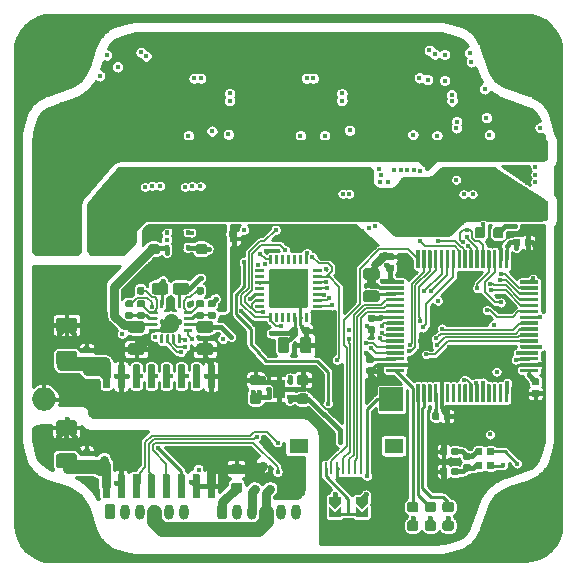
<source format=gbr>
G04 #@! TF.GenerationSoftware,KiCad,Pcbnew,(5.1.5)-2*
G04 #@! TF.CreationDate,2020-02-05T02:18:03-08:00*
G04 #@! TF.ProjectId,Motor_Gen2,4d6f746f-725f-4476-956e-322e6b696361,rev?*
G04 #@! TF.SameCoordinates,Original*
G04 #@! TF.FileFunction,Copper,L4,Bot*
G04 #@! TF.FilePolarity,Positive*
%FSLAX46Y46*%
G04 Gerber Fmt 4.6, Leading zero omitted, Abs format (unit mm)*
G04 Created by KiCad (PCBNEW (5.1.5)-2) date 2020-02-05 02:18:03*
%MOMM*%
%LPD*%
G04 APERTURE LIST*
%ADD10C,0.100000*%
%ADD11R,0.280000X1.000000*%
%ADD12R,1.650000X1.300000*%
%ADD13C,0.500000*%
%ADD14C,0.800000*%
%ADD15C,5.400000*%
%ADD16O,2.000000X2.000000*%
%ADD17R,2.000000X2.000000*%
%ADD18O,0.800000X1.300000*%
%ADD19R,1.000000X1.600000*%
%ADD20R,0.450000X0.700000*%
%ADD21C,2.000000*%
%ADD22C,0.381000*%
%ADD23C,0.254000*%
%ADD24C,0.381000*%
%ADD25C,0.762000*%
%ADD26C,1.270000*%
%ADD27C,0.152400*%
%ADD28C,0.508000*%
%ADD29C,0.355600*%
%ADD30C,0.203200*%
G04 APERTURE END LIST*
G04 #@! TA.AperFunction,SMDPad,CuDef*
D10*
G36*
X107480142Y-98296574D02*
G01*
X107503803Y-98300084D01*
X107527007Y-98305896D01*
X107549529Y-98313954D01*
X107571153Y-98324182D01*
X107591670Y-98336479D01*
X107610883Y-98350729D01*
X107628607Y-98366793D01*
X107644671Y-98384517D01*
X107658921Y-98403730D01*
X107671218Y-98424247D01*
X107681446Y-98445871D01*
X107689504Y-98468393D01*
X107695316Y-98491597D01*
X107698826Y-98515258D01*
X107700000Y-98539150D01*
X107700000Y-99026650D01*
X107698826Y-99050542D01*
X107695316Y-99074203D01*
X107689504Y-99097407D01*
X107681446Y-99119929D01*
X107671218Y-99141553D01*
X107658921Y-99162070D01*
X107644671Y-99181283D01*
X107628607Y-99199007D01*
X107610883Y-99215071D01*
X107591670Y-99229321D01*
X107571153Y-99241618D01*
X107549529Y-99251846D01*
X107527007Y-99259904D01*
X107503803Y-99265716D01*
X107480142Y-99269226D01*
X107456250Y-99270400D01*
X106543750Y-99270400D01*
X106519858Y-99269226D01*
X106496197Y-99265716D01*
X106472993Y-99259904D01*
X106450471Y-99251846D01*
X106428847Y-99241618D01*
X106408330Y-99229321D01*
X106389117Y-99215071D01*
X106371393Y-99199007D01*
X106355329Y-99181283D01*
X106341079Y-99162070D01*
X106328782Y-99141553D01*
X106318554Y-99119929D01*
X106310496Y-99097407D01*
X106304684Y-99074203D01*
X106301174Y-99050542D01*
X106300000Y-99026650D01*
X106300000Y-98539150D01*
X106301174Y-98515258D01*
X106304684Y-98491597D01*
X106310496Y-98468393D01*
X106318554Y-98445871D01*
X106328782Y-98424247D01*
X106341079Y-98403730D01*
X106355329Y-98384517D01*
X106371393Y-98366793D01*
X106389117Y-98350729D01*
X106408330Y-98336479D01*
X106428847Y-98324182D01*
X106450471Y-98313954D01*
X106472993Y-98305896D01*
X106496197Y-98300084D01*
X106519858Y-98296574D01*
X106543750Y-98295400D01*
X107456250Y-98295400D01*
X107480142Y-98296574D01*
G37*
G04 #@! TD.AperFunction*
G04 #@! TA.AperFunction,SMDPad,CuDef*
G36*
X107480142Y-100171574D02*
G01*
X107503803Y-100175084D01*
X107527007Y-100180896D01*
X107549529Y-100188954D01*
X107571153Y-100199182D01*
X107591670Y-100211479D01*
X107610883Y-100225729D01*
X107628607Y-100241793D01*
X107644671Y-100259517D01*
X107658921Y-100278730D01*
X107671218Y-100299247D01*
X107681446Y-100320871D01*
X107689504Y-100343393D01*
X107695316Y-100366597D01*
X107698826Y-100390258D01*
X107700000Y-100414150D01*
X107700000Y-100901650D01*
X107698826Y-100925542D01*
X107695316Y-100949203D01*
X107689504Y-100972407D01*
X107681446Y-100994929D01*
X107671218Y-101016553D01*
X107658921Y-101037070D01*
X107644671Y-101056283D01*
X107628607Y-101074007D01*
X107610883Y-101090071D01*
X107591670Y-101104321D01*
X107571153Y-101116618D01*
X107549529Y-101126846D01*
X107527007Y-101134904D01*
X107503803Y-101140716D01*
X107480142Y-101144226D01*
X107456250Y-101145400D01*
X106543750Y-101145400D01*
X106519858Y-101144226D01*
X106496197Y-101140716D01*
X106472993Y-101134904D01*
X106450471Y-101126846D01*
X106428847Y-101116618D01*
X106408330Y-101104321D01*
X106389117Y-101090071D01*
X106371393Y-101074007D01*
X106355329Y-101056283D01*
X106341079Y-101037070D01*
X106328782Y-101016553D01*
X106318554Y-100994929D01*
X106310496Y-100972407D01*
X106304684Y-100949203D01*
X106301174Y-100925542D01*
X106300000Y-100901650D01*
X106300000Y-100414150D01*
X106301174Y-100390258D01*
X106304684Y-100366597D01*
X106310496Y-100343393D01*
X106318554Y-100320871D01*
X106328782Y-100299247D01*
X106341079Y-100278730D01*
X106355329Y-100259517D01*
X106371393Y-100241793D01*
X106389117Y-100225729D01*
X106408330Y-100211479D01*
X106428847Y-100199182D01*
X106450471Y-100188954D01*
X106472993Y-100180896D01*
X106496197Y-100175084D01*
X106519858Y-100171574D01*
X106543750Y-100170400D01*
X107456250Y-100170400D01*
X107480142Y-100171574D01*
G37*
G04 #@! TD.AperFunction*
D11*
X106624000Y-115239800D03*
X106124000Y-115239800D03*
X105624000Y-115239800D03*
X105124000Y-115239800D03*
X104624000Y-115239800D03*
X104124000Y-115239800D03*
X103624000Y-115239800D03*
D12*
X108899000Y-113339800D03*
X100849000Y-113339800D03*
D11*
X103124000Y-115239800D03*
D13*
X109000000Y-85000000D03*
X107680000Y-85000000D03*
X106550000Y-85000000D03*
X110320000Y-85000000D03*
X111450000Y-85000000D03*
X110320000Y-86410000D03*
X109000000Y-86410000D03*
X110320000Y-83590000D03*
X109000000Y-83590000D03*
X107680000Y-83590000D03*
X107680000Y-86410000D03*
X99500000Y-85050000D03*
X98180000Y-85050000D03*
X97050000Y-85050000D03*
X100820000Y-85050000D03*
X101950000Y-85050000D03*
X100820000Y-86460000D03*
X99500000Y-86460000D03*
X100820000Y-83640000D03*
X99500000Y-83640000D03*
X98180000Y-83640000D03*
X98180000Y-86460000D03*
X90000000Y-85050000D03*
X88680000Y-85050000D03*
X87550000Y-85050000D03*
X91320000Y-85050000D03*
X92450000Y-85050000D03*
X91320000Y-86460000D03*
X90000000Y-86460000D03*
X91320000Y-83640000D03*
X90000000Y-83640000D03*
X88680000Y-83640000D03*
X88680000Y-86460000D03*
G04 #@! TA.AperFunction,SMDPad,CuDef*
D10*
G36*
X93646958Y-99880710D02*
G01*
X93661276Y-99882834D01*
X93675317Y-99886351D01*
X93688946Y-99891228D01*
X93702031Y-99897417D01*
X93714447Y-99904858D01*
X93726073Y-99913481D01*
X93736798Y-99923202D01*
X93746519Y-99933927D01*
X93755142Y-99945553D01*
X93762583Y-99957969D01*
X93768772Y-99971054D01*
X93773649Y-99984683D01*
X93777166Y-99998724D01*
X93779290Y-100013042D01*
X93780000Y-100027500D01*
X93780000Y-100372500D01*
X93779290Y-100386958D01*
X93777166Y-100401276D01*
X93773649Y-100415317D01*
X93768772Y-100428946D01*
X93762583Y-100442031D01*
X93755142Y-100454447D01*
X93746519Y-100466073D01*
X93736798Y-100476798D01*
X93726073Y-100486519D01*
X93714447Y-100495142D01*
X93702031Y-100502583D01*
X93688946Y-100508772D01*
X93675317Y-100513649D01*
X93661276Y-100517166D01*
X93646958Y-100519290D01*
X93632500Y-100520000D01*
X93337500Y-100520000D01*
X93323042Y-100519290D01*
X93308724Y-100517166D01*
X93294683Y-100513649D01*
X93281054Y-100508772D01*
X93267969Y-100502583D01*
X93255553Y-100495142D01*
X93243927Y-100486519D01*
X93233202Y-100476798D01*
X93223481Y-100466073D01*
X93214858Y-100454447D01*
X93207417Y-100442031D01*
X93201228Y-100428946D01*
X93196351Y-100415317D01*
X93192834Y-100401276D01*
X93190710Y-100386958D01*
X93190000Y-100372500D01*
X93190000Y-100027500D01*
X93190710Y-100013042D01*
X93192834Y-99998724D01*
X93196351Y-99984683D01*
X93201228Y-99971054D01*
X93207417Y-99957969D01*
X93214858Y-99945553D01*
X93223481Y-99933927D01*
X93233202Y-99923202D01*
X93243927Y-99913481D01*
X93255553Y-99904858D01*
X93267969Y-99897417D01*
X93281054Y-99891228D01*
X93294683Y-99886351D01*
X93308724Y-99882834D01*
X93323042Y-99880710D01*
X93337500Y-99880000D01*
X93632500Y-99880000D01*
X93646958Y-99880710D01*
G37*
G04 #@! TD.AperFunction*
G04 #@! TA.AperFunction,SMDPad,CuDef*
G36*
X92676958Y-99880710D02*
G01*
X92691276Y-99882834D01*
X92705317Y-99886351D01*
X92718946Y-99891228D01*
X92732031Y-99897417D01*
X92744447Y-99904858D01*
X92756073Y-99913481D01*
X92766798Y-99923202D01*
X92776519Y-99933927D01*
X92785142Y-99945553D01*
X92792583Y-99957969D01*
X92798772Y-99971054D01*
X92803649Y-99984683D01*
X92807166Y-99998724D01*
X92809290Y-100013042D01*
X92810000Y-100027500D01*
X92810000Y-100372500D01*
X92809290Y-100386958D01*
X92807166Y-100401276D01*
X92803649Y-100415317D01*
X92798772Y-100428946D01*
X92792583Y-100442031D01*
X92785142Y-100454447D01*
X92776519Y-100466073D01*
X92766798Y-100476798D01*
X92756073Y-100486519D01*
X92744447Y-100495142D01*
X92732031Y-100502583D01*
X92718946Y-100508772D01*
X92705317Y-100513649D01*
X92691276Y-100517166D01*
X92676958Y-100519290D01*
X92662500Y-100520000D01*
X92367500Y-100520000D01*
X92353042Y-100519290D01*
X92338724Y-100517166D01*
X92324683Y-100513649D01*
X92311054Y-100508772D01*
X92297969Y-100502583D01*
X92285553Y-100495142D01*
X92273927Y-100486519D01*
X92263202Y-100476798D01*
X92253481Y-100466073D01*
X92244858Y-100454447D01*
X92237417Y-100442031D01*
X92231228Y-100428946D01*
X92226351Y-100415317D01*
X92222834Y-100401276D01*
X92220710Y-100386958D01*
X92220000Y-100372500D01*
X92220000Y-100027500D01*
X92220710Y-100013042D01*
X92222834Y-99998724D01*
X92226351Y-99984683D01*
X92231228Y-99971054D01*
X92237417Y-99957969D01*
X92244858Y-99945553D01*
X92253481Y-99933927D01*
X92263202Y-99923202D01*
X92273927Y-99913481D01*
X92285553Y-99904858D01*
X92297969Y-99897417D01*
X92311054Y-99891228D01*
X92324683Y-99886351D01*
X92338724Y-99882834D01*
X92353042Y-99880710D01*
X92367500Y-99880000D01*
X92662500Y-99880000D01*
X92676958Y-99880710D01*
G37*
G04 #@! TD.AperFunction*
G04 #@! TA.AperFunction,SMDPad,CuDef*
G36*
X106200000Y-118650000D02*
G01*
X105700000Y-118150000D01*
X105700000Y-117650000D01*
X106700000Y-117650000D01*
X106700000Y-118150000D01*
X106200000Y-118650000D01*
G37*
G04 #@! TD.AperFunction*
G04 #@! TA.AperFunction,SMDPad,CuDef*
G36*
X105700000Y-119350000D02*
G01*
X105700000Y-118450000D01*
X106200000Y-118950000D01*
X106700000Y-118450000D01*
X106700000Y-119350000D01*
X105700000Y-119350000D01*
G37*
G04 #@! TD.AperFunction*
G04 #@! TA.AperFunction,SMDPad,CuDef*
G36*
X103900000Y-118650000D02*
G01*
X103400000Y-118150000D01*
X103400000Y-117650000D01*
X104400000Y-117650000D01*
X104400000Y-118150000D01*
X103900000Y-118650000D01*
G37*
G04 #@! TD.AperFunction*
G04 #@! TA.AperFunction,SMDPad,CuDef*
G36*
X103400000Y-119350000D02*
G01*
X103400000Y-118450000D01*
X103900000Y-118950000D01*
X104400000Y-118450000D01*
X104400000Y-119350000D01*
X103400000Y-119350000D01*
G37*
G04 #@! TD.AperFunction*
D14*
X121431891Y-118568109D03*
X120000000Y-117975000D03*
X118568109Y-118568109D03*
X117975000Y-120000000D03*
X118568109Y-121431891D03*
X120000000Y-122025000D03*
X121431891Y-121431891D03*
X122025000Y-120000000D03*
D15*
X120000000Y-120000000D03*
D14*
X81431891Y-118568109D03*
X80000000Y-117975000D03*
X78568109Y-118568109D03*
X77975000Y-120000000D03*
X78568109Y-121431891D03*
X80000000Y-122025000D03*
X81431891Y-121431891D03*
X82025000Y-120000000D03*
D15*
X80000000Y-120000000D03*
D14*
X81431891Y-78568109D03*
X80000000Y-77975000D03*
X78568109Y-78568109D03*
X77975000Y-80000000D03*
X78568109Y-81431891D03*
X80000000Y-82025000D03*
X81431891Y-81431891D03*
X82025000Y-80000000D03*
D15*
X80000000Y-80000000D03*
D16*
X79250000Y-109400000D03*
D17*
X108710000Y-109400000D03*
D18*
X91125000Y-118900000D03*
X89875000Y-118900000D03*
X88625000Y-118900000D03*
X87375000Y-118900000D03*
X86125000Y-118900000D03*
G04 #@! TA.AperFunction,ComponentPad*
D10*
G36*
X85094603Y-118250963D02*
G01*
X85114018Y-118253843D01*
X85133057Y-118258612D01*
X85151537Y-118265224D01*
X85169279Y-118273616D01*
X85186114Y-118283706D01*
X85201879Y-118295398D01*
X85216421Y-118308579D01*
X85229602Y-118323121D01*
X85241294Y-118338886D01*
X85251384Y-118355721D01*
X85259776Y-118373463D01*
X85266388Y-118391943D01*
X85271157Y-118410982D01*
X85274037Y-118430397D01*
X85275000Y-118450000D01*
X85275000Y-119350000D01*
X85274037Y-119369603D01*
X85271157Y-119389018D01*
X85266388Y-119408057D01*
X85259776Y-119426537D01*
X85251384Y-119444279D01*
X85241294Y-119461114D01*
X85229602Y-119476879D01*
X85216421Y-119491421D01*
X85201879Y-119504602D01*
X85186114Y-119516294D01*
X85169279Y-119526384D01*
X85151537Y-119534776D01*
X85133057Y-119541388D01*
X85114018Y-119546157D01*
X85094603Y-119549037D01*
X85075000Y-119550000D01*
X84675000Y-119550000D01*
X84655397Y-119549037D01*
X84635982Y-119546157D01*
X84616943Y-119541388D01*
X84598463Y-119534776D01*
X84580721Y-119526384D01*
X84563886Y-119516294D01*
X84548121Y-119504602D01*
X84533579Y-119491421D01*
X84520398Y-119476879D01*
X84508706Y-119461114D01*
X84498616Y-119444279D01*
X84490224Y-119426537D01*
X84483612Y-119408057D01*
X84478843Y-119389018D01*
X84475963Y-119369603D01*
X84475000Y-119350000D01*
X84475000Y-118450000D01*
X84475963Y-118430397D01*
X84478843Y-118410982D01*
X84483612Y-118391943D01*
X84490224Y-118373463D01*
X84498616Y-118355721D01*
X84508706Y-118338886D01*
X84520398Y-118323121D01*
X84533579Y-118308579D01*
X84548121Y-118295398D01*
X84563886Y-118283706D01*
X84580721Y-118273616D01*
X84598463Y-118265224D01*
X84616943Y-118258612D01*
X84635982Y-118253843D01*
X84655397Y-118250963D01*
X84675000Y-118250000D01*
X85075000Y-118250000D01*
X85094603Y-118250963D01*
G37*
G04 #@! TD.AperFunction*
D18*
X100625000Y-118900000D03*
X99375000Y-118900000D03*
X98125000Y-118900000D03*
X96875000Y-118900000D03*
X95625000Y-118900000D03*
G04 #@! TA.AperFunction,ComponentPad*
D10*
G36*
X94594603Y-118250963D02*
G01*
X94614018Y-118253843D01*
X94633057Y-118258612D01*
X94651537Y-118265224D01*
X94669279Y-118273616D01*
X94686114Y-118283706D01*
X94701879Y-118295398D01*
X94716421Y-118308579D01*
X94729602Y-118323121D01*
X94741294Y-118338886D01*
X94751384Y-118355721D01*
X94759776Y-118373463D01*
X94766388Y-118391943D01*
X94771157Y-118410982D01*
X94774037Y-118430397D01*
X94775000Y-118450000D01*
X94775000Y-119350000D01*
X94774037Y-119369603D01*
X94771157Y-119389018D01*
X94766388Y-119408057D01*
X94759776Y-119426537D01*
X94751384Y-119444279D01*
X94741294Y-119461114D01*
X94729602Y-119476879D01*
X94716421Y-119491421D01*
X94701879Y-119504602D01*
X94686114Y-119516294D01*
X94669279Y-119526384D01*
X94651537Y-119534776D01*
X94633057Y-119541388D01*
X94614018Y-119546157D01*
X94594603Y-119549037D01*
X94575000Y-119550000D01*
X94175000Y-119550000D01*
X94155397Y-119549037D01*
X94135982Y-119546157D01*
X94116943Y-119541388D01*
X94098463Y-119534776D01*
X94080721Y-119526384D01*
X94063886Y-119516294D01*
X94048121Y-119504602D01*
X94033579Y-119491421D01*
X94020398Y-119476879D01*
X94008706Y-119461114D01*
X93998616Y-119444279D01*
X93990224Y-119426537D01*
X93983612Y-119408057D01*
X93978843Y-119389018D01*
X93975963Y-119369603D01*
X93975000Y-119350000D01*
X93975000Y-118450000D01*
X93975963Y-118430397D01*
X93978843Y-118410982D01*
X93983612Y-118391943D01*
X93990224Y-118373463D01*
X93998616Y-118355721D01*
X94008706Y-118338886D01*
X94020398Y-118323121D01*
X94033579Y-118308579D01*
X94048121Y-118295398D01*
X94063886Y-118283706D01*
X94080721Y-118273616D01*
X94098463Y-118265224D01*
X94116943Y-118258612D01*
X94135982Y-118253843D01*
X94155397Y-118250963D01*
X94175000Y-118250000D01*
X94575000Y-118250000D01*
X94594603Y-118250963D01*
G37*
G04 #@! TD.AperFunction*
D14*
X121431891Y-78568109D03*
X120000000Y-77975000D03*
X118568109Y-78568109D03*
X117975000Y-80000000D03*
X118568109Y-81431891D03*
X120000000Y-82025000D03*
X121431891Y-81431891D03*
X122025000Y-80000000D03*
D15*
X120000000Y-80000000D03*
G04 #@! TA.AperFunction,SMDPad,CuDef*
D10*
G36*
X84719703Y-106425722D02*
G01*
X84734264Y-106427882D01*
X84748543Y-106431459D01*
X84762403Y-106436418D01*
X84775710Y-106442712D01*
X84788336Y-106450280D01*
X84800159Y-106459048D01*
X84811066Y-106468934D01*
X84820952Y-106479841D01*
X84829720Y-106491664D01*
X84837288Y-106504290D01*
X84843582Y-106517597D01*
X84848541Y-106531457D01*
X84852118Y-106545736D01*
X84854278Y-106560297D01*
X84855000Y-106575000D01*
X84855000Y-108325000D01*
X84854278Y-108339703D01*
X84852118Y-108354264D01*
X84848541Y-108368543D01*
X84843582Y-108382403D01*
X84837288Y-108395710D01*
X84829720Y-108408336D01*
X84820952Y-108420159D01*
X84811066Y-108431066D01*
X84800159Y-108440952D01*
X84788336Y-108449720D01*
X84775710Y-108457288D01*
X84762403Y-108463582D01*
X84748543Y-108468541D01*
X84734264Y-108472118D01*
X84719703Y-108474278D01*
X84705000Y-108475000D01*
X84405000Y-108475000D01*
X84390297Y-108474278D01*
X84375736Y-108472118D01*
X84361457Y-108468541D01*
X84347597Y-108463582D01*
X84334290Y-108457288D01*
X84321664Y-108449720D01*
X84309841Y-108440952D01*
X84298934Y-108431066D01*
X84289048Y-108420159D01*
X84280280Y-108408336D01*
X84272712Y-108395710D01*
X84266418Y-108382403D01*
X84261459Y-108368543D01*
X84257882Y-108354264D01*
X84255722Y-108339703D01*
X84255000Y-108325000D01*
X84255000Y-106575000D01*
X84255722Y-106560297D01*
X84257882Y-106545736D01*
X84261459Y-106531457D01*
X84266418Y-106517597D01*
X84272712Y-106504290D01*
X84280280Y-106491664D01*
X84289048Y-106479841D01*
X84298934Y-106468934D01*
X84309841Y-106459048D01*
X84321664Y-106450280D01*
X84334290Y-106442712D01*
X84347597Y-106436418D01*
X84361457Y-106431459D01*
X84375736Y-106427882D01*
X84390297Y-106425722D01*
X84405000Y-106425000D01*
X84705000Y-106425000D01*
X84719703Y-106425722D01*
G37*
G04 #@! TD.AperFunction*
G04 #@! TA.AperFunction,SMDPad,CuDef*
G36*
X85989703Y-106425722D02*
G01*
X86004264Y-106427882D01*
X86018543Y-106431459D01*
X86032403Y-106436418D01*
X86045710Y-106442712D01*
X86058336Y-106450280D01*
X86070159Y-106459048D01*
X86081066Y-106468934D01*
X86090952Y-106479841D01*
X86099720Y-106491664D01*
X86107288Y-106504290D01*
X86113582Y-106517597D01*
X86118541Y-106531457D01*
X86122118Y-106545736D01*
X86124278Y-106560297D01*
X86125000Y-106575000D01*
X86125000Y-108325000D01*
X86124278Y-108339703D01*
X86122118Y-108354264D01*
X86118541Y-108368543D01*
X86113582Y-108382403D01*
X86107288Y-108395710D01*
X86099720Y-108408336D01*
X86090952Y-108420159D01*
X86081066Y-108431066D01*
X86070159Y-108440952D01*
X86058336Y-108449720D01*
X86045710Y-108457288D01*
X86032403Y-108463582D01*
X86018543Y-108468541D01*
X86004264Y-108472118D01*
X85989703Y-108474278D01*
X85975000Y-108475000D01*
X85675000Y-108475000D01*
X85660297Y-108474278D01*
X85645736Y-108472118D01*
X85631457Y-108468541D01*
X85617597Y-108463582D01*
X85604290Y-108457288D01*
X85591664Y-108449720D01*
X85579841Y-108440952D01*
X85568934Y-108431066D01*
X85559048Y-108420159D01*
X85550280Y-108408336D01*
X85542712Y-108395710D01*
X85536418Y-108382403D01*
X85531459Y-108368543D01*
X85527882Y-108354264D01*
X85525722Y-108339703D01*
X85525000Y-108325000D01*
X85525000Y-106575000D01*
X85525722Y-106560297D01*
X85527882Y-106545736D01*
X85531459Y-106531457D01*
X85536418Y-106517597D01*
X85542712Y-106504290D01*
X85550280Y-106491664D01*
X85559048Y-106479841D01*
X85568934Y-106468934D01*
X85579841Y-106459048D01*
X85591664Y-106450280D01*
X85604290Y-106442712D01*
X85617597Y-106436418D01*
X85631457Y-106431459D01*
X85645736Y-106427882D01*
X85660297Y-106425722D01*
X85675000Y-106425000D01*
X85975000Y-106425000D01*
X85989703Y-106425722D01*
G37*
G04 #@! TD.AperFunction*
G04 #@! TA.AperFunction,SMDPad,CuDef*
G36*
X87259703Y-106425722D02*
G01*
X87274264Y-106427882D01*
X87288543Y-106431459D01*
X87302403Y-106436418D01*
X87315710Y-106442712D01*
X87328336Y-106450280D01*
X87340159Y-106459048D01*
X87351066Y-106468934D01*
X87360952Y-106479841D01*
X87369720Y-106491664D01*
X87377288Y-106504290D01*
X87383582Y-106517597D01*
X87388541Y-106531457D01*
X87392118Y-106545736D01*
X87394278Y-106560297D01*
X87395000Y-106575000D01*
X87395000Y-108325000D01*
X87394278Y-108339703D01*
X87392118Y-108354264D01*
X87388541Y-108368543D01*
X87383582Y-108382403D01*
X87377288Y-108395710D01*
X87369720Y-108408336D01*
X87360952Y-108420159D01*
X87351066Y-108431066D01*
X87340159Y-108440952D01*
X87328336Y-108449720D01*
X87315710Y-108457288D01*
X87302403Y-108463582D01*
X87288543Y-108468541D01*
X87274264Y-108472118D01*
X87259703Y-108474278D01*
X87245000Y-108475000D01*
X86945000Y-108475000D01*
X86930297Y-108474278D01*
X86915736Y-108472118D01*
X86901457Y-108468541D01*
X86887597Y-108463582D01*
X86874290Y-108457288D01*
X86861664Y-108449720D01*
X86849841Y-108440952D01*
X86838934Y-108431066D01*
X86829048Y-108420159D01*
X86820280Y-108408336D01*
X86812712Y-108395710D01*
X86806418Y-108382403D01*
X86801459Y-108368543D01*
X86797882Y-108354264D01*
X86795722Y-108339703D01*
X86795000Y-108325000D01*
X86795000Y-106575000D01*
X86795722Y-106560297D01*
X86797882Y-106545736D01*
X86801459Y-106531457D01*
X86806418Y-106517597D01*
X86812712Y-106504290D01*
X86820280Y-106491664D01*
X86829048Y-106479841D01*
X86838934Y-106468934D01*
X86849841Y-106459048D01*
X86861664Y-106450280D01*
X86874290Y-106442712D01*
X86887597Y-106436418D01*
X86901457Y-106431459D01*
X86915736Y-106427882D01*
X86930297Y-106425722D01*
X86945000Y-106425000D01*
X87245000Y-106425000D01*
X87259703Y-106425722D01*
G37*
G04 #@! TD.AperFunction*
G04 #@! TA.AperFunction,SMDPad,CuDef*
G36*
X88529703Y-106425722D02*
G01*
X88544264Y-106427882D01*
X88558543Y-106431459D01*
X88572403Y-106436418D01*
X88585710Y-106442712D01*
X88598336Y-106450280D01*
X88610159Y-106459048D01*
X88621066Y-106468934D01*
X88630952Y-106479841D01*
X88639720Y-106491664D01*
X88647288Y-106504290D01*
X88653582Y-106517597D01*
X88658541Y-106531457D01*
X88662118Y-106545736D01*
X88664278Y-106560297D01*
X88665000Y-106575000D01*
X88665000Y-108325000D01*
X88664278Y-108339703D01*
X88662118Y-108354264D01*
X88658541Y-108368543D01*
X88653582Y-108382403D01*
X88647288Y-108395710D01*
X88639720Y-108408336D01*
X88630952Y-108420159D01*
X88621066Y-108431066D01*
X88610159Y-108440952D01*
X88598336Y-108449720D01*
X88585710Y-108457288D01*
X88572403Y-108463582D01*
X88558543Y-108468541D01*
X88544264Y-108472118D01*
X88529703Y-108474278D01*
X88515000Y-108475000D01*
X88215000Y-108475000D01*
X88200297Y-108474278D01*
X88185736Y-108472118D01*
X88171457Y-108468541D01*
X88157597Y-108463582D01*
X88144290Y-108457288D01*
X88131664Y-108449720D01*
X88119841Y-108440952D01*
X88108934Y-108431066D01*
X88099048Y-108420159D01*
X88090280Y-108408336D01*
X88082712Y-108395710D01*
X88076418Y-108382403D01*
X88071459Y-108368543D01*
X88067882Y-108354264D01*
X88065722Y-108339703D01*
X88065000Y-108325000D01*
X88065000Y-106575000D01*
X88065722Y-106560297D01*
X88067882Y-106545736D01*
X88071459Y-106531457D01*
X88076418Y-106517597D01*
X88082712Y-106504290D01*
X88090280Y-106491664D01*
X88099048Y-106479841D01*
X88108934Y-106468934D01*
X88119841Y-106459048D01*
X88131664Y-106450280D01*
X88144290Y-106442712D01*
X88157597Y-106436418D01*
X88171457Y-106431459D01*
X88185736Y-106427882D01*
X88200297Y-106425722D01*
X88215000Y-106425000D01*
X88515000Y-106425000D01*
X88529703Y-106425722D01*
G37*
G04 #@! TD.AperFunction*
G04 #@! TA.AperFunction,SMDPad,CuDef*
G36*
X89799703Y-106425722D02*
G01*
X89814264Y-106427882D01*
X89828543Y-106431459D01*
X89842403Y-106436418D01*
X89855710Y-106442712D01*
X89868336Y-106450280D01*
X89880159Y-106459048D01*
X89891066Y-106468934D01*
X89900952Y-106479841D01*
X89909720Y-106491664D01*
X89917288Y-106504290D01*
X89923582Y-106517597D01*
X89928541Y-106531457D01*
X89932118Y-106545736D01*
X89934278Y-106560297D01*
X89935000Y-106575000D01*
X89935000Y-108325000D01*
X89934278Y-108339703D01*
X89932118Y-108354264D01*
X89928541Y-108368543D01*
X89923582Y-108382403D01*
X89917288Y-108395710D01*
X89909720Y-108408336D01*
X89900952Y-108420159D01*
X89891066Y-108431066D01*
X89880159Y-108440952D01*
X89868336Y-108449720D01*
X89855710Y-108457288D01*
X89842403Y-108463582D01*
X89828543Y-108468541D01*
X89814264Y-108472118D01*
X89799703Y-108474278D01*
X89785000Y-108475000D01*
X89485000Y-108475000D01*
X89470297Y-108474278D01*
X89455736Y-108472118D01*
X89441457Y-108468541D01*
X89427597Y-108463582D01*
X89414290Y-108457288D01*
X89401664Y-108449720D01*
X89389841Y-108440952D01*
X89378934Y-108431066D01*
X89369048Y-108420159D01*
X89360280Y-108408336D01*
X89352712Y-108395710D01*
X89346418Y-108382403D01*
X89341459Y-108368543D01*
X89337882Y-108354264D01*
X89335722Y-108339703D01*
X89335000Y-108325000D01*
X89335000Y-106575000D01*
X89335722Y-106560297D01*
X89337882Y-106545736D01*
X89341459Y-106531457D01*
X89346418Y-106517597D01*
X89352712Y-106504290D01*
X89360280Y-106491664D01*
X89369048Y-106479841D01*
X89378934Y-106468934D01*
X89389841Y-106459048D01*
X89401664Y-106450280D01*
X89414290Y-106442712D01*
X89427597Y-106436418D01*
X89441457Y-106431459D01*
X89455736Y-106427882D01*
X89470297Y-106425722D01*
X89485000Y-106425000D01*
X89785000Y-106425000D01*
X89799703Y-106425722D01*
G37*
G04 #@! TD.AperFunction*
G04 #@! TA.AperFunction,SMDPad,CuDef*
G36*
X91069703Y-106425722D02*
G01*
X91084264Y-106427882D01*
X91098543Y-106431459D01*
X91112403Y-106436418D01*
X91125710Y-106442712D01*
X91138336Y-106450280D01*
X91150159Y-106459048D01*
X91161066Y-106468934D01*
X91170952Y-106479841D01*
X91179720Y-106491664D01*
X91187288Y-106504290D01*
X91193582Y-106517597D01*
X91198541Y-106531457D01*
X91202118Y-106545736D01*
X91204278Y-106560297D01*
X91205000Y-106575000D01*
X91205000Y-108325000D01*
X91204278Y-108339703D01*
X91202118Y-108354264D01*
X91198541Y-108368543D01*
X91193582Y-108382403D01*
X91187288Y-108395710D01*
X91179720Y-108408336D01*
X91170952Y-108420159D01*
X91161066Y-108431066D01*
X91150159Y-108440952D01*
X91138336Y-108449720D01*
X91125710Y-108457288D01*
X91112403Y-108463582D01*
X91098543Y-108468541D01*
X91084264Y-108472118D01*
X91069703Y-108474278D01*
X91055000Y-108475000D01*
X90755000Y-108475000D01*
X90740297Y-108474278D01*
X90725736Y-108472118D01*
X90711457Y-108468541D01*
X90697597Y-108463582D01*
X90684290Y-108457288D01*
X90671664Y-108449720D01*
X90659841Y-108440952D01*
X90648934Y-108431066D01*
X90639048Y-108420159D01*
X90630280Y-108408336D01*
X90622712Y-108395710D01*
X90616418Y-108382403D01*
X90611459Y-108368543D01*
X90607882Y-108354264D01*
X90605722Y-108339703D01*
X90605000Y-108325000D01*
X90605000Y-106575000D01*
X90605722Y-106560297D01*
X90607882Y-106545736D01*
X90611459Y-106531457D01*
X90616418Y-106517597D01*
X90622712Y-106504290D01*
X90630280Y-106491664D01*
X90639048Y-106479841D01*
X90648934Y-106468934D01*
X90659841Y-106459048D01*
X90671664Y-106450280D01*
X90684290Y-106442712D01*
X90697597Y-106436418D01*
X90711457Y-106431459D01*
X90725736Y-106427882D01*
X90740297Y-106425722D01*
X90755000Y-106425000D01*
X91055000Y-106425000D01*
X91069703Y-106425722D01*
G37*
G04 #@! TD.AperFunction*
G04 #@! TA.AperFunction,SMDPad,CuDef*
G36*
X92339703Y-106425722D02*
G01*
X92354264Y-106427882D01*
X92368543Y-106431459D01*
X92382403Y-106436418D01*
X92395710Y-106442712D01*
X92408336Y-106450280D01*
X92420159Y-106459048D01*
X92431066Y-106468934D01*
X92440952Y-106479841D01*
X92449720Y-106491664D01*
X92457288Y-106504290D01*
X92463582Y-106517597D01*
X92468541Y-106531457D01*
X92472118Y-106545736D01*
X92474278Y-106560297D01*
X92475000Y-106575000D01*
X92475000Y-108325000D01*
X92474278Y-108339703D01*
X92472118Y-108354264D01*
X92468541Y-108368543D01*
X92463582Y-108382403D01*
X92457288Y-108395710D01*
X92449720Y-108408336D01*
X92440952Y-108420159D01*
X92431066Y-108431066D01*
X92420159Y-108440952D01*
X92408336Y-108449720D01*
X92395710Y-108457288D01*
X92382403Y-108463582D01*
X92368543Y-108468541D01*
X92354264Y-108472118D01*
X92339703Y-108474278D01*
X92325000Y-108475000D01*
X92025000Y-108475000D01*
X92010297Y-108474278D01*
X91995736Y-108472118D01*
X91981457Y-108468541D01*
X91967597Y-108463582D01*
X91954290Y-108457288D01*
X91941664Y-108449720D01*
X91929841Y-108440952D01*
X91918934Y-108431066D01*
X91909048Y-108420159D01*
X91900280Y-108408336D01*
X91892712Y-108395710D01*
X91886418Y-108382403D01*
X91881459Y-108368543D01*
X91877882Y-108354264D01*
X91875722Y-108339703D01*
X91875000Y-108325000D01*
X91875000Y-106575000D01*
X91875722Y-106560297D01*
X91877882Y-106545736D01*
X91881459Y-106531457D01*
X91886418Y-106517597D01*
X91892712Y-106504290D01*
X91900280Y-106491664D01*
X91909048Y-106479841D01*
X91918934Y-106468934D01*
X91929841Y-106459048D01*
X91941664Y-106450280D01*
X91954290Y-106442712D01*
X91967597Y-106436418D01*
X91981457Y-106431459D01*
X91995736Y-106427882D01*
X92010297Y-106425722D01*
X92025000Y-106425000D01*
X92325000Y-106425000D01*
X92339703Y-106425722D01*
G37*
G04 #@! TD.AperFunction*
G04 #@! TA.AperFunction,SMDPad,CuDef*
G36*
X93609703Y-106425722D02*
G01*
X93624264Y-106427882D01*
X93638543Y-106431459D01*
X93652403Y-106436418D01*
X93665710Y-106442712D01*
X93678336Y-106450280D01*
X93690159Y-106459048D01*
X93701066Y-106468934D01*
X93710952Y-106479841D01*
X93719720Y-106491664D01*
X93727288Y-106504290D01*
X93733582Y-106517597D01*
X93738541Y-106531457D01*
X93742118Y-106545736D01*
X93744278Y-106560297D01*
X93745000Y-106575000D01*
X93745000Y-108325000D01*
X93744278Y-108339703D01*
X93742118Y-108354264D01*
X93738541Y-108368543D01*
X93733582Y-108382403D01*
X93727288Y-108395710D01*
X93719720Y-108408336D01*
X93710952Y-108420159D01*
X93701066Y-108431066D01*
X93690159Y-108440952D01*
X93678336Y-108449720D01*
X93665710Y-108457288D01*
X93652403Y-108463582D01*
X93638543Y-108468541D01*
X93624264Y-108472118D01*
X93609703Y-108474278D01*
X93595000Y-108475000D01*
X93295000Y-108475000D01*
X93280297Y-108474278D01*
X93265736Y-108472118D01*
X93251457Y-108468541D01*
X93237597Y-108463582D01*
X93224290Y-108457288D01*
X93211664Y-108449720D01*
X93199841Y-108440952D01*
X93188934Y-108431066D01*
X93179048Y-108420159D01*
X93170280Y-108408336D01*
X93162712Y-108395710D01*
X93156418Y-108382403D01*
X93151459Y-108368543D01*
X93147882Y-108354264D01*
X93145722Y-108339703D01*
X93145000Y-108325000D01*
X93145000Y-106575000D01*
X93145722Y-106560297D01*
X93147882Y-106545736D01*
X93151459Y-106531457D01*
X93156418Y-106517597D01*
X93162712Y-106504290D01*
X93170280Y-106491664D01*
X93179048Y-106479841D01*
X93188934Y-106468934D01*
X93199841Y-106459048D01*
X93211664Y-106450280D01*
X93224290Y-106442712D01*
X93237597Y-106436418D01*
X93251457Y-106431459D01*
X93265736Y-106427882D01*
X93280297Y-106425722D01*
X93295000Y-106425000D01*
X93595000Y-106425000D01*
X93609703Y-106425722D01*
G37*
G04 #@! TD.AperFunction*
G04 #@! TA.AperFunction,SMDPad,CuDef*
G36*
X93609703Y-115725722D02*
G01*
X93624264Y-115727882D01*
X93638543Y-115731459D01*
X93652403Y-115736418D01*
X93665710Y-115742712D01*
X93678336Y-115750280D01*
X93690159Y-115759048D01*
X93701066Y-115768934D01*
X93710952Y-115779841D01*
X93719720Y-115791664D01*
X93727288Y-115804290D01*
X93733582Y-115817597D01*
X93738541Y-115831457D01*
X93742118Y-115845736D01*
X93744278Y-115860297D01*
X93745000Y-115875000D01*
X93745000Y-117625000D01*
X93744278Y-117639703D01*
X93742118Y-117654264D01*
X93738541Y-117668543D01*
X93733582Y-117682403D01*
X93727288Y-117695710D01*
X93719720Y-117708336D01*
X93710952Y-117720159D01*
X93701066Y-117731066D01*
X93690159Y-117740952D01*
X93678336Y-117749720D01*
X93665710Y-117757288D01*
X93652403Y-117763582D01*
X93638543Y-117768541D01*
X93624264Y-117772118D01*
X93609703Y-117774278D01*
X93595000Y-117775000D01*
X93295000Y-117775000D01*
X93280297Y-117774278D01*
X93265736Y-117772118D01*
X93251457Y-117768541D01*
X93237597Y-117763582D01*
X93224290Y-117757288D01*
X93211664Y-117749720D01*
X93199841Y-117740952D01*
X93188934Y-117731066D01*
X93179048Y-117720159D01*
X93170280Y-117708336D01*
X93162712Y-117695710D01*
X93156418Y-117682403D01*
X93151459Y-117668543D01*
X93147882Y-117654264D01*
X93145722Y-117639703D01*
X93145000Y-117625000D01*
X93145000Y-115875000D01*
X93145722Y-115860297D01*
X93147882Y-115845736D01*
X93151459Y-115831457D01*
X93156418Y-115817597D01*
X93162712Y-115804290D01*
X93170280Y-115791664D01*
X93179048Y-115779841D01*
X93188934Y-115768934D01*
X93199841Y-115759048D01*
X93211664Y-115750280D01*
X93224290Y-115742712D01*
X93237597Y-115736418D01*
X93251457Y-115731459D01*
X93265736Y-115727882D01*
X93280297Y-115725722D01*
X93295000Y-115725000D01*
X93595000Y-115725000D01*
X93609703Y-115725722D01*
G37*
G04 #@! TD.AperFunction*
G04 #@! TA.AperFunction,SMDPad,CuDef*
G36*
X92339703Y-115725722D02*
G01*
X92354264Y-115727882D01*
X92368543Y-115731459D01*
X92382403Y-115736418D01*
X92395710Y-115742712D01*
X92408336Y-115750280D01*
X92420159Y-115759048D01*
X92431066Y-115768934D01*
X92440952Y-115779841D01*
X92449720Y-115791664D01*
X92457288Y-115804290D01*
X92463582Y-115817597D01*
X92468541Y-115831457D01*
X92472118Y-115845736D01*
X92474278Y-115860297D01*
X92475000Y-115875000D01*
X92475000Y-117625000D01*
X92474278Y-117639703D01*
X92472118Y-117654264D01*
X92468541Y-117668543D01*
X92463582Y-117682403D01*
X92457288Y-117695710D01*
X92449720Y-117708336D01*
X92440952Y-117720159D01*
X92431066Y-117731066D01*
X92420159Y-117740952D01*
X92408336Y-117749720D01*
X92395710Y-117757288D01*
X92382403Y-117763582D01*
X92368543Y-117768541D01*
X92354264Y-117772118D01*
X92339703Y-117774278D01*
X92325000Y-117775000D01*
X92025000Y-117775000D01*
X92010297Y-117774278D01*
X91995736Y-117772118D01*
X91981457Y-117768541D01*
X91967597Y-117763582D01*
X91954290Y-117757288D01*
X91941664Y-117749720D01*
X91929841Y-117740952D01*
X91918934Y-117731066D01*
X91909048Y-117720159D01*
X91900280Y-117708336D01*
X91892712Y-117695710D01*
X91886418Y-117682403D01*
X91881459Y-117668543D01*
X91877882Y-117654264D01*
X91875722Y-117639703D01*
X91875000Y-117625000D01*
X91875000Y-115875000D01*
X91875722Y-115860297D01*
X91877882Y-115845736D01*
X91881459Y-115831457D01*
X91886418Y-115817597D01*
X91892712Y-115804290D01*
X91900280Y-115791664D01*
X91909048Y-115779841D01*
X91918934Y-115768934D01*
X91929841Y-115759048D01*
X91941664Y-115750280D01*
X91954290Y-115742712D01*
X91967597Y-115736418D01*
X91981457Y-115731459D01*
X91995736Y-115727882D01*
X92010297Y-115725722D01*
X92025000Y-115725000D01*
X92325000Y-115725000D01*
X92339703Y-115725722D01*
G37*
G04 #@! TD.AperFunction*
G04 #@! TA.AperFunction,SMDPad,CuDef*
G36*
X91069703Y-115725722D02*
G01*
X91084264Y-115727882D01*
X91098543Y-115731459D01*
X91112403Y-115736418D01*
X91125710Y-115742712D01*
X91138336Y-115750280D01*
X91150159Y-115759048D01*
X91161066Y-115768934D01*
X91170952Y-115779841D01*
X91179720Y-115791664D01*
X91187288Y-115804290D01*
X91193582Y-115817597D01*
X91198541Y-115831457D01*
X91202118Y-115845736D01*
X91204278Y-115860297D01*
X91205000Y-115875000D01*
X91205000Y-117625000D01*
X91204278Y-117639703D01*
X91202118Y-117654264D01*
X91198541Y-117668543D01*
X91193582Y-117682403D01*
X91187288Y-117695710D01*
X91179720Y-117708336D01*
X91170952Y-117720159D01*
X91161066Y-117731066D01*
X91150159Y-117740952D01*
X91138336Y-117749720D01*
X91125710Y-117757288D01*
X91112403Y-117763582D01*
X91098543Y-117768541D01*
X91084264Y-117772118D01*
X91069703Y-117774278D01*
X91055000Y-117775000D01*
X90755000Y-117775000D01*
X90740297Y-117774278D01*
X90725736Y-117772118D01*
X90711457Y-117768541D01*
X90697597Y-117763582D01*
X90684290Y-117757288D01*
X90671664Y-117749720D01*
X90659841Y-117740952D01*
X90648934Y-117731066D01*
X90639048Y-117720159D01*
X90630280Y-117708336D01*
X90622712Y-117695710D01*
X90616418Y-117682403D01*
X90611459Y-117668543D01*
X90607882Y-117654264D01*
X90605722Y-117639703D01*
X90605000Y-117625000D01*
X90605000Y-115875000D01*
X90605722Y-115860297D01*
X90607882Y-115845736D01*
X90611459Y-115831457D01*
X90616418Y-115817597D01*
X90622712Y-115804290D01*
X90630280Y-115791664D01*
X90639048Y-115779841D01*
X90648934Y-115768934D01*
X90659841Y-115759048D01*
X90671664Y-115750280D01*
X90684290Y-115742712D01*
X90697597Y-115736418D01*
X90711457Y-115731459D01*
X90725736Y-115727882D01*
X90740297Y-115725722D01*
X90755000Y-115725000D01*
X91055000Y-115725000D01*
X91069703Y-115725722D01*
G37*
G04 #@! TD.AperFunction*
G04 #@! TA.AperFunction,SMDPad,CuDef*
G36*
X89799703Y-115725722D02*
G01*
X89814264Y-115727882D01*
X89828543Y-115731459D01*
X89842403Y-115736418D01*
X89855710Y-115742712D01*
X89868336Y-115750280D01*
X89880159Y-115759048D01*
X89891066Y-115768934D01*
X89900952Y-115779841D01*
X89909720Y-115791664D01*
X89917288Y-115804290D01*
X89923582Y-115817597D01*
X89928541Y-115831457D01*
X89932118Y-115845736D01*
X89934278Y-115860297D01*
X89935000Y-115875000D01*
X89935000Y-117625000D01*
X89934278Y-117639703D01*
X89932118Y-117654264D01*
X89928541Y-117668543D01*
X89923582Y-117682403D01*
X89917288Y-117695710D01*
X89909720Y-117708336D01*
X89900952Y-117720159D01*
X89891066Y-117731066D01*
X89880159Y-117740952D01*
X89868336Y-117749720D01*
X89855710Y-117757288D01*
X89842403Y-117763582D01*
X89828543Y-117768541D01*
X89814264Y-117772118D01*
X89799703Y-117774278D01*
X89785000Y-117775000D01*
X89485000Y-117775000D01*
X89470297Y-117774278D01*
X89455736Y-117772118D01*
X89441457Y-117768541D01*
X89427597Y-117763582D01*
X89414290Y-117757288D01*
X89401664Y-117749720D01*
X89389841Y-117740952D01*
X89378934Y-117731066D01*
X89369048Y-117720159D01*
X89360280Y-117708336D01*
X89352712Y-117695710D01*
X89346418Y-117682403D01*
X89341459Y-117668543D01*
X89337882Y-117654264D01*
X89335722Y-117639703D01*
X89335000Y-117625000D01*
X89335000Y-115875000D01*
X89335722Y-115860297D01*
X89337882Y-115845736D01*
X89341459Y-115831457D01*
X89346418Y-115817597D01*
X89352712Y-115804290D01*
X89360280Y-115791664D01*
X89369048Y-115779841D01*
X89378934Y-115768934D01*
X89389841Y-115759048D01*
X89401664Y-115750280D01*
X89414290Y-115742712D01*
X89427597Y-115736418D01*
X89441457Y-115731459D01*
X89455736Y-115727882D01*
X89470297Y-115725722D01*
X89485000Y-115725000D01*
X89785000Y-115725000D01*
X89799703Y-115725722D01*
G37*
G04 #@! TD.AperFunction*
G04 #@! TA.AperFunction,SMDPad,CuDef*
G36*
X88529703Y-115725722D02*
G01*
X88544264Y-115727882D01*
X88558543Y-115731459D01*
X88572403Y-115736418D01*
X88585710Y-115742712D01*
X88598336Y-115750280D01*
X88610159Y-115759048D01*
X88621066Y-115768934D01*
X88630952Y-115779841D01*
X88639720Y-115791664D01*
X88647288Y-115804290D01*
X88653582Y-115817597D01*
X88658541Y-115831457D01*
X88662118Y-115845736D01*
X88664278Y-115860297D01*
X88665000Y-115875000D01*
X88665000Y-117625000D01*
X88664278Y-117639703D01*
X88662118Y-117654264D01*
X88658541Y-117668543D01*
X88653582Y-117682403D01*
X88647288Y-117695710D01*
X88639720Y-117708336D01*
X88630952Y-117720159D01*
X88621066Y-117731066D01*
X88610159Y-117740952D01*
X88598336Y-117749720D01*
X88585710Y-117757288D01*
X88572403Y-117763582D01*
X88558543Y-117768541D01*
X88544264Y-117772118D01*
X88529703Y-117774278D01*
X88515000Y-117775000D01*
X88215000Y-117775000D01*
X88200297Y-117774278D01*
X88185736Y-117772118D01*
X88171457Y-117768541D01*
X88157597Y-117763582D01*
X88144290Y-117757288D01*
X88131664Y-117749720D01*
X88119841Y-117740952D01*
X88108934Y-117731066D01*
X88099048Y-117720159D01*
X88090280Y-117708336D01*
X88082712Y-117695710D01*
X88076418Y-117682403D01*
X88071459Y-117668543D01*
X88067882Y-117654264D01*
X88065722Y-117639703D01*
X88065000Y-117625000D01*
X88065000Y-115875000D01*
X88065722Y-115860297D01*
X88067882Y-115845736D01*
X88071459Y-115831457D01*
X88076418Y-115817597D01*
X88082712Y-115804290D01*
X88090280Y-115791664D01*
X88099048Y-115779841D01*
X88108934Y-115768934D01*
X88119841Y-115759048D01*
X88131664Y-115750280D01*
X88144290Y-115742712D01*
X88157597Y-115736418D01*
X88171457Y-115731459D01*
X88185736Y-115727882D01*
X88200297Y-115725722D01*
X88215000Y-115725000D01*
X88515000Y-115725000D01*
X88529703Y-115725722D01*
G37*
G04 #@! TD.AperFunction*
G04 #@! TA.AperFunction,SMDPad,CuDef*
G36*
X87259703Y-115725722D02*
G01*
X87274264Y-115727882D01*
X87288543Y-115731459D01*
X87302403Y-115736418D01*
X87315710Y-115742712D01*
X87328336Y-115750280D01*
X87340159Y-115759048D01*
X87351066Y-115768934D01*
X87360952Y-115779841D01*
X87369720Y-115791664D01*
X87377288Y-115804290D01*
X87383582Y-115817597D01*
X87388541Y-115831457D01*
X87392118Y-115845736D01*
X87394278Y-115860297D01*
X87395000Y-115875000D01*
X87395000Y-117625000D01*
X87394278Y-117639703D01*
X87392118Y-117654264D01*
X87388541Y-117668543D01*
X87383582Y-117682403D01*
X87377288Y-117695710D01*
X87369720Y-117708336D01*
X87360952Y-117720159D01*
X87351066Y-117731066D01*
X87340159Y-117740952D01*
X87328336Y-117749720D01*
X87315710Y-117757288D01*
X87302403Y-117763582D01*
X87288543Y-117768541D01*
X87274264Y-117772118D01*
X87259703Y-117774278D01*
X87245000Y-117775000D01*
X86945000Y-117775000D01*
X86930297Y-117774278D01*
X86915736Y-117772118D01*
X86901457Y-117768541D01*
X86887597Y-117763582D01*
X86874290Y-117757288D01*
X86861664Y-117749720D01*
X86849841Y-117740952D01*
X86838934Y-117731066D01*
X86829048Y-117720159D01*
X86820280Y-117708336D01*
X86812712Y-117695710D01*
X86806418Y-117682403D01*
X86801459Y-117668543D01*
X86797882Y-117654264D01*
X86795722Y-117639703D01*
X86795000Y-117625000D01*
X86795000Y-115875000D01*
X86795722Y-115860297D01*
X86797882Y-115845736D01*
X86801459Y-115831457D01*
X86806418Y-115817597D01*
X86812712Y-115804290D01*
X86820280Y-115791664D01*
X86829048Y-115779841D01*
X86838934Y-115768934D01*
X86849841Y-115759048D01*
X86861664Y-115750280D01*
X86874290Y-115742712D01*
X86887597Y-115736418D01*
X86901457Y-115731459D01*
X86915736Y-115727882D01*
X86930297Y-115725722D01*
X86945000Y-115725000D01*
X87245000Y-115725000D01*
X87259703Y-115725722D01*
G37*
G04 #@! TD.AperFunction*
G04 #@! TA.AperFunction,SMDPad,CuDef*
G36*
X85989703Y-115725722D02*
G01*
X86004264Y-115727882D01*
X86018543Y-115731459D01*
X86032403Y-115736418D01*
X86045710Y-115742712D01*
X86058336Y-115750280D01*
X86070159Y-115759048D01*
X86081066Y-115768934D01*
X86090952Y-115779841D01*
X86099720Y-115791664D01*
X86107288Y-115804290D01*
X86113582Y-115817597D01*
X86118541Y-115831457D01*
X86122118Y-115845736D01*
X86124278Y-115860297D01*
X86125000Y-115875000D01*
X86125000Y-117625000D01*
X86124278Y-117639703D01*
X86122118Y-117654264D01*
X86118541Y-117668543D01*
X86113582Y-117682403D01*
X86107288Y-117695710D01*
X86099720Y-117708336D01*
X86090952Y-117720159D01*
X86081066Y-117731066D01*
X86070159Y-117740952D01*
X86058336Y-117749720D01*
X86045710Y-117757288D01*
X86032403Y-117763582D01*
X86018543Y-117768541D01*
X86004264Y-117772118D01*
X85989703Y-117774278D01*
X85975000Y-117775000D01*
X85675000Y-117775000D01*
X85660297Y-117774278D01*
X85645736Y-117772118D01*
X85631457Y-117768541D01*
X85617597Y-117763582D01*
X85604290Y-117757288D01*
X85591664Y-117749720D01*
X85579841Y-117740952D01*
X85568934Y-117731066D01*
X85559048Y-117720159D01*
X85550280Y-117708336D01*
X85542712Y-117695710D01*
X85536418Y-117682403D01*
X85531459Y-117668543D01*
X85527882Y-117654264D01*
X85525722Y-117639703D01*
X85525000Y-117625000D01*
X85525000Y-115875000D01*
X85525722Y-115860297D01*
X85527882Y-115845736D01*
X85531459Y-115831457D01*
X85536418Y-115817597D01*
X85542712Y-115804290D01*
X85550280Y-115791664D01*
X85559048Y-115779841D01*
X85568934Y-115768934D01*
X85579841Y-115759048D01*
X85591664Y-115750280D01*
X85604290Y-115742712D01*
X85617597Y-115736418D01*
X85631457Y-115731459D01*
X85645736Y-115727882D01*
X85660297Y-115725722D01*
X85675000Y-115725000D01*
X85975000Y-115725000D01*
X85989703Y-115725722D01*
G37*
G04 #@! TD.AperFunction*
G04 #@! TA.AperFunction,SMDPad,CuDef*
G36*
X84719703Y-115725722D02*
G01*
X84734264Y-115727882D01*
X84748543Y-115731459D01*
X84762403Y-115736418D01*
X84775710Y-115742712D01*
X84788336Y-115750280D01*
X84800159Y-115759048D01*
X84811066Y-115768934D01*
X84820952Y-115779841D01*
X84829720Y-115791664D01*
X84837288Y-115804290D01*
X84843582Y-115817597D01*
X84848541Y-115831457D01*
X84852118Y-115845736D01*
X84854278Y-115860297D01*
X84855000Y-115875000D01*
X84855000Y-117625000D01*
X84854278Y-117639703D01*
X84852118Y-117654264D01*
X84848541Y-117668543D01*
X84843582Y-117682403D01*
X84837288Y-117695710D01*
X84829720Y-117708336D01*
X84820952Y-117720159D01*
X84811066Y-117731066D01*
X84800159Y-117740952D01*
X84788336Y-117749720D01*
X84775710Y-117757288D01*
X84762403Y-117763582D01*
X84748543Y-117768541D01*
X84734264Y-117772118D01*
X84719703Y-117774278D01*
X84705000Y-117775000D01*
X84405000Y-117775000D01*
X84390297Y-117774278D01*
X84375736Y-117772118D01*
X84361457Y-117768541D01*
X84347597Y-117763582D01*
X84334290Y-117757288D01*
X84321664Y-117749720D01*
X84309841Y-117740952D01*
X84298934Y-117731066D01*
X84289048Y-117720159D01*
X84280280Y-117708336D01*
X84272712Y-117695710D01*
X84266418Y-117682403D01*
X84261459Y-117668543D01*
X84257882Y-117654264D01*
X84255722Y-117639703D01*
X84255000Y-117625000D01*
X84255000Y-115875000D01*
X84255722Y-115860297D01*
X84257882Y-115845736D01*
X84261459Y-115831457D01*
X84266418Y-115817597D01*
X84272712Y-115804290D01*
X84280280Y-115791664D01*
X84289048Y-115779841D01*
X84298934Y-115768934D01*
X84309841Y-115759048D01*
X84321664Y-115750280D01*
X84334290Y-115742712D01*
X84347597Y-115736418D01*
X84361457Y-115731459D01*
X84375736Y-115727882D01*
X84390297Y-115725722D01*
X84405000Y-115725000D01*
X84705000Y-115725000D01*
X84719703Y-115725722D01*
G37*
G04 #@! TD.AperFunction*
G04 #@! TA.AperFunction,SMDPad,CuDef*
G36*
X97893626Y-98375301D02*
G01*
X97899693Y-98376201D01*
X97905643Y-98377691D01*
X97911418Y-98379758D01*
X97916962Y-98382380D01*
X97922223Y-98385533D01*
X97927150Y-98389187D01*
X97931694Y-98393306D01*
X97935813Y-98397850D01*
X97939467Y-98402777D01*
X97942620Y-98408038D01*
X97945242Y-98413582D01*
X97947309Y-98419357D01*
X97948799Y-98425307D01*
X97949699Y-98431374D01*
X97950000Y-98437500D01*
X97950000Y-98562500D01*
X97949699Y-98568626D01*
X97948799Y-98574693D01*
X97947309Y-98580643D01*
X97945242Y-98586418D01*
X97942620Y-98591962D01*
X97939467Y-98597223D01*
X97935813Y-98602150D01*
X97931694Y-98606694D01*
X97927150Y-98610813D01*
X97922223Y-98614467D01*
X97916962Y-98617620D01*
X97911418Y-98620242D01*
X97905643Y-98622309D01*
X97899693Y-98623799D01*
X97893626Y-98624699D01*
X97887500Y-98625000D01*
X97212500Y-98625000D01*
X97206374Y-98624699D01*
X97200307Y-98623799D01*
X97194357Y-98622309D01*
X97188582Y-98620242D01*
X97183038Y-98617620D01*
X97177777Y-98614467D01*
X97172850Y-98610813D01*
X97168306Y-98606694D01*
X97164187Y-98602150D01*
X97160533Y-98597223D01*
X97157380Y-98591962D01*
X97154758Y-98586418D01*
X97152691Y-98580643D01*
X97151201Y-98574693D01*
X97150301Y-98568626D01*
X97150000Y-98562500D01*
X97150000Y-98437500D01*
X97150301Y-98431374D01*
X97151201Y-98425307D01*
X97152691Y-98419357D01*
X97154758Y-98413582D01*
X97157380Y-98408038D01*
X97160533Y-98402777D01*
X97164187Y-98397850D01*
X97168306Y-98393306D01*
X97172850Y-98389187D01*
X97177777Y-98385533D01*
X97183038Y-98382380D01*
X97188582Y-98379758D01*
X97194357Y-98377691D01*
X97200307Y-98376201D01*
X97206374Y-98375301D01*
X97212500Y-98375000D01*
X97887500Y-98375000D01*
X97893626Y-98375301D01*
G37*
G04 #@! TD.AperFunction*
G04 #@! TA.AperFunction,SMDPad,CuDef*
G36*
X97893626Y-98875301D02*
G01*
X97899693Y-98876201D01*
X97905643Y-98877691D01*
X97911418Y-98879758D01*
X97916962Y-98882380D01*
X97922223Y-98885533D01*
X97927150Y-98889187D01*
X97931694Y-98893306D01*
X97935813Y-98897850D01*
X97939467Y-98902777D01*
X97942620Y-98908038D01*
X97945242Y-98913582D01*
X97947309Y-98919357D01*
X97948799Y-98925307D01*
X97949699Y-98931374D01*
X97950000Y-98937500D01*
X97950000Y-99062500D01*
X97949699Y-99068626D01*
X97948799Y-99074693D01*
X97947309Y-99080643D01*
X97945242Y-99086418D01*
X97942620Y-99091962D01*
X97939467Y-99097223D01*
X97935813Y-99102150D01*
X97931694Y-99106694D01*
X97927150Y-99110813D01*
X97922223Y-99114467D01*
X97916962Y-99117620D01*
X97911418Y-99120242D01*
X97905643Y-99122309D01*
X97899693Y-99123799D01*
X97893626Y-99124699D01*
X97887500Y-99125000D01*
X97212500Y-99125000D01*
X97206374Y-99124699D01*
X97200307Y-99123799D01*
X97194357Y-99122309D01*
X97188582Y-99120242D01*
X97183038Y-99117620D01*
X97177777Y-99114467D01*
X97172850Y-99110813D01*
X97168306Y-99106694D01*
X97164187Y-99102150D01*
X97160533Y-99097223D01*
X97157380Y-99091962D01*
X97154758Y-99086418D01*
X97152691Y-99080643D01*
X97151201Y-99074693D01*
X97150301Y-99068626D01*
X97150000Y-99062500D01*
X97150000Y-98937500D01*
X97150301Y-98931374D01*
X97151201Y-98925307D01*
X97152691Y-98919357D01*
X97154758Y-98913582D01*
X97157380Y-98908038D01*
X97160533Y-98902777D01*
X97164187Y-98897850D01*
X97168306Y-98893306D01*
X97172850Y-98889187D01*
X97177777Y-98885533D01*
X97183038Y-98882380D01*
X97188582Y-98879758D01*
X97194357Y-98877691D01*
X97200307Y-98876201D01*
X97206374Y-98875301D01*
X97212500Y-98875000D01*
X97887500Y-98875000D01*
X97893626Y-98875301D01*
G37*
G04 #@! TD.AperFunction*
G04 #@! TA.AperFunction,SMDPad,CuDef*
G36*
X97893626Y-99375301D02*
G01*
X97899693Y-99376201D01*
X97905643Y-99377691D01*
X97911418Y-99379758D01*
X97916962Y-99382380D01*
X97922223Y-99385533D01*
X97927150Y-99389187D01*
X97931694Y-99393306D01*
X97935813Y-99397850D01*
X97939467Y-99402777D01*
X97942620Y-99408038D01*
X97945242Y-99413582D01*
X97947309Y-99419357D01*
X97948799Y-99425307D01*
X97949699Y-99431374D01*
X97950000Y-99437500D01*
X97950000Y-99562500D01*
X97949699Y-99568626D01*
X97948799Y-99574693D01*
X97947309Y-99580643D01*
X97945242Y-99586418D01*
X97942620Y-99591962D01*
X97939467Y-99597223D01*
X97935813Y-99602150D01*
X97931694Y-99606694D01*
X97927150Y-99610813D01*
X97922223Y-99614467D01*
X97916962Y-99617620D01*
X97911418Y-99620242D01*
X97905643Y-99622309D01*
X97899693Y-99623799D01*
X97893626Y-99624699D01*
X97887500Y-99625000D01*
X97212500Y-99625000D01*
X97206374Y-99624699D01*
X97200307Y-99623799D01*
X97194357Y-99622309D01*
X97188582Y-99620242D01*
X97183038Y-99617620D01*
X97177777Y-99614467D01*
X97172850Y-99610813D01*
X97168306Y-99606694D01*
X97164187Y-99602150D01*
X97160533Y-99597223D01*
X97157380Y-99591962D01*
X97154758Y-99586418D01*
X97152691Y-99580643D01*
X97151201Y-99574693D01*
X97150301Y-99568626D01*
X97150000Y-99562500D01*
X97150000Y-99437500D01*
X97150301Y-99431374D01*
X97151201Y-99425307D01*
X97152691Y-99419357D01*
X97154758Y-99413582D01*
X97157380Y-99408038D01*
X97160533Y-99402777D01*
X97164187Y-99397850D01*
X97168306Y-99393306D01*
X97172850Y-99389187D01*
X97177777Y-99385533D01*
X97183038Y-99382380D01*
X97188582Y-99379758D01*
X97194357Y-99377691D01*
X97200307Y-99376201D01*
X97206374Y-99375301D01*
X97212500Y-99375000D01*
X97887500Y-99375000D01*
X97893626Y-99375301D01*
G37*
G04 #@! TD.AperFunction*
G04 #@! TA.AperFunction,SMDPad,CuDef*
G36*
X97893626Y-99875301D02*
G01*
X97899693Y-99876201D01*
X97905643Y-99877691D01*
X97911418Y-99879758D01*
X97916962Y-99882380D01*
X97922223Y-99885533D01*
X97927150Y-99889187D01*
X97931694Y-99893306D01*
X97935813Y-99897850D01*
X97939467Y-99902777D01*
X97942620Y-99908038D01*
X97945242Y-99913582D01*
X97947309Y-99919357D01*
X97948799Y-99925307D01*
X97949699Y-99931374D01*
X97950000Y-99937500D01*
X97950000Y-100062500D01*
X97949699Y-100068626D01*
X97948799Y-100074693D01*
X97947309Y-100080643D01*
X97945242Y-100086418D01*
X97942620Y-100091962D01*
X97939467Y-100097223D01*
X97935813Y-100102150D01*
X97931694Y-100106694D01*
X97927150Y-100110813D01*
X97922223Y-100114467D01*
X97916962Y-100117620D01*
X97911418Y-100120242D01*
X97905643Y-100122309D01*
X97899693Y-100123799D01*
X97893626Y-100124699D01*
X97887500Y-100125000D01*
X97212500Y-100125000D01*
X97206374Y-100124699D01*
X97200307Y-100123799D01*
X97194357Y-100122309D01*
X97188582Y-100120242D01*
X97183038Y-100117620D01*
X97177777Y-100114467D01*
X97172850Y-100110813D01*
X97168306Y-100106694D01*
X97164187Y-100102150D01*
X97160533Y-100097223D01*
X97157380Y-100091962D01*
X97154758Y-100086418D01*
X97152691Y-100080643D01*
X97151201Y-100074693D01*
X97150301Y-100068626D01*
X97150000Y-100062500D01*
X97150000Y-99937500D01*
X97150301Y-99931374D01*
X97151201Y-99925307D01*
X97152691Y-99919357D01*
X97154758Y-99913582D01*
X97157380Y-99908038D01*
X97160533Y-99902777D01*
X97164187Y-99897850D01*
X97168306Y-99893306D01*
X97172850Y-99889187D01*
X97177777Y-99885533D01*
X97183038Y-99882380D01*
X97188582Y-99879758D01*
X97194357Y-99877691D01*
X97200307Y-99876201D01*
X97206374Y-99875301D01*
X97212500Y-99875000D01*
X97887500Y-99875000D01*
X97893626Y-99875301D01*
G37*
G04 #@! TD.AperFunction*
G04 #@! TA.AperFunction,SMDPad,CuDef*
G36*
X97893626Y-100375301D02*
G01*
X97899693Y-100376201D01*
X97905643Y-100377691D01*
X97911418Y-100379758D01*
X97916962Y-100382380D01*
X97922223Y-100385533D01*
X97927150Y-100389187D01*
X97931694Y-100393306D01*
X97935813Y-100397850D01*
X97939467Y-100402777D01*
X97942620Y-100408038D01*
X97945242Y-100413582D01*
X97947309Y-100419357D01*
X97948799Y-100425307D01*
X97949699Y-100431374D01*
X97950000Y-100437500D01*
X97950000Y-100562500D01*
X97949699Y-100568626D01*
X97948799Y-100574693D01*
X97947309Y-100580643D01*
X97945242Y-100586418D01*
X97942620Y-100591962D01*
X97939467Y-100597223D01*
X97935813Y-100602150D01*
X97931694Y-100606694D01*
X97927150Y-100610813D01*
X97922223Y-100614467D01*
X97916962Y-100617620D01*
X97911418Y-100620242D01*
X97905643Y-100622309D01*
X97899693Y-100623799D01*
X97893626Y-100624699D01*
X97887500Y-100625000D01*
X97212500Y-100625000D01*
X97206374Y-100624699D01*
X97200307Y-100623799D01*
X97194357Y-100622309D01*
X97188582Y-100620242D01*
X97183038Y-100617620D01*
X97177777Y-100614467D01*
X97172850Y-100610813D01*
X97168306Y-100606694D01*
X97164187Y-100602150D01*
X97160533Y-100597223D01*
X97157380Y-100591962D01*
X97154758Y-100586418D01*
X97152691Y-100580643D01*
X97151201Y-100574693D01*
X97150301Y-100568626D01*
X97150000Y-100562500D01*
X97150000Y-100437500D01*
X97150301Y-100431374D01*
X97151201Y-100425307D01*
X97152691Y-100419357D01*
X97154758Y-100413582D01*
X97157380Y-100408038D01*
X97160533Y-100402777D01*
X97164187Y-100397850D01*
X97168306Y-100393306D01*
X97172850Y-100389187D01*
X97177777Y-100385533D01*
X97183038Y-100382380D01*
X97188582Y-100379758D01*
X97194357Y-100377691D01*
X97200307Y-100376201D01*
X97206374Y-100375301D01*
X97212500Y-100375000D01*
X97887500Y-100375000D01*
X97893626Y-100375301D01*
G37*
G04 #@! TD.AperFunction*
G04 #@! TA.AperFunction,SMDPad,CuDef*
G36*
X97893626Y-100875301D02*
G01*
X97899693Y-100876201D01*
X97905643Y-100877691D01*
X97911418Y-100879758D01*
X97916962Y-100882380D01*
X97922223Y-100885533D01*
X97927150Y-100889187D01*
X97931694Y-100893306D01*
X97935813Y-100897850D01*
X97939467Y-100902777D01*
X97942620Y-100908038D01*
X97945242Y-100913582D01*
X97947309Y-100919357D01*
X97948799Y-100925307D01*
X97949699Y-100931374D01*
X97950000Y-100937500D01*
X97950000Y-101062500D01*
X97949699Y-101068626D01*
X97948799Y-101074693D01*
X97947309Y-101080643D01*
X97945242Y-101086418D01*
X97942620Y-101091962D01*
X97939467Y-101097223D01*
X97935813Y-101102150D01*
X97931694Y-101106694D01*
X97927150Y-101110813D01*
X97922223Y-101114467D01*
X97916962Y-101117620D01*
X97911418Y-101120242D01*
X97905643Y-101122309D01*
X97899693Y-101123799D01*
X97893626Y-101124699D01*
X97887500Y-101125000D01*
X97212500Y-101125000D01*
X97206374Y-101124699D01*
X97200307Y-101123799D01*
X97194357Y-101122309D01*
X97188582Y-101120242D01*
X97183038Y-101117620D01*
X97177777Y-101114467D01*
X97172850Y-101110813D01*
X97168306Y-101106694D01*
X97164187Y-101102150D01*
X97160533Y-101097223D01*
X97157380Y-101091962D01*
X97154758Y-101086418D01*
X97152691Y-101080643D01*
X97151201Y-101074693D01*
X97150301Y-101068626D01*
X97150000Y-101062500D01*
X97150000Y-100937500D01*
X97150301Y-100931374D01*
X97151201Y-100925307D01*
X97152691Y-100919357D01*
X97154758Y-100913582D01*
X97157380Y-100908038D01*
X97160533Y-100902777D01*
X97164187Y-100897850D01*
X97168306Y-100893306D01*
X97172850Y-100889187D01*
X97177777Y-100885533D01*
X97183038Y-100882380D01*
X97188582Y-100879758D01*
X97194357Y-100877691D01*
X97200307Y-100876201D01*
X97206374Y-100875301D01*
X97212500Y-100875000D01*
X97887500Y-100875000D01*
X97893626Y-100875301D01*
G37*
G04 #@! TD.AperFunction*
G04 #@! TA.AperFunction,SMDPad,CuDef*
G36*
X97893626Y-101375301D02*
G01*
X97899693Y-101376201D01*
X97905643Y-101377691D01*
X97911418Y-101379758D01*
X97916962Y-101382380D01*
X97922223Y-101385533D01*
X97927150Y-101389187D01*
X97931694Y-101393306D01*
X97935813Y-101397850D01*
X97939467Y-101402777D01*
X97942620Y-101408038D01*
X97945242Y-101413582D01*
X97947309Y-101419357D01*
X97948799Y-101425307D01*
X97949699Y-101431374D01*
X97950000Y-101437500D01*
X97950000Y-101562500D01*
X97949699Y-101568626D01*
X97948799Y-101574693D01*
X97947309Y-101580643D01*
X97945242Y-101586418D01*
X97942620Y-101591962D01*
X97939467Y-101597223D01*
X97935813Y-101602150D01*
X97931694Y-101606694D01*
X97927150Y-101610813D01*
X97922223Y-101614467D01*
X97916962Y-101617620D01*
X97911418Y-101620242D01*
X97905643Y-101622309D01*
X97899693Y-101623799D01*
X97893626Y-101624699D01*
X97887500Y-101625000D01*
X97212500Y-101625000D01*
X97206374Y-101624699D01*
X97200307Y-101623799D01*
X97194357Y-101622309D01*
X97188582Y-101620242D01*
X97183038Y-101617620D01*
X97177777Y-101614467D01*
X97172850Y-101610813D01*
X97168306Y-101606694D01*
X97164187Y-101602150D01*
X97160533Y-101597223D01*
X97157380Y-101591962D01*
X97154758Y-101586418D01*
X97152691Y-101580643D01*
X97151201Y-101574693D01*
X97150301Y-101568626D01*
X97150000Y-101562500D01*
X97150000Y-101437500D01*
X97150301Y-101431374D01*
X97151201Y-101425307D01*
X97152691Y-101419357D01*
X97154758Y-101413582D01*
X97157380Y-101408038D01*
X97160533Y-101402777D01*
X97164187Y-101397850D01*
X97168306Y-101393306D01*
X97172850Y-101389187D01*
X97177777Y-101385533D01*
X97183038Y-101382380D01*
X97188582Y-101379758D01*
X97194357Y-101377691D01*
X97200307Y-101376201D01*
X97206374Y-101375301D01*
X97212500Y-101375000D01*
X97887500Y-101375000D01*
X97893626Y-101375301D01*
G37*
G04 #@! TD.AperFunction*
G04 #@! TA.AperFunction,SMDPad,CuDef*
G36*
X98568626Y-102050301D02*
G01*
X98574693Y-102051201D01*
X98580643Y-102052691D01*
X98586418Y-102054758D01*
X98591962Y-102057380D01*
X98597223Y-102060533D01*
X98602150Y-102064187D01*
X98606694Y-102068306D01*
X98610813Y-102072850D01*
X98614467Y-102077777D01*
X98617620Y-102083038D01*
X98620242Y-102088582D01*
X98622309Y-102094357D01*
X98623799Y-102100307D01*
X98624699Y-102106374D01*
X98625000Y-102112500D01*
X98625000Y-102787500D01*
X98624699Y-102793626D01*
X98623799Y-102799693D01*
X98622309Y-102805643D01*
X98620242Y-102811418D01*
X98617620Y-102816962D01*
X98614467Y-102822223D01*
X98610813Y-102827150D01*
X98606694Y-102831694D01*
X98602150Y-102835813D01*
X98597223Y-102839467D01*
X98591962Y-102842620D01*
X98586418Y-102845242D01*
X98580643Y-102847309D01*
X98574693Y-102848799D01*
X98568626Y-102849699D01*
X98562500Y-102850000D01*
X98437500Y-102850000D01*
X98431374Y-102849699D01*
X98425307Y-102848799D01*
X98419357Y-102847309D01*
X98413582Y-102845242D01*
X98408038Y-102842620D01*
X98402777Y-102839467D01*
X98397850Y-102835813D01*
X98393306Y-102831694D01*
X98389187Y-102827150D01*
X98385533Y-102822223D01*
X98382380Y-102816962D01*
X98379758Y-102811418D01*
X98377691Y-102805643D01*
X98376201Y-102799693D01*
X98375301Y-102793626D01*
X98375000Y-102787500D01*
X98375000Y-102112500D01*
X98375301Y-102106374D01*
X98376201Y-102100307D01*
X98377691Y-102094357D01*
X98379758Y-102088582D01*
X98382380Y-102083038D01*
X98385533Y-102077777D01*
X98389187Y-102072850D01*
X98393306Y-102068306D01*
X98397850Y-102064187D01*
X98402777Y-102060533D01*
X98408038Y-102057380D01*
X98413582Y-102054758D01*
X98419357Y-102052691D01*
X98425307Y-102051201D01*
X98431374Y-102050301D01*
X98437500Y-102050000D01*
X98562500Y-102050000D01*
X98568626Y-102050301D01*
G37*
G04 #@! TD.AperFunction*
G04 #@! TA.AperFunction,SMDPad,CuDef*
G36*
X99068626Y-102050301D02*
G01*
X99074693Y-102051201D01*
X99080643Y-102052691D01*
X99086418Y-102054758D01*
X99091962Y-102057380D01*
X99097223Y-102060533D01*
X99102150Y-102064187D01*
X99106694Y-102068306D01*
X99110813Y-102072850D01*
X99114467Y-102077777D01*
X99117620Y-102083038D01*
X99120242Y-102088582D01*
X99122309Y-102094357D01*
X99123799Y-102100307D01*
X99124699Y-102106374D01*
X99125000Y-102112500D01*
X99125000Y-102787500D01*
X99124699Y-102793626D01*
X99123799Y-102799693D01*
X99122309Y-102805643D01*
X99120242Y-102811418D01*
X99117620Y-102816962D01*
X99114467Y-102822223D01*
X99110813Y-102827150D01*
X99106694Y-102831694D01*
X99102150Y-102835813D01*
X99097223Y-102839467D01*
X99091962Y-102842620D01*
X99086418Y-102845242D01*
X99080643Y-102847309D01*
X99074693Y-102848799D01*
X99068626Y-102849699D01*
X99062500Y-102850000D01*
X98937500Y-102850000D01*
X98931374Y-102849699D01*
X98925307Y-102848799D01*
X98919357Y-102847309D01*
X98913582Y-102845242D01*
X98908038Y-102842620D01*
X98902777Y-102839467D01*
X98897850Y-102835813D01*
X98893306Y-102831694D01*
X98889187Y-102827150D01*
X98885533Y-102822223D01*
X98882380Y-102816962D01*
X98879758Y-102811418D01*
X98877691Y-102805643D01*
X98876201Y-102799693D01*
X98875301Y-102793626D01*
X98875000Y-102787500D01*
X98875000Y-102112500D01*
X98875301Y-102106374D01*
X98876201Y-102100307D01*
X98877691Y-102094357D01*
X98879758Y-102088582D01*
X98882380Y-102083038D01*
X98885533Y-102077777D01*
X98889187Y-102072850D01*
X98893306Y-102068306D01*
X98897850Y-102064187D01*
X98902777Y-102060533D01*
X98908038Y-102057380D01*
X98913582Y-102054758D01*
X98919357Y-102052691D01*
X98925307Y-102051201D01*
X98931374Y-102050301D01*
X98937500Y-102050000D01*
X99062500Y-102050000D01*
X99068626Y-102050301D01*
G37*
G04 #@! TD.AperFunction*
G04 #@! TA.AperFunction,SMDPad,CuDef*
G36*
X99568626Y-102050301D02*
G01*
X99574693Y-102051201D01*
X99580643Y-102052691D01*
X99586418Y-102054758D01*
X99591962Y-102057380D01*
X99597223Y-102060533D01*
X99602150Y-102064187D01*
X99606694Y-102068306D01*
X99610813Y-102072850D01*
X99614467Y-102077777D01*
X99617620Y-102083038D01*
X99620242Y-102088582D01*
X99622309Y-102094357D01*
X99623799Y-102100307D01*
X99624699Y-102106374D01*
X99625000Y-102112500D01*
X99625000Y-102787500D01*
X99624699Y-102793626D01*
X99623799Y-102799693D01*
X99622309Y-102805643D01*
X99620242Y-102811418D01*
X99617620Y-102816962D01*
X99614467Y-102822223D01*
X99610813Y-102827150D01*
X99606694Y-102831694D01*
X99602150Y-102835813D01*
X99597223Y-102839467D01*
X99591962Y-102842620D01*
X99586418Y-102845242D01*
X99580643Y-102847309D01*
X99574693Y-102848799D01*
X99568626Y-102849699D01*
X99562500Y-102850000D01*
X99437500Y-102850000D01*
X99431374Y-102849699D01*
X99425307Y-102848799D01*
X99419357Y-102847309D01*
X99413582Y-102845242D01*
X99408038Y-102842620D01*
X99402777Y-102839467D01*
X99397850Y-102835813D01*
X99393306Y-102831694D01*
X99389187Y-102827150D01*
X99385533Y-102822223D01*
X99382380Y-102816962D01*
X99379758Y-102811418D01*
X99377691Y-102805643D01*
X99376201Y-102799693D01*
X99375301Y-102793626D01*
X99375000Y-102787500D01*
X99375000Y-102112500D01*
X99375301Y-102106374D01*
X99376201Y-102100307D01*
X99377691Y-102094357D01*
X99379758Y-102088582D01*
X99382380Y-102083038D01*
X99385533Y-102077777D01*
X99389187Y-102072850D01*
X99393306Y-102068306D01*
X99397850Y-102064187D01*
X99402777Y-102060533D01*
X99408038Y-102057380D01*
X99413582Y-102054758D01*
X99419357Y-102052691D01*
X99425307Y-102051201D01*
X99431374Y-102050301D01*
X99437500Y-102050000D01*
X99562500Y-102050000D01*
X99568626Y-102050301D01*
G37*
G04 #@! TD.AperFunction*
G04 #@! TA.AperFunction,SMDPad,CuDef*
G36*
X100068626Y-102050301D02*
G01*
X100074693Y-102051201D01*
X100080643Y-102052691D01*
X100086418Y-102054758D01*
X100091962Y-102057380D01*
X100097223Y-102060533D01*
X100102150Y-102064187D01*
X100106694Y-102068306D01*
X100110813Y-102072850D01*
X100114467Y-102077777D01*
X100117620Y-102083038D01*
X100120242Y-102088582D01*
X100122309Y-102094357D01*
X100123799Y-102100307D01*
X100124699Y-102106374D01*
X100125000Y-102112500D01*
X100125000Y-102787500D01*
X100124699Y-102793626D01*
X100123799Y-102799693D01*
X100122309Y-102805643D01*
X100120242Y-102811418D01*
X100117620Y-102816962D01*
X100114467Y-102822223D01*
X100110813Y-102827150D01*
X100106694Y-102831694D01*
X100102150Y-102835813D01*
X100097223Y-102839467D01*
X100091962Y-102842620D01*
X100086418Y-102845242D01*
X100080643Y-102847309D01*
X100074693Y-102848799D01*
X100068626Y-102849699D01*
X100062500Y-102850000D01*
X99937500Y-102850000D01*
X99931374Y-102849699D01*
X99925307Y-102848799D01*
X99919357Y-102847309D01*
X99913582Y-102845242D01*
X99908038Y-102842620D01*
X99902777Y-102839467D01*
X99897850Y-102835813D01*
X99893306Y-102831694D01*
X99889187Y-102827150D01*
X99885533Y-102822223D01*
X99882380Y-102816962D01*
X99879758Y-102811418D01*
X99877691Y-102805643D01*
X99876201Y-102799693D01*
X99875301Y-102793626D01*
X99875000Y-102787500D01*
X99875000Y-102112500D01*
X99875301Y-102106374D01*
X99876201Y-102100307D01*
X99877691Y-102094357D01*
X99879758Y-102088582D01*
X99882380Y-102083038D01*
X99885533Y-102077777D01*
X99889187Y-102072850D01*
X99893306Y-102068306D01*
X99897850Y-102064187D01*
X99902777Y-102060533D01*
X99908038Y-102057380D01*
X99913582Y-102054758D01*
X99919357Y-102052691D01*
X99925307Y-102051201D01*
X99931374Y-102050301D01*
X99937500Y-102050000D01*
X100062500Y-102050000D01*
X100068626Y-102050301D01*
G37*
G04 #@! TD.AperFunction*
G04 #@! TA.AperFunction,SMDPad,CuDef*
G36*
X100568626Y-102050301D02*
G01*
X100574693Y-102051201D01*
X100580643Y-102052691D01*
X100586418Y-102054758D01*
X100591962Y-102057380D01*
X100597223Y-102060533D01*
X100602150Y-102064187D01*
X100606694Y-102068306D01*
X100610813Y-102072850D01*
X100614467Y-102077777D01*
X100617620Y-102083038D01*
X100620242Y-102088582D01*
X100622309Y-102094357D01*
X100623799Y-102100307D01*
X100624699Y-102106374D01*
X100625000Y-102112500D01*
X100625000Y-102787500D01*
X100624699Y-102793626D01*
X100623799Y-102799693D01*
X100622309Y-102805643D01*
X100620242Y-102811418D01*
X100617620Y-102816962D01*
X100614467Y-102822223D01*
X100610813Y-102827150D01*
X100606694Y-102831694D01*
X100602150Y-102835813D01*
X100597223Y-102839467D01*
X100591962Y-102842620D01*
X100586418Y-102845242D01*
X100580643Y-102847309D01*
X100574693Y-102848799D01*
X100568626Y-102849699D01*
X100562500Y-102850000D01*
X100437500Y-102850000D01*
X100431374Y-102849699D01*
X100425307Y-102848799D01*
X100419357Y-102847309D01*
X100413582Y-102845242D01*
X100408038Y-102842620D01*
X100402777Y-102839467D01*
X100397850Y-102835813D01*
X100393306Y-102831694D01*
X100389187Y-102827150D01*
X100385533Y-102822223D01*
X100382380Y-102816962D01*
X100379758Y-102811418D01*
X100377691Y-102805643D01*
X100376201Y-102799693D01*
X100375301Y-102793626D01*
X100375000Y-102787500D01*
X100375000Y-102112500D01*
X100375301Y-102106374D01*
X100376201Y-102100307D01*
X100377691Y-102094357D01*
X100379758Y-102088582D01*
X100382380Y-102083038D01*
X100385533Y-102077777D01*
X100389187Y-102072850D01*
X100393306Y-102068306D01*
X100397850Y-102064187D01*
X100402777Y-102060533D01*
X100408038Y-102057380D01*
X100413582Y-102054758D01*
X100419357Y-102052691D01*
X100425307Y-102051201D01*
X100431374Y-102050301D01*
X100437500Y-102050000D01*
X100562500Y-102050000D01*
X100568626Y-102050301D01*
G37*
G04 #@! TD.AperFunction*
G04 #@! TA.AperFunction,SMDPad,CuDef*
G36*
X101068626Y-102050301D02*
G01*
X101074693Y-102051201D01*
X101080643Y-102052691D01*
X101086418Y-102054758D01*
X101091962Y-102057380D01*
X101097223Y-102060533D01*
X101102150Y-102064187D01*
X101106694Y-102068306D01*
X101110813Y-102072850D01*
X101114467Y-102077777D01*
X101117620Y-102083038D01*
X101120242Y-102088582D01*
X101122309Y-102094357D01*
X101123799Y-102100307D01*
X101124699Y-102106374D01*
X101125000Y-102112500D01*
X101125000Y-102787500D01*
X101124699Y-102793626D01*
X101123799Y-102799693D01*
X101122309Y-102805643D01*
X101120242Y-102811418D01*
X101117620Y-102816962D01*
X101114467Y-102822223D01*
X101110813Y-102827150D01*
X101106694Y-102831694D01*
X101102150Y-102835813D01*
X101097223Y-102839467D01*
X101091962Y-102842620D01*
X101086418Y-102845242D01*
X101080643Y-102847309D01*
X101074693Y-102848799D01*
X101068626Y-102849699D01*
X101062500Y-102850000D01*
X100937500Y-102850000D01*
X100931374Y-102849699D01*
X100925307Y-102848799D01*
X100919357Y-102847309D01*
X100913582Y-102845242D01*
X100908038Y-102842620D01*
X100902777Y-102839467D01*
X100897850Y-102835813D01*
X100893306Y-102831694D01*
X100889187Y-102827150D01*
X100885533Y-102822223D01*
X100882380Y-102816962D01*
X100879758Y-102811418D01*
X100877691Y-102805643D01*
X100876201Y-102799693D01*
X100875301Y-102793626D01*
X100875000Y-102787500D01*
X100875000Y-102112500D01*
X100875301Y-102106374D01*
X100876201Y-102100307D01*
X100877691Y-102094357D01*
X100879758Y-102088582D01*
X100882380Y-102083038D01*
X100885533Y-102077777D01*
X100889187Y-102072850D01*
X100893306Y-102068306D01*
X100897850Y-102064187D01*
X100902777Y-102060533D01*
X100908038Y-102057380D01*
X100913582Y-102054758D01*
X100919357Y-102052691D01*
X100925307Y-102051201D01*
X100931374Y-102050301D01*
X100937500Y-102050000D01*
X101062500Y-102050000D01*
X101068626Y-102050301D01*
G37*
G04 #@! TD.AperFunction*
G04 #@! TA.AperFunction,SMDPad,CuDef*
G36*
X101568626Y-102050301D02*
G01*
X101574693Y-102051201D01*
X101580643Y-102052691D01*
X101586418Y-102054758D01*
X101591962Y-102057380D01*
X101597223Y-102060533D01*
X101602150Y-102064187D01*
X101606694Y-102068306D01*
X101610813Y-102072850D01*
X101614467Y-102077777D01*
X101617620Y-102083038D01*
X101620242Y-102088582D01*
X101622309Y-102094357D01*
X101623799Y-102100307D01*
X101624699Y-102106374D01*
X101625000Y-102112500D01*
X101625000Y-102787500D01*
X101624699Y-102793626D01*
X101623799Y-102799693D01*
X101622309Y-102805643D01*
X101620242Y-102811418D01*
X101617620Y-102816962D01*
X101614467Y-102822223D01*
X101610813Y-102827150D01*
X101606694Y-102831694D01*
X101602150Y-102835813D01*
X101597223Y-102839467D01*
X101591962Y-102842620D01*
X101586418Y-102845242D01*
X101580643Y-102847309D01*
X101574693Y-102848799D01*
X101568626Y-102849699D01*
X101562500Y-102850000D01*
X101437500Y-102850000D01*
X101431374Y-102849699D01*
X101425307Y-102848799D01*
X101419357Y-102847309D01*
X101413582Y-102845242D01*
X101408038Y-102842620D01*
X101402777Y-102839467D01*
X101397850Y-102835813D01*
X101393306Y-102831694D01*
X101389187Y-102827150D01*
X101385533Y-102822223D01*
X101382380Y-102816962D01*
X101379758Y-102811418D01*
X101377691Y-102805643D01*
X101376201Y-102799693D01*
X101375301Y-102793626D01*
X101375000Y-102787500D01*
X101375000Y-102112500D01*
X101375301Y-102106374D01*
X101376201Y-102100307D01*
X101377691Y-102094357D01*
X101379758Y-102088582D01*
X101382380Y-102083038D01*
X101385533Y-102077777D01*
X101389187Y-102072850D01*
X101393306Y-102068306D01*
X101397850Y-102064187D01*
X101402777Y-102060533D01*
X101408038Y-102057380D01*
X101413582Y-102054758D01*
X101419357Y-102052691D01*
X101425307Y-102051201D01*
X101431374Y-102050301D01*
X101437500Y-102050000D01*
X101562500Y-102050000D01*
X101568626Y-102050301D01*
G37*
G04 #@! TD.AperFunction*
G04 #@! TA.AperFunction,SMDPad,CuDef*
G36*
X102793626Y-101375301D02*
G01*
X102799693Y-101376201D01*
X102805643Y-101377691D01*
X102811418Y-101379758D01*
X102816962Y-101382380D01*
X102822223Y-101385533D01*
X102827150Y-101389187D01*
X102831694Y-101393306D01*
X102835813Y-101397850D01*
X102839467Y-101402777D01*
X102842620Y-101408038D01*
X102845242Y-101413582D01*
X102847309Y-101419357D01*
X102848799Y-101425307D01*
X102849699Y-101431374D01*
X102850000Y-101437500D01*
X102850000Y-101562500D01*
X102849699Y-101568626D01*
X102848799Y-101574693D01*
X102847309Y-101580643D01*
X102845242Y-101586418D01*
X102842620Y-101591962D01*
X102839467Y-101597223D01*
X102835813Y-101602150D01*
X102831694Y-101606694D01*
X102827150Y-101610813D01*
X102822223Y-101614467D01*
X102816962Y-101617620D01*
X102811418Y-101620242D01*
X102805643Y-101622309D01*
X102799693Y-101623799D01*
X102793626Y-101624699D01*
X102787500Y-101625000D01*
X102112500Y-101625000D01*
X102106374Y-101624699D01*
X102100307Y-101623799D01*
X102094357Y-101622309D01*
X102088582Y-101620242D01*
X102083038Y-101617620D01*
X102077777Y-101614467D01*
X102072850Y-101610813D01*
X102068306Y-101606694D01*
X102064187Y-101602150D01*
X102060533Y-101597223D01*
X102057380Y-101591962D01*
X102054758Y-101586418D01*
X102052691Y-101580643D01*
X102051201Y-101574693D01*
X102050301Y-101568626D01*
X102050000Y-101562500D01*
X102050000Y-101437500D01*
X102050301Y-101431374D01*
X102051201Y-101425307D01*
X102052691Y-101419357D01*
X102054758Y-101413582D01*
X102057380Y-101408038D01*
X102060533Y-101402777D01*
X102064187Y-101397850D01*
X102068306Y-101393306D01*
X102072850Y-101389187D01*
X102077777Y-101385533D01*
X102083038Y-101382380D01*
X102088582Y-101379758D01*
X102094357Y-101377691D01*
X102100307Y-101376201D01*
X102106374Y-101375301D01*
X102112500Y-101375000D01*
X102787500Y-101375000D01*
X102793626Y-101375301D01*
G37*
G04 #@! TD.AperFunction*
G04 #@! TA.AperFunction,SMDPad,CuDef*
G36*
X102793626Y-100875301D02*
G01*
X102799693Y-100876201D01*
X102805643Y-100877691D01*
X102811418Y-100879758D01*
X102816962Y-100882380D01*
X102822223Y-100885533D01*
X102827150Y-100889187D01*
X102831694Y-100893306D01*
X102835813Y-100897850D01*
X102839467Y-100902777D01*
X102842620Y-100908038D01*
X102845242Y-100913582D01*
X102847309Y-100919357D01*
X102848799Y-100925307D01*
X102849699Y-100931374D01*
X102850000Y-100937500D01*
X102850000Y-101062500D01*
X102849699Y-101068626D01*
X102848799Y-101074693D01*
X102847309Y-101080643D01*
X102845242Y-101086418D01*
X102842620Y-101091962D01*
X102839467Y-101097223D01*
X102835813Y-101102150D01*
X102831694Y-101106694D01*
X102827150Y-101110813D01*
X102822223Y-101114467D01*
X102816962Y-101117620D01*
X102811418Y-101120242D01*
X102805643Y-101122309D01*
X102799693Y-101123799D01*
X102793626Y-101124699D01*
X102787500Y-101125000D01*
X102112500Y-101125000D01*
X102106374Y-101124699D01*
X102100307Y-101123799D01*
X102094357Y-101122309D01*
X102088582Y-101120242D01*
X102083038Y-101117620D01*
X102077777Y-101114467D01*
X102072850Y-101110813D01*
X102068306Y-101106694D01*
X102064187Y-101102150D01*
X102060533Y-101097223D01*
X102057380Y-101091962D01*
X102054758Y-101086418D01*
X102052691Y-101080643D01*
X102051201Y-101074693D01*
X102050301Y-101068626D01*
X102050000Y-101062500D01*
X102050000Y-100937500D01*
X102050301Y-100931374D01*
X102051201Y-100925307D01*
X102052691Y-100919357D01*
X102054758Y-100913582D01*
X102057380Y-100908038D01*
X102060533Y-100902777D01*
X102064187Y-100897850D01*
X102068306Y-100893306D01*
X102072850Y-100889187D01*
X102077777Y-100885533D01*
X102083038Y-100882380D01*
X102088582Y-100879758D01*
X102094357Y-100877691D01*
X102100307Y-100876201D01*
X102106374Y-100875301D01*
X102112500Y-100875000D01*
X102787500Y-100875000D01*
X102793626Y-100875301D01*
G37*
G04 #@! TD.AperFunction*
G04 #@! TA.AperFunction,SMDPad,CuDef*
G36*
X102793626Y-100375301D02*
G01*
X102799693Y-100376201D01*
X102805643Y-100377691D01*
X102811418Y-100379758D01*
X102816962Y-100382380D01*
X102822223Y-100385533D01*
X102827150Y-100389187D01*
X102831694Y-100393306D01*
X102835813Y-100397850D01*
X102839467Y-100402777D01*
X102842620Y-100408038D01*
X102845242Y-100413582D01*
X102847309Y-100419357D01*
X102848799Y-100425307D01*
X102849699Y-100431374D01*
X102850000Y-100437500D01*
X102850000Y-100562500D01*
X102849699Y-100568626D01*
X102848799Y-100574693D01*
X102847309Y-100580643D01*
X102845242Y-100586418D01*
X102842620Y-100591962D01*
X102839467Y-100597223D01*
X102835813Y-100602150D01*
X102831694Y-100606694D01*
X102827150Y-100610813D01*
X102822223Y-100614467D01*
X102816962Y-100617620D01*
X102811418Y-100620242D01*
X102805643Y-100622309D01*
X102799693Y-100623799D01*
X102793626Y-100624699D01*
X102787500Y-100625000D01*
X102112500Y-100625000D01*
X102106374Y-100624699D01*
X102100307Y-100623799D01*
X102094357Y-100622309D01*
X102088582Y-100620242D01*
X102083038Y-100617620D01*
X102077777Y-100614467D01*
X102072850Y-100610813D01*
X102068306Y-100606694D01*
X102064187Y-100602150D01*
X102060533Y-100597223D01*
X102057380Y-100591962D01*
X102054758Y-100586418D01*
X102052691Y-100580643D01*
X102051201Y-100574693D01*
X102050301Y-100568626D01*
X102050000Y-100562500D01*
X102050000Y-100437500D01*
X102050301Y-100431374D01*
X102051201Y-100425307D01*
X102052691Y-100419357D01*
X102054758Y-100413582D01*
X102057380Y-100408038D01*
X102060533Y-100402777D01*
X102064187Y-100397850D01*
X102068306Y-100393306D01*
X102072850Y-100389187D01*
X102077777Y-100385533D01*
X102083038Y-100382380D01*
X102088582Y-100379758D01*
X102094357Y-100377691D01*
X102100307Y-100376201D01*
X102106374Y-100375301D01*
X102112500Y-100375000D01*
X102787500Y-100375000D01*
X102793626Y-100375301D01*
G37*
G04 #@! TD.AperFunction*
G04 #@! TA.AperFunction,SMDPad,CuDef*
G36*
X102793626Y-99875301D02*
G01*
X102799693Y-99876201D01*
X102805643Y-99877691D01*
X102811418Y-99879758D01*
X102816962Y-99882380D01*
X102822223Y-99885533D01*
X102827150Y-99889187D01*
X102831694Y-99893306D01*
X102835813Y-99897850D01*
X102839467Y-99902777D01*
X102842620Y-99908038D01*
X102845242Y-99913582D01*
X102847309Y-99919357D01*
X102848799Y-99925307D01*
X102849699Y-99931374D01*
X102850000Y-99937500D01*
X102850000Y-100062500D01*
X102849699Y-100068626D01*
X102848799Y-100074693D01*
X102847309Y-100080643D01*
X102845242Y-100086418D01*
X102842620Y-100091962D01*
X102839467Y-100097223D01*
X102835813Y-100102150D01*
X102831694Y-100106694D01*
X102827150Y-100110813D01*
X102822223Y-100114467D01*
X102816962Y-100117620D01*
X102811418Y-100120242D01*
X102805643Y-100122309D01*
X102799693Y-100123799D01*
X102793626Y-100124699D01*
X102787500Y-100125000D01*
X102112500Y-100125000D01*
X102106374Y-100124699D01*
X102100307Y-100123799D01*
X102094357Y-100122309D01*
X102088582Y-100120242D01*
X102083038Y-100117620D01*
X102077777Y-100114467D01*
X102072850Y-100110813D01*
X102068306Y-100106694D01*
X102064187Y-100102150D01*
X102060533Y-100097223D01*
X102057380Y-100091962D01*
X102054758Y-100086418D01*
X102052691Y-100080643D01*
X102051201Y-100074693D01*
X102050301Y-100068626D01*
X102050000Y-100062500D01*
X102050000Y-99937500D01*
X102050301Y-99931374D01*
X102051201Y-99925307D01*
X102052691Y-99919357D01*
X102054758Y-99913582D01*
X102057380Y-99908038D01*
X102060533Y-99902777D01*
X102064187Y-99897850D01*
X102068306Y-99893306D01*
X102072850Y-99889187D01*
X102077777Y-99885533D01*
X102083038Y-99882380D01*
X102088582Y-99879758D01*
X102094357Y-99877691D01*
X102100307Y-99876201D01*
X102106374Y-99875301D01*
X102112500Y-99875000D01*
X102787500Y-99875000D01*
X102793626Y-99875301D01*
G37*
G04 #@! TD.AperFunction*
G04 #@! TA.AperFunction,SMDPad,CuDef*
G36*
X102793626Y-99375301D02*
G01*
X102799693Y-99376201D01*
X102805643Y-99377691D01*
X102811418Y-99379758D01*
X102816962Y-99382380D01*
X102822223Y-99385533D01*
X102827150Y-99389187D01*
X102831694Y-99393306D01*
X102835813Y-99397850D01*
X102839467Y-99402777D01*
X102842620Y-99408038D01*
X102845242Y-99413582D01*
X102847309Y-99419357D01*
X102848799Y-99425307D01*
X102849699Y-99431374D01*
X102850000Y-99437500D01*
X102850000Y-99562500D01*
X102849699Y-99568626D01*
X102848799Y-99574693D01*
X102847309Y-99580643D01*
X102845242Y-99586418D01*
X102842620Y-99591962D01*
X102839467Y-99597223D01*
X102835813Y-99602150D01*
X102831694Y-99606694D01*
X102827150Y-99610813D01*
X102822223Y-99614467D01*
X102816962Y-99617620D01*
X102811418Y-99620242D01*
X102805643Y-99622309D01*
X102799693Y-99623799D01*
X102793626Y-99624699D01*
X102787500Y-99625000D01*
X102112500Y-99625000D01*
X102106374Y-99624699D01*
X102100307Y-99623799D01*
X102094357Y-99622309D01*
X102088582Y-99620242D01*
X102083038Y-99617620D01*
X102077777Y-99614467D01*
X102072850Y-99610813D01*
X102068306Y-99606694D01*
X102064187Y-99602150D01*
X102060533Y-99597223D01*
X102057380Y-99591962D01*
X102054758Y-99586418D01*
X102052691Y-99580643D01*
X102051201Y-99574693D01*
X102050301Y-99568626D01*
X102050000Y-99562500D01*
X102050000Y-99437500D01*
X102050301Y-99431374D01*
X102051201Y-99425307D01*
X102052691Y-99419357D01*
X102054758Y-99413582D01*
X102057380Y-99408038D01*
X102060533Y-99402777D01*
X102064187Y-99397850D01*
X102068306Y-99393306D01*
X102072850Y-99389187D01*
X102077777Y-99385533D01*
X102083038Y-99382380D01*
X102088582Y-99379758D01*
X102094357Y-99377691D01*
X102100307Y-99376201D01*
X102106374Y-99375301D01*
X102112500Y-99375000D01*
X102787500Y-99375000D01*
X102793626Y-99375301D01*
G37*
G04 #@! TD.AperFunction*
G04 #@! TA.AperFunction,SMDPad,CuDef*
G36*
X102793626Y-98875301D02*
G01*
X102799693Y-98876201D01*
X102805643Y-98877691D01*
X102811418Y-98879758D01*
X102816962Y-98882380D01*
X102822223Y-98885533D01*
X102827150Y-98889187D01*
X102831694Y-98893306D01*
X102835813Y-98897850D01*
X102839467Y-98902777D01*
X102842620Y-98908038D01*
X102845242Y-98913582D01*
X102847309Y-98919357D01*
X102848799Y-98925307D01*
X102849699Y-98931374D01*
X102850000Y-98937500D01*
X102850000Y-99062500D01*
X102849699Y-99068626D01*
X102848799Y-99074693D01*
X102847309Y-99080643D01*
X102845242Y-99086418D01*
X102842620Y-99091962D01*
X102839467Y-99097223D01*
X102835813Y-99102150D01*
X102831694Y-99106694D01*
X102827150Y-99110813D01*
X102822223Y-99114467D01*
X102816962Y-99117620D01*
X102811418Y-99120242D01*
X102805643Y-99122309D01*
X102799693Y-99123799D01*
X102793626Y-99124699D01*
X102787500Y-99125000D01*
X102112500Y-99125000D01*
X102106374Y-99124699D01*
X102100307Y-99123799D01*
X102094357Y-99122309D01*
X102088582Y-99120242D01*
X102083038Y-99117620D01*
X102077777Y-99114467D01*
X102072850Y-99110813D01*
X102068306Y-99106694D01*
X102064187Y-99102150D01*
X102060533Y-99097223D01*
X102057380Y-99091962D01*
X102054758Y-99086418D01*
X102052691Y-99080643D01*
X102051201Y-99074693D01*
X102050301Y-99068626D01*
X102050000Y-99062500D01*
X102050000Y-98937500D01*
X102050301Y-98931374D01*
X102051201Y-98925307D01*
X102052691Y-98919357D01*
X102054758Y-98913582D01*
X102057380Y-98908038D01*
X102060533Y-98902777D01*
X102064187Y-98897850D01*
X102068306Y-98893306D01*
X102072850Y-98889187D01*
X102077777Y-98885533D01*
X102083038Y-98882380D01*
X102088582Y-98879758D01*
X102094357Y-98877691D01*
X102100307Y-98876201D01*
X102106374Y-98875301D01*
X102112500Y-98875000D01*
X102787500Y-98875000D01*
X102793626Y-98875301D01*
G37*
G04 #@! TD.AperFunction*
G04 #@! TA.AperFunction,SMDPad,CuDef*
G36*
X102793626Y-98375301D02*
G01*
X102799693Y-98376201D01*
X102805643Y-98377691D01*
X102811418Y-98379758D01*
X102816962Y-98382380D01*
X102822223Y-98385533D01*
X102827150Y-98389187D01*
X102831694Y-98393306D01*
X102835813Y-98397850D01*
X102839467Y-98402777D01*
X102842620Y-98408038D01*
X102845242Y-98413582D01*
X102847309Y-98419357D01*
X102848799Y-98425307D01*
X102849699Y-98431374D01*
X102850000Y-98437500D01*
X102850000Y-98562500D01*
X102849699Y-98568626D01*
X102848799Y-98574693D01*
X102847309Y-98580643D01*
X102845242Y-98586418D01*
X102842620Y-98591962D01*
X102839467Y-98597223D01*
X102835813Y-98602150D01*
X102831694Y-98606694D01*
X102827150Y-98610813D01*
X102822223Y-98614467D01*
X102816962Y-98617620D01*
X102811418Y-98620242D01*
X102805643Y-98622309D01*
X102799693Y-98623799D01*
X102793626Y-98624699D01*
X102787500Y-98625000D01*
X102112500Y-98625000D01*
X102106374Y-98624699D01*
X102100307Y-98623799D01*
X102094357Y-98622309D01*
X102088582Y-98620242D01*
X102083038Y-98617620D01*
X102077777Y-98614467D01*
X102072850Y-98610813D01*
X102068306Y-98606694D01*
X102064187Y-98602150D01*
X102060533Y-98597223D01*
X102057380Y-98591962D01*
X102054758Y-98586418D01*
X102052691Y-98580643D01*
X102051201Y-98574693D01*
X102050301Y-98568626D01*
X102050000Y-98562500D01*
X102050000Y-98437500D01*
X102050301Y-98431374D01*
X102051201Y-98425307D01*
X102052691Y-98419357D01*
X102054758Y-98413582D01*
X102057380Y-98408038D01*
X102060533Y-98402777D01*
X102064187Y-98397850D01*
X102068306Y-98393306D01*
X102072850Y-98389187D01*
X102077777Y-98385533D01*
X102083038Y-98382380D01*
X102088582Y-98379758D01*
X102094357Y-98377691D01*
X102100307Y-98376201D01*
X102106374Y-98375301D01*
X102112500Y-98375000D01*
X102787500Y-98375000D01*
X102793626Y-98375301D01*
G37*
G04 #@! TD.AperFunction*
G04 #@! TA.AperFunction,SMDPad,CuDef*
G36*
X101568626Y-97150301D02*
G01*
X101574693Y-97151201D01*
X101580643Y-97152691D01*
X101586418Y-97154758D01*
X101591962Y-97157380D01*
X101597223Y-97160533D01*
X101602150Y-97164187D01*
X101606694Y-97168306D01*
X101610813Y-97172850D01*
X101614467Y-97177777D01*
X101617620Y-97183038D01*
X101620242Y-97188582D01*
X101622309Y-97194357D01*
X101623799Y-97200307D01*
X101624699Y-97206374D01*
X101625000Y-97212500D01*
X101625000Y-97887500D01*
X101624699Y-97893626D01*
X101623799Y-97899693D01*
X101622309Y-97905643D01*
X101620242Y-97911418D01*
X101617620Y-97916962D01*
X101614467Y-97922223D01*
X101610813Y-97927150D01*
X101606694Y-97931694D01*
X101602150Y-97935813D01*
X101597223Y-97939467D01*
X101591962Y-97942620D01*
X101586418Y-97945242D01*
X101580643Y-97947309D01*
X101574693Y-97948799D01*
X101568626Y-97949699D01*
X101562500Y-97950000D01*
X101437500Y-97950000D01*
X101431374Y-97949699D01*
X101425307Y-97948799D01*
X101419357Y-97947309D01*
X101413582Y-97945242D01*
X101408038Y-97942620D01*
X101402777Y-97939467D01*
X101397850Y-97935813D01*
X101393306Y-97931694D01*
X101389187Y-97927150D01*
X101385533Y-97922223D01*
X101382380Y-97916962D01*
X101379758Y-97911418D01*
X101377691Y-97905643D01*
X101376201Y-97899693D01*
X101375301Y-97893626D01*
X101375000Y-97887500D01*
X101375000Y-97212500D01*
X101375301Y-97206374D01*
X101376201Y-97200307D01*
X101377691Y-97194357D01*
X101379758Y-97188582D01*
X101382380Y-97183038D01*
X101385533Y-97177777D01*
X101389187Y-97172850D01*
X101393306Y-97168306D01*
X101397850Y-97164187D01*
X101402777Y-97160533D01*
X101408038Y-97157380D01*
X101413582Y-97154758D01*
X101419357Y-97152691D01*
X101425307Y-97151201D01*
X101431374Y-97150301D01*
X101437500Y-97150000D01*
X101562500Y-97150000D01*
X101568626Y-97150301D01*
G37*
G04 #@! TD.AperFunction*
G04 #@! TA.AperFunction,SMDPad,CuDef*
G36*
X101068626Y-97150301D02*
G01*
X101074693Y-97151201D01*
X101080643Y-97152691D01*
X101086418Y-97154758D01*
X101091962Y-97157380D01*
X101097223Y-97160533D01*
X101102150Y-97164187D01*
X101106694Y-97168306D01*
X101110813Y-97172850D01*
X101114467Y-97177777D01*
X101117620Y-97183038D01*
X101120242Y-97188582D01*
X101122309Y-97194357D01*
X101123799Y-97200307D01*
X101124699Y-97206374D01*
X101125000Y-97212500D01*
X101125000Y-97887500D01*
X101124699Y-97893626D01*
X101123799Y-97899693D01*
X101122309Y-97905643D01*
X101120242Y-97911418D01*
X101117620Y-97916962D01*
X101114467Y-97922223D01*
X101110813Y-97927150D01*
X101106694Y-97931694D01*
X101102150Y-97935813D01*
X101097223Y-97939467D01*
X101091962Y-97942620D01*
X101086418Y-97945242D01*
X101080643Y-97947309D01*
X101074693Y-97948799D01*
X101068626Y-97949699D01*
X101062500Y-97950000D01*
X100937500Y-97950000D01*
X100931374Y-97949699D01*
X100925307Y-97948799D01*
X100919357Y-97947309D01*
X100913582Y-97945242D01*
X100908038Y-97942620D01*
X100902777Y-97939467D01*
X100897850Y-97935813D01*
X100893306Y-97931694D01*
X100889187Y-97927150D01*
X100885533Y-97922223D01*
X100882380Y-97916962D01*
X100879758Y-97911418D01*
X100877691Y-97905643D01*
X100876201Y-97899693D01*
X100875301Y-97893626D01*
X100875000Y-97887500D01*
X100875000Y-97212500D01*
X100875301Y-97206374D01*
X100876201Y-97200307D01*
X100877691Y-97194357D01*
X100879758Y-97188582D01*
X100882380Y-97183038D01*
X100885533Y-97177777D01*
X100889187Y-97172850D01*
X100893306Y-97168306D01*
X100897850Y-97164187D01*
X100902777Y-97160533D01*
X100908038Y-97157380D01*
X100913582Y-97154758D01*
X100919357Y-97152691D01*
X100925307Y-97151201D01*
X100931374Y-97150301D01*
X100937500Y-97150000D01*
X101062500Y-97150000D01*
X101068626Y-97150301D01*
G37*
G04 #@! TD.AperFunction*
G04 #@! TA.AperFunction,SMDPad,CuDef*
G36*
X100568626Y-97150301D02*
G01*
X100574693Y-97151201D01*
X100580643Y-97152691D01*
X100586418Y-97154758D01*
X100591962Y-97157380D01*
X100597223Y-97160533D01*
X100602150Y-97164187D01*
X100606694Y-97168306D01*
X100610813Y-97172850D01*
X100614467Y-97177777D01*
X100617620Y-97183038D01*
X100620242Y-97188582D01*
X100622309Y-97194357D01*
X100623799Y-97200307D01*
X100624699Y-97206374D01*
X100625000Y-97212500D01*
X100625000Y-97887500D01*
X100624699Y-97893626D01*
X100623799Y-97899693D01*
X100622309Y-97905643D01*
X100620242Y-97911418D01*
X100617620Y-97916962D01*
X100614467Y-97922223D01*
X100610813Y-97927150D01*
X100606694Y-97931694D01*
X100602150Y-97935813D01*
X100597223Y-97939467D01*
X100591962Y-97942620D01*
X100586418Y-97945242D01*
X100580643Y-97947309D01*
X100574693Y-97948799D01*
X100568626Y-97949699D01*
X100562500Y-97950000D01*
X100437500Y-97950000D01*
X100431374Y-97949699D01*
X100425307Y-97948799D01*
X100419357Y-97947309D01*
X100413582Y-97945242D01*
X100408038Y-97942620D01*
X100402777Y-97939467D01*
X100397850Y-97935813D01*
X100393306Y-97931694D01*
X100389187Y-97927150D01*
X100385533Y-97922223D01*
X100382380Y-97916962D01*
X100379758Y-97911418D01*
X100377691Y-97905643D01*
X100376201Y-97899693D01*
X100375301Y-97893626D01*
X100375000Y-97887500D01*
X100375000Y-97212500D01*
X100375301Y-97206374D01*
X100376201Y-97200307D01*
X100377691Y-97194357D01*
X100379758Y-97188582D01*
X100382380Y-97183038D01*
X100385533Y-97177777D01*
X100389187Y-97172850D01*
X100393306Y-97168306D01*
X100397850Y-97164187D01*
X100402777Y-97160533D01*
X100408038Y-97157380D01*
X100413582Y-97154758D01*
X100419357Y-97152691D01*
X100425307Y-97151201D01*
X100431374Y-97150301D01*
X100437500Y-97150000D01*
X100562500Y-97150000D01*
X100568626Y-97150301D01*
G37*
G04 #@! TD.AperFunction*
G04 #@! TA.AperFunction,SMDPad,CuDef*
G36*
X100068626Y-97150301D02*
G01*
X100074693Y-97151201D01*
X100080643Y-97152691D01*
X100086418Y-97154758D01*
X100091962Y-97157380D01*
X100097223Y-97160533D01*
X100102150Y-97164187D01*
X100106694Y-97168306D01*
X100110813Y-97172850D01*
X100114467Y-97177777D01*
X100117620Y-97183038D01*
X100120242Y-97188582D01*
X100122309Y-97194357D01*
X100123799Y-97200307D01*
X100124699Y-97206374D01*
X100125000Y-97212500D01*
X100125000Y-97887500D01*
X100124699Y-97893626D01*
X100123799Y-97899693D01*
X100122309Y-97905643D01*
X100120242Y-97911418D01*
X100117620Y-97916962D01*
X100114467Y-97922223D01*
X100110813Y-97927150D01*
X100106694Y-97931694D01*
X100102150Y-97935813D01*
X100097223Y-97939467D01*
X100091962Y-97942620D01*
X100086418Y-97945242D01*
X100080643Y-97947309D01*
X100074693Y-97948799D01*
X100068626Y-97949699D01*
X100062500Y-97950000D01*
X99937500Y-97950000D01*
X99931374Y-97949699D01*
X99925307Y-97948799D01*
X99919357Y-97947309D01*
X99913582Y-97945242D01*
X99908038Y-97942620D01*
X99902777Y-97939467D01*
X99897850Y-97935813D01*
X99893306Y-97931694D01*
X99889187Y-97927150D01*
X99885533Y-97922223D01*
X99882380Y-97916962D01*
X99879758Y-97911418D01*
X99877691Y-97905643D01*
X99876201Y-97899693D01*
X99875301Y-97893626D01*
X99875000Y-97887500D01*
X99875000Y-97212500D01*
X99875301Y-97206374D01*
X99876201Y-97200307D01*
X99877691Y-97194357D01*
X99879758Y-97188582D01*
X99882380Y-97183038D01*
X99885533Y-97177777D01*
X99889187Y-97172850D01*
X99893306Y-97168306D01*
X99897850Y-97164187D01*
X99902777Y-97160533D01*
X99908038Y-97157380D01*
X99913582Y-97154758D01*
X99919357Y-97152691D01*
X99925307Y-97151201D01*
X99931374Y-97150301D01*
X99937500Y-97150000D01*
X100062500Y-97150000D01*
X100068626Y-97150301D01*
G37*
G04 #@! TD.AperFunction*
G04 #@! TA.AperFunction,SMDPad,CuDef*
G36*
X99568626Y-97150301D02*
G01*
X99574693Y-97151201D01*
X99580643Y-97152691D01*
X99586418Y-97154758D01*
X99591962Y-97157380D01*
X99597223Y-97160533D01*
X99602150Y-97164187D01*
X99606694Y-97168306D01*
X99610813Y-97172850D01*
X99614467Y-97177777D01*
X99617620Y-97183038D01*
X99620242Y-97188582D01*
X99622309Y-97194357D01*
X99623799Y-97200307D01*
X99624699Y-97206374D01*
X99625000Y-97212500D01*
X99625000Y-97887500D01*
X99624699Y-97893626D01*
X99623799Y-97899693D01*
X99622309Y-97905643D01*
X99620242Y-97911418D01*
X99617620Y-97916962D01*
X99614467Y-97922223D01*
X99610813Y-97927150D01*
X99606694Y-97931694D01*
X99602150Y-97935813D01*
X99597223Y-97939467D01*
X99591962Y-97942620D01*
X99586418Y-97945242D01*
X99580643Y-97947309D01*
X99574693Y-97948799D01*
X99568626Y-97949699D01*
X99562500Y-97950000D01*
X99437500Y-97950000D01*
X99431374Y-97949699D01*
X99425307Y-97948799D01*
X99419357Y-97947309D01*
X99413582Y-97945242D01*
X99408038Y-97942620D01*
X99402777Y-97939467D01*
X99397850Y-97935813D01*
X99393306Y-97931694D01*
X99389187Y-97927150D01*
X99385533Y-97922223D01*
X99382380Y-97916962D01*
X99379758Y-97911418D01*
X99377691Y-97905643D01*
X99376201Y-97899693D01*
X99375301Y-97893626D01*
X99375000Y-97887500D01*
X99375000Y-97212500D01*
X99375301Y-97206374D01*
X99376201Y-97200307D01*
X99377691Y-97194357D01*
X99379758Y-97188582D01*
X99382380Y-97183038D01*
X99385533Y-97177777D01*
X99389187Y-97172850D01*
X99393306Y-97168306D01*
X99397850Y-97164187D01*
X99402777Y-97160533D01*
X99408038Y-97157380D01*
X99413582Y-97154758D01*
X99419357Y-97152691D01*
X99425307Y-97151201D01*
X99431374Y-97150301D01*
X99437500Y-97150000D01*
X99562500Y-97150000D01*
X99568626Y-97150301D01*
G37*
G04 #@! TD.AperFunction*
G04 #@! TA.AperFunction,SMDPad,CuDef*
G36*
X99068626Y-97150301D02*
G01*
X99074693Y-97151201D01*
X99080643Y-97152691D01*
X99086418Y-97154758D01*
X99091962Y-97157380D01*
X99097223Y-97160533D01*
X99102150Y-97164187D01*
X99106694Y-97168306D01*
X99110813Y-97172850D01*
X99114467Y-97177777D01*
X99117620Y-97183038D01*
X99120242Y-97188582D01*
X99122309Y-97194357D01*
X99123799Y-97200307D01*
X99124699Y-97206374D01*
X99125000Y-97212500D01*
X99125000Y-97887500D01*
X99124699Y-97893626D01*
X99123799Y-97899693D01*
X99122309Y-97905643D01*
X99120242Y-97911418D01*
X99117620Y-97916962D01*
X99114467Y-97922223D01*
X99110813Y-97927150D01*
X99106694Y-97931694D01*
X99102150Y-97935813D01*
X99097223Y-97939467D01*
X99091962Y-97942620D01*
X99086418Y-97945242D01*
X99080643Y-97947309D01*
X99074693Y-97948799D01*
X99068626Y-97949699D01*
X99062500Y-97950000D01*
X98937500Y-97950000D01*
X98931374Y-97949699D01*
X98925307Y-97948799D01*
X98919357Y-97947309D01*
X98913582Y-97945242D01*
X98908038Y-97942620D01*
X98902777Y-97939467D01*
X98897850Y-97935813D01*
X98893306Y-97931694D01*
X98889187Y-97927150D01*
X98885533Y-97922223D01*
X98882380Y-97916962D01*
X98879758Y-97911418D01*
X98877691Y-97905643D01*
X98876201Y-97899693D01*
X98875301Y-97893626D01*
X98875000Y-97887500D01*
X98875000Y-97212500D01*
X98875301Y-97206374D01*
X98876201Y-97200307D01*
X98877691Y-97194357D01*
X98879758Y-97188582D01*
X98882380Y-97183038D01*
X98885533Y-97177777D01*
X98889187Y-97172850D01*
X98893306Y-97168306D01*
X98897850Y-97164187D01*
X98902777Y-97160533D01*
X98908038Y-97157380D01*
X98913582Y-97154758D01*
X98919357Y-97152691D01*
X98925307Y-97151201D01*
X98931374Y-97150301D01*
X98937500Y-97150000D01*
X99062500Y-97150000D01*
X99068626Y-97150301D01*
G37*
G04 #@! TD.AperFunction*
G04 #@! TA.AperFunction,SMDPad,CuDef*
G36*
X98568626Y-97150301D02*
G01*
X98574693Y-97151201D01*
X98580643Y-97152691D01*
X98586418Y-97154758D01*
X98591962Y-97157380D01*
X98597223Y-97160533D01*
X98602150Y-97164187D01*
X98606694Y-97168306D01*
X98610813Y-97172850D01*
X98614467Y-97177777D01*
X98617620Y-97183038D01*
X98620242Y-97188582D01*
X98622309Y-97194357D01*
X98623799Y-97200307D01*
X98624699Y-97206374D01*
X98625000Y-97212500D01*
X98625000Y-97887500D01*
X98624699Y-97893626D01*
X98623799Y-97899693D01*
X98622309Y-97905643D01*
X98620242Y-97911418D01*
X98617620Y-97916962D01*
X98614467Y-97922223D01*
X98610813Y-97927150D01*
X98606694Y-97931694D01*
X98602150Y-97935813D01*
X98597223Y-97939467D01*
X98591962Y-97942620D01*
X98586418Y-97945242D01*
X98580643Y-97947309D01*
X98574693Y-97948799D01*
X98568626Y-97949699D01*
X98562500Y-97950000D01*
X98437500Y-97950000D01*
X98431374Y-97949699D01*
X98425307Y-97948799D01*
X98419357Y-97947309D01*
X98413582Y-97945242D01*
X98408038Y-97942620D01*
X98402777Y-97939467D01*
X98397850Y-97935813D01*
X98393306Y-97931694D01*
X98389187Y-97927150D01*
X98385533Y-97922223D01*
X98382380Y-97916962D01*
X98379758Y-97911418D01*
X98377691Y-97905643D01*
X98376201Y-97899693D01*
X98375301Y-97893626D01*
X98375000Y-97887500D01*
X98375000Y-97212500D01*
X98375301Y-97206374D01*
X98376201Y-97200307D01*
X98377691Y-97194357D01*
X98379758Y-97188582D01*
X98382380Y-97183038D01*
X98385533Y-97177777D01*
X98389187Y-97172850D01*
X98393306Y-97168306D01*
X98397850Y-97164187D01*
X98402777Y-97160533D01*
X98408038Y-97157380D01*
X98413582Y-97154758D01*
X98419357Y-97152691D01*
X98425307Y-97151201D01*
X98431374Y-97150301D01*
X98437500Y-97150000D01*
X98562500Y-97150000D01*
X98568626Y-97150301D01*
G37*
G04 #@! TD.AperFunction*
G04 #@! TA.AperFunction,SMDPad,CuDef*
G36*
X101449504Y-98326204D02*
G01*
X101473773Y-98329804D01*
X101497571Y-98335765D01*
X101520671Y-98344030D01*
X101542849Y-98354520D01*
X101563893Y-98367133D01*
X101583598Y-98381747D01*
X101601777Y-98398223D01*
X101618253Y-98416402D01*
X101632867Y-98436107D01*
X101645480Y-98457151D01*
X101655970Y-98479329D01*
X101664235Y-98502429D01*
X101670196Y-98526227D01*
X101673796Y-98550496D01*
X101675000Y-98575000D01*
X101675000Y-101425000D01*
X101673796Y-101449504D01*
X101670196Y-101473773D01*
X101664235Y-101497571D01*
X101655970Y-101520671D01*
X101645480Y-101542849D01*
X101632867Y-101563893D01*
X101618253Y-101583598D01*
X101601777Y-101601777D01*
X101583598Y-101618253D01*
X101563893Y-101632867D01*
X101542849Y-101645480D01*
X101520671Y-101655970D01*
X101497571Y-101664235D01*
X101473773Y-101670196D01*
X101449504Y-101673796D01*
X101425000Y-101675000D01*
X98575000Y-101675000D01*
X98550496Y-101673796D01*
X98526227Y-101670196D01*
X98502429Y-101664235D01*
X98479329Y-101655970D01*
X98457151Y-101645480D01*
X98436107Y-101632867D01*
X98416402Y-101618253D01*
X98398223Y-101601777D01*
X98381747Y-101583598D01*
X98367133Y-101563893D01*
X98354520Y-101542849D01*
X98344030Y-101520671D01*
X98335765Y-101497571D01*
X98329804Y-101473773D01*
X98326204Y-101449504D01*
X98325000Y-101425000D01*
X98325000Y-98575000D01*
X98326204Y-98550496D01*
X98329804Y-98526227D01*
X98335765Y-98502429D01*
X98344030Y-98479329D01*
X98354520Y-98457151D01*
X98367133Y-98436107D01*
X98381747Y-98416402D01*
X98398223Y-98398223D01*
X98416402Y-98381747D01*
X98436107Y-98367133D01*
X98457151Y-98354520D01*
X98479329Y-98344030D01*
X98502429Y-98335765D01*
X98526227Y-98329804D01*
X98550496Y-98326204D01*
X98575000Y-98325000D01*
X101425000Y-98325000D01*
X101449504Y-98326204D01*
G37*
G04 #@! TD.AperFunction*
G04 #@! TA.AperFunction,SMDPad,CuDef*
G36*
X88843626Y-101925301D02*
G01*
X88849693Y-101926201D01*
X88855643Y-101927691D01*
X88861418Y-101929758D01*
X88866962Y-101932380D01*
X88872223Y-101935533D01*
X88877150Y-101939187D01*
X88881694Y-101943306D01*
X88885813Y-101947850D01*
X88889467Y-101952777D01*
X88892620Y-101958038D01*
X88895242Y-101963582D01*
X88897309Y-101969357D01*
X88898799Y-101975307D01*
X88899699Y-101981374D01*
X88900000Y-101987500D01*
X88900000Y-102112500D01*
X88899699Y-102118626D01*
X88898799Y-102124693D01*
X88897309Y-102130643D01*
X88895242Y-102136418D01*
X88892620Y-102141962D01*
X88889467Y-102147223D01*
X88885813Y-102152150D01*
X88881694Y-102156694D01*
X88877150Y-102160813D01*
X88872223Y-102164467D01*
X88866962Y-102167620D01*
X88861418Y-102170242D01*
X88855643Y-102172309D01*
X88849693Y-102173799D01*
X88843626Y-102174699D01*
X88837500Y-102175000D01*
X88212500Y-102175000D01*
X88206374Y-102174699D01*
X88200307Y-102173799D01*
X88194357Y-102172309D01*
X88188582Y-102170242D01*
X88183038Y-102167620D01*
X88177777Y-102164467D01*
X88172850Y-102160813D01*
X88168306Y-102156694D01*
X88164187Y-102152150D01*
X88160533Y-102147223D01*
X88157380Y-102141962D01*
X88154758Y-102136418D01*
X88152691Y-102130643D01*
X88151201Y-102124693D01*
X88150301Y-102118626D01*
X88150000Y-102112500D01*
X88150000Y-101987500D01*
X88150301Y-101981374D01*
X88151201Y-101975307D01*
X88152691Y-101969357D01*
X88154758Y-101963582D01*
X88157380Y-101958038D01*
X88160533Y-101952777D01*
X88164187Y-101947850D01*
X88168306Y-101943306D01*
X88172850Y-101939187D01*
X88177777Y-101935533D01*
X88183038Y-101932380D01*
X88188582Y-101929758D01*
X88194357Y-101927691D01*
X88200307Y-101926201D01*
X88206374Y-101925301D01*
X88212500Y-101925000D01*
X88837500Y-101925000D01*
X88843626Y-101925301D01*
G37*
G04 #@! TD.AperFunction*
G04 #@! TA.AperFunction,SMDPad,CuDef*
G36*
X88843626Y-102425301D02*
G01*
X88849693Y-102426201D01*
X88855643Y-102427691D01*
X88861418Y-102429758D01*
X88866962Y-102432380D01*
X88872223Y-102435533D01*
X88877150Y-102439187D01*
X88881694Y-102443306D01*
X88885813Y-102447850D01*
X88889467Y-102452777D01*
X88892620Y-102458038D01*
X88895242Y-102463582D01*
X88897309Y-102469357D01*
X88898799Y-102475307D01*
X88899699Y-102481374D01*
X88900000Y-102487500D01*
X88900000Y-102612500D01*
X88899699Y-102618626D01*
X88898799Y-102624693D01*
X88897309Y-102630643D01*
X88895242Y-102636418D01*
X88892620Y-102641962D01*
X88889467Y-102647223D01*
X88885813Y-102652150D01*
X88881694Y-102656694D01*
X88877150Y-102660813D01*
X88872223Y-102664467D01*
X88866962Y-102667620D01*
X88861418Y-102670242D01*
X88855643Y-102672309D01*
X88849693Y-102673799D01*
X88843626Y-102674699D01*
X88837500Y-102675000D01*
X88212500Y-102675000D01*
X88206374Y-102674699D01*
X88200307Y-102673799D01*
X88194357Y-102672309D01*
X88188582Y-102670242D01*
X88183038Y-102667620D01*
X88177777Y-102664467D01*
X88172850Y-102660813D01*
X88168306Y-102656694D01*
X88164187Y-102652150D01*
X88160533Y-102647223D01*
X88157380Y-102641962D01*
X88154758Y-102636418D01*
X88152691Y-102630643D01*
X88151201Y-102624693D01*
X88150301Y-102618626D01*
X88150000Y-102612500D01*
X88150000Y-102487500D01*
X88150301Y-102481374D01*
X88151201Y-102475307D01*
X88152691Y-102469357D01*
X88154758Y-102463582D01*
X88157380Y-102458038D01*
X88160533Y-102452777D01*
X88164187Y-102447850D01*
X88168306Y-102443306D01*
X88172850Y-102439187D01*
X88177777Y-102435533D01*
X88183038Y-102432380D01*
X88188582Y-102429758D01*
X88194357Y-102427691D01*
X88200307Y-102426201D01*
X88206374Y-102425301D01*
X88212500Y-102425000D01*
X88837500Y-102425000D01*
X88843626Y-102425301D01*
G37*
G04 #@! TD.AperFunction*
G04 #@! TA.AperFunction,SMDPad,CuDef*
G36*
X88843626Y-102925301D02*
G01*
X88849693Y-102926201D01*
X88855643Y-102927691D01*
X88861418Y-102929758D01*
X88866962Y-102932380D01*
X88872223Y-102935533D01*
X88877150Y-102939187D01*
X88881694Y-102943306D01*
X88885813Y-102947850D01*
X88889467Y-102952777D01*
X88892620Y-102958038D01*
X88895242Y-102963582D01*
X88897309Y-102969357D01*
X88898799Y-102975307D01*
X88899699Y-102981374D01*
X88900000Y-102987500D01*
X88900000Y-103112500D01*
X88899699Y-103118626D01*
X88898799Y-103124693D01*
X88897309Y-103130643D01*
X88895242Y-103136418D01*
X88892620Y-103141962D01*
X88889467Y-103147223D01*
X88885813Y-103152150D01*
X88881694Y-103156694D01*
X88877150Y-103160813D01*
X88872223Y-103164467D01*
X88866962Y-103167620D01*
X88861418Y-103170242D01*
X88855643Y-103172309D01*
X88849693Y-103173799D01*
X88843626Y-103174699D01*
X88837500Y-103175000D01*
X88212500Y-103175000D01*
X88206374Y-103174699D01*
X88200307Y-103173799D01*
X88194357Y-103172309D01*
X88188582Y-103170242D01*
X88183038Y-103167620D01*
X88177777Y-103164467D01*
X88172850Y-103160813D01*
X88168306Y-103156694D01*
X88164187Y-103152150D01*
X88160533Y-103147223D01*
X88157380Y-103141962D01*
X88154758Y-103136418D01*
X88152691Y-103130643D01*
X88151201Y-103124693D01*
X88150301Y-103118626D01*
X88150000Y-103112500D01*
X88150000Y-102987500D01*
X88150301Y-102981374D01*
X88151201Y-102975307D01*
X88152691Y-102969357D01*
X88154758Y-102963582D01*
X88157380Y-102958038D01*
X88160533Y-102952777D01*
X88164187Y-102947850D01*
X88168306Y-102943306D01*
X88172850Y-102939187D01*
X88177777Y-102935533D01*
X88183038Y-102932380D01*
X88188582Y-102929758D01*
X88194357Y-102927691D01*
X88200307Y-102926201D01*
X88206374Y-102925301D01*
X88212500Y-102925000D01*
X88837500Y-102925000D01*
X88843626Y-102925301D01*
G37*
G04 #@! TD.AperFunction*
G04 #@! TA.AperFunction,SMDPad,CuDef*
G36*
X88843626Y-103425301D02*
G01*
X88849693Y-103426201D01*
X88855643Y-103427691D01*
X88861418Y-103429758D01*
X88866962Y-103432380D01*
X88872223Y-103435533D01*
X88877150Y-103439187D01*
X88881694Y-103443306D01*
X88885813Y-103447850D01*
X88889467Y-103452777D01*
X88892620Y-103458038D01*
X88895242Y-103463582D01*
X88897309Y-103469357D01*
X88898799Y-103475307D01*
X88899699Y-103481374D01*
X88900000Y-103487500D01*
X88900000Y-103612500D01*
X88899699Y-103618626D01*
X88898799Y-103624693D01*
X88897309Y-103630643D01*
X88895242Y-103636418D01*
X88892620Y-103641962D01*
X88889467Y-103647223D01*
X88885813Y-103652150D01*
X88881694Y-103656694D01*
X88877150Y-103660813D01*
X88872223Y-103664467D01*
X88866962Y-103667620D01*
X88861418Y-103670242D01*
X88855643Y-103672309D01*
X88849693Y-103673799D01*
X88843626Y-103674699D01*
X88837500Y-103675000D01*
X88212500Y-103675000D01*
X88206374Y-103674699D01*
X88200307Y-103673799D01*
X88194357Y-103672309D01*
X88188582Y-103670242D01*
X88183038Y-103667620D01*
X88177777Y-103664467D01*
X88172850Y-103660813D01*
X88168306Y-103656694D01*
X88164187Y-103652150D01*
X88160533Y-103647223D01*
X88157380Y-103641962D01*
X88154758Y-103636418D01*
X88152691Y-103630643D01*
X88151201Y-103624693D01*
X88150301Y-103618626D01*
X88150000Y-103612500D01*
X88150000Y-103487500D01*
X88150301Y-103481374D01*
X88151201Y-103475307D01*
X88152691Y-103469357D01*
X88154758Y-103463582D01*
X88157380Y-103458038D01*
X88160533Y-103452777D01*
X88164187Y-103447850D01*
X88168306Y-103443306D01*
X88172850Y-103439187D01*
X88177777Y-103435533D01*
X88183038Y-103432380D01*
X88188582Y-103429758D01*
X88194357Y-103427691D01*
X88200307Y-103426201D01*
X88206374Y-103425301D01*
X88212500Y-103425000D01*
X88837500Y-103425000D01*
X88843626Y-103425301D01*
G37*
G04 #@! TD.AperFunction*
G04 #@! TA.AperFunction,SMDPad,CuDef*
G36*
X89318626Y-103900301D02*
G01*
X89324693Y-103901201D01*
X89330643Y-103902691D01*
X89336418Y-103904758D01*
X89341962Y-103907380D01*
X89347223Y-103910533D01*
X89352150Y-103914187D01*
X89356694Y-103918306D01*
X89360813Y-103922850D01*
X89364467Y-103927777D01*
X89367620Y-103933038D01*
X89370242Y-103938582D01*
X89372309Y-103944357D01*
X89373799Y-103950307D01*
X89374699Y-103956374D01*
X89375000Y-103962500D01*
X89375000Y-104587500D01*
X89374699Y-104593626D01*
X89373799Y-104599693D01*
X89372309Y-104605643D01*
X89370242Y-104611418D01*
X89367620Y-104616962D01*
X89364467Y-104622223D01*
X89360813Y-104627150D01*
X89356694Y-104631694D01*
X89352150Y-104635813D01*
X89347223Y-104639467D01*
X89341962Y-104642620D01*
X89336418Y-104645242D01*
X89330643Y-104647309D01*
X89324693Y-104648799D01*
X89318626Y-104649699D01*
X89312500Y-104650000D01*
X89187500Y-104650000D01*
X89181374Y-104649699D01*
X89175307Y-104648799D01*
X89169357Y-104647309D01*
X89163582Y-104645242D01*
X89158038Y-104642620D01*
X89152777Y-104639467D01*
X89147850Y-104635813D01*
X89143306Y-104631694D01*
X89139187Y-104627150D01*
X89135533Y-104622223D01*
X89132380Y-104616962D01*
X89129758Y-104611418D01*
X89127691Y-104605643D01*
X89126201Y-104599693D01*
X89125301Y-104593626D01*
X89125000Y-104587500D01*
X89125000Y-103962500D01*
X89125301Y-103956374D01*
X89126201Y-103950307D01*
X89127691Y-103944357D01*
X89129758Y-103938582D01*
X89132380Y-103933038D01*
X89135533Y-103927777D01*
X89139187Y-103922850D01*
X89143306Y-103918306D01*
X89147850Y-103914187D01*
X89152777Y-103910533D01*
X89158038Y-103907380D01*
X89163582Y-103904758D01*
X89169357Y-103902691D01*
X89175307Y-103901201D01*
X89181374Y-103900301D01*
X89187500Y-103900000D01*
X89312500Y-103900000D01*
X89318626Y-103900301D01*
G37*
G04 #@! TD.AperFunction*
G04 #@! TA.AperFunction,SMDPad,CuDef*
G36*
X89818626Y-103900301D02*
G01*
X89824693Y-103901201D01*
X89830643Y-103902691D01*
X89836418Y-103904758D01*
X89841962Y-103907380D01*
X89847223Y-103910533D01*
X89852150Y-103914187D01*
X89856694Y-103918306D01*
X89860813Y-103922850D01*
X89864467Y-103927777D01*
X89867620Y-103933038D01*
X89870242Y-103938582D01*
X89872309Y-103944357D01*
X89873799Y-103950307D01*
X89874699Y-103956374D01*
X89875000Y-103962500D01*
X89875000Y-104587500D01*
X89874699Y-104593626D01*
X89873799Y-104599693D01*
X89872309Y-104605643D01*
X89870242Y-104611418D01*
X89867620Y-104616962D01*
X89864467Y-104622223D01*
X89860813Y-104627150D01*
X89856694Y-104631694D01*
X89852150Y-104635813D01*
X89847223Y-104639467D01*
X89841962Y-104642620D01*
X89836418Y-104645242D01*
X89830643Y-104647309D01*
X89824693Y-104648799D01*
X89818626Y-104649699D01*
X89812500Y-104650000D01*
X89687500Y-104650000D01*
X89681374Y-104649699D01*
X89675307Y-104648799D01*
X89669357Y-104647309D01*
X89663582Y-104645242D01*
X89658038Y-104642620D01*
X89652777Y-104639467D01*
X89647850Y-104635813D01*
X89643306Y-104631694D01*
X89639187Y-104627150D01*
X89635533Y-104622223D01*
X89632380Y-104616962D01*
X89629758Y-104611418D01*
X89627691Y-104605643D01*
X89626201Y-104599693D01*
X89625301Y-104593626D01*
X89625000Y-104587500D01*
X89625000Y-103962500D01*
X89625301Y-103956374D01*
X89626201Y-103950307D01*
X89627691Y-103944357D01*
X89629758Y-103938582D01*
X89632380Y-103933038D01*
X89635533Y-103927777D01*
X89639187Y-103922850D01*
X89643306Y-103918306D01*
X89647850Y-103914187D01*
X89652777Y-103910533D01*
X89658038Y-103907380D01*
X89663582Y-103904758D01*
X89669357Y-103902691D01*
X89675307Y-103901201D01*
X89681374Y-103900301D01*
X89687500Y-103900000D01*
X89812500Y-103900000D01*
X89818626Y-103900301D01*
G37*
G04 #@! TD.AperFunction*
G04 #@! TA.AperFunction,SMDPad,CuDef*
G36*
X90318626Y-103900301D02*
G01*
X90324693Y-103901201D01*
X90330643Y-103902691D01*
X90336418Y-103904758D01*
X90341962Y-103907380D01*
X90347223Y-103910533D01*
X90352150Y-103914187D01*
X90356694Y-103918306D01*
X90360813Y-103922850D01*
X90364467Y-103927777D01*
X90367620Y-103933038D01*
X90370242Y-103938582D01*
X90372309Y-103944357D01*
X90373799Y-103950307D01*
X90374699Y-103956374D01*
X90375000Y-103962500D01*
X90375000Y-104587500D01*
X90374699Y-104593626D01*
X90373799Y-104599693D01*
X90372309Y-104605643D01*
X90370242Y-104611418D01*
X90367620Y-104616962D01*
X90364467Y-104622223D01*
X90360813Y-104627150D01*
X90356694Y-104631694D01*
X90352150Y-104635813D01*
X90347223Y-104639467D01*
X90341962Y-104642620D01*
X90336418Y-104645242D01*
X90330643Y-104647309D01*
X90324693Y-104648799D01*
X90318626Y-104649699D01*
X90312500Y-104650000D01*
X90187500Y-104650000D01*
X90181374Y-104649699D01*
X90175307Y-104648799D01*
X90169357Y-104647309D01*
X90163582Y-104645242D01*
X90158038Y-104642620D01*
X90152777Y-104639467D01*
X90147850Y-104635813D01*
X90143306Y-104631694D01*
X90139187Y-104627150D01*
X90135533Y-104622223D01*
X90132380Y-104616962D01*
X90129758Y-104611418D01*
X90127691Y-104605643D01*
X90126201Y-104599693D01*
X90125301Y-104593626D01*
X90125000Y-104587500D01*
X90125000Y-103962500D01*
X90125301Y-103956374D01*
X90126201Y-103950307D01*
X90127691Y-103944357D01*
X90129758Y-103938582D01*
X90132380Y-103933038D01*
X90135533Y-103927777D01*
X90139187Y-103922850D01*
X90143306Y-103918306D01*
X90147850Y-103914187D01*
X90152777Y-103910533D01*
X90158038Y-103907380D01*
X90163582Y-103904758D01*
X90169357Y-103902691D01*
X90175307Y-103901201D01*
X90181374Y-103900301D01*
X90187500Y-103900000D01*
X90312500Y-103900000D01*
X90318626Y-103900301D01*
G37*
G04 #@! TD.AperFunction*
G04 #@! TA.AperFunction,SMDPad,CuDef*
G36*
X90818626Y-103900301D02*
G01*
X90824693Y-103901201D01*
X90830643Y-103902691D01*
X90836418Y-103904758D01*
X90841962Y-103907380D01*
X90847223Y-103910533D01*
X90852150Y-103914187D01*
X90856694Y-103918306D01*
X90860813Y-103922850D01*
X90864467Y-103927777D01*
X90867620Y-103933038D01*
X90870242Y-103938582D01*
X90872309Y-103944357D01*
X90873799Y-103950307D01*
X90874699Y-103956374D01*
X90875000Y-103962500D01*
X90875000Y-104587500D01*
X90874699Y-104593626D01*
X90873799Y-104599693D01*
X90872309Y-104605643D01*
X90870242Y-104611418D01*
X90867620Y-104616962D01*
X90864467Y-104622223D01*
X90860813Y-104627150D01*
X90856694Y-104631694D01*
X90852150Y-104635813D01*
X90847223Y-104639467D01*
X90841962Y-104642620D01*
X90836418Y-104645242D01*
X90830643Y-104647309D01*
X90824693Y-104648799D01*
X90818626Y-104649699D01*
X90812500Y-104650000D01*
X90687500Y-104650000D01*
X90681374Y-104649699D01*
X90675307Y-104648799D01*
X90669357Y-104647309D01*
X90663582Y-104645242D01*
X90658038Y-104642620D01*
X90652777Y-104639467D01*
X90647850Y-104635813D01*
X90643306Y-104631694D01*
X90639187Y-104627150D01*
X90635533Y-104622223D01*
X90632380Y-104616962D01*
X90629758Y-104611418D01*
X90627691Y-104605643D01*
X90626201Y-104599693D01*
X90625301Y-104593626D01*
X90625000Y-104587500D01*
X90625000Y-103962500D01*
X90625301Y-103956374D01*
X90626201Y-103950307D01*
X90627691Y-103944357D01*
X90629758Y-103938582D01*
X90632380Y-103933038D01*
X90635533Y-103927777D01*
X90639187Y-103922850D01*
X90643306Y-103918306D01*
X90647850Y-103914187D01*
X90652777Y-103910533D01*
X90658038Y-103907380D01*
X90663582Y-103904758D01*
X90669357Y-103902691D01*
X90675307Y-103901201D01*
X90681374Y-103900301D01*
X90687500Y-103900000D01*
X90812500Y-103900000D01*
X90818626Y-103900301D01*
G37*
G04 #@! TD.AperFunction*
G04 #@! TA.AperFunction,SMDPad,CuDef*
G36*
X91793626Y-103425301D02*
G01*
X91799693Y-103426201D01*
X91805643Y-103427691D01*
X91811418Y-103429758D01*
X91816962Y-103432380D01*
X91822223Y-103435533D01*
X91827150Y-103439187D01*
X91831694Y-103443306D01*
X91835813Y-103447850D01*
X91839467Y-103452777D01*
X91842620Y-103458038D01*
X91845242Y-103463582D01*
X91847309Y-103469357D01*
X91848799Y-103475307D01*
X91849699Y-103481374D01*
X91850000Y-103487500D01*
X91850000Y-103612500D01*
X91849699Y-103618626D01*
X91848799Y-103624693D01*
X91847309Y-103630643D01*
X91845242Y-103636418D01*
X91842620Y-103641962D01*
X91839467Y-103647223D01*
X91835813Y-103652150D01*
X91831694Y-103656694D01*
X91827150Y-103660813D01*
X91822223Y-103664467D01*
X91816962Y-103667620D01*
X91811418Y-103670242D01*
X91805643Y-103672309D01*
X91799693Y-103673799D01*
X91793626Y-103674699D01*
X91787500Y-103675000D01*
X91162500Y-103675000D01*
X91156374Y-103674699D01*
X91150307Y-103673799D01*
X91144357Y-103672309D01*
X91138582Y-103670242D01*
X91133038Y-103667620D01*
X91127777Y-103664467D01*
X91122850Y-103660813D01*
X91118306Y-103656694D01*
X91114187Y-103652150D01*
X91110533Y-103647223D01*
X91107380Y-103641962D01*
X91104758Y-103636418D01*
X91102691Y-103630643D01*
X91101201Y-103624693D01*
X91100301Y-103618626D01*
X91100000Y-103612500D01*
X91100000Y-103487500D01*
X91100301Y-103481374D01*
X91101201Y-103475307D01*
X91102691Y-103469357D01*
X91104758Y-103463582D01*
X91107380Y-103458038D01*
X91110533Y-103452777D01*
X91114187Y-103447850D01*
X91118306Y-103443306D01*
X91122850Y-103439187D01*
X91127777Y-103435533D01*
X91133038Y-103432380D01*
X91138582Y-103429758D01*
X91144357Y-103427691D01*
X91150307Y-103426201D01*
X91156374Y-103425301D01*
X91162500Y-103425000D01*
X91787500Y-103425000D01*
X91793626Y-103425301D01*
G37*
G04 #@! TD.AperFunction*
G04 #@! TA.AperFunction,SMDPad,CuDef*
G36*
X91793626Y-102925301D02*
G01*
X91799693Y-102926201D01*
X91805643Y-102927691D01*
X91811418Y-102929758D01*
X91816962Y-102932380D01*
X91822223Y-102935533D01*
X91827150Y-102939187D01*
X91831694Y-102943306D01*
X91835813Y-102947850D01*
X91839467Y-102952777D01*
X91842620Y-102958038D01*
X91845242Y-102963582D01*
X91847309Y-102969357D01*
X91848799Y-102975307D01*
X91849699Y-102981374D01*
X91850000Y-102987500D01*
X91850000Y-103112500D01*
X91849699Y-103118626D01*
X91848799Y-103124693D01*
X91847309Y-103130643D01*
X91845242Y-103136418D01*
X91842620Y-103141962D01*
X91839467Y-103147223D01*
X91835813Y-103152150D01*
X91831694Y-103156694D01*
X91827150Y-103160813D01*
X91822223Y-103164467D01*
X91816962Y-103167620D01*
X91811418Y-103170242D01*
X91805643Y-103172309D01*
X91799693Y-103173799D01*
X91793626Y-103174699D01*
X91787500Y-103175000D01*
X91162500Y-103175000D01*
X91156374Y-103174699D01*
X91150307Y-103173799D01*
X91144357Y-103172309D01*
X91138582Y-103170242D01*
X91133038Y-103167620D01*
X91127777Y-103164467D01*
X91122850Y-103160813D01*
X91118306Y-103156694D01*
X91114187Y-103152150D01*
X91110533Y-103147223D01*
X91107380Y-103141962D01*
X91104758Y-103136418D01*
X91102691Y-103130643D01*
X91101201Y-103124693D01*
X91100301Y-103118626D01*
X91100000Y-103112500D01*
X91100000Y-102987500D01*
X91100301Y-102981374D01*
X91101201Y-102975307D01*
X91102691Y-102969357D01*
X91104758Y-102963582D01*
X91107380Y-102958038D01*
X91110533Y-102952777D01*
X91114187Y-102947850D01*
X91118306Y-102943306D01*
X91122850Y-102939187D01*
X91127777Y-102935533D01*
X91133038Y-102932380D01*
X91138582Y-102929758D01*
X91144357Y-102927691D01*
X91150307Y-102926201D01*
X91156374Y-102925301D01*
X91162500Y-102925000D01*
X91787500Y-102925000D01*
X91793626Y-102925301D01*
G37*
G04 #@! TD.AperFunction*
G04 #@! TA.AperFunction,SMDPad,CuDef*
G36*
X91793626Y-102425301D02*
G01*
X91799693Y-102426201D01*
X91805643Y-102427691D01*
X91811418Y-102429758D01*
X91816962Y-102432380D01*
X91822223Y-102435533D01*
X91827150Y-102439187D01*
X91831694Y-102443306D01*
X91835813Y-102447850D01*
X91839467Y-102452777D01*
X91842620Y-102458038D01*
X91845242Y-102463582D01*
X91847309Y-102469357D01*
X91848799Y-102475307D01*
X91849699Y-102481374D01*
X91850000Y-102487500D01*
X91850000Y-102612500D01*
X91849699Y-102618626D01*
X91848799Y-102624693D01*
X91847309Y-102630643D01*
X91845242Y-102636418D01*
X91842620Y-102641962D01*
X91839467Y-102647223D01*
X91835813Y-102652150D01*
X91831694Y-102656694D01*
X91827150Y-102660813D01*
X91822223Y-102664467D01*
X91816962Y-102667620D01*
X91811418Y-102670242D01*
X91805643Y-102672309D01*
X91799693Y-102673799D01*
X91793626Y-102674699D01*
X91787500Y-102675000D01*
X91162500Y-102675000D01*
X91156374Y-102674699D01*
X91150307Y-102673799D01*
X91144357Y-102672309D01*
X91138582Y-102670242D01*
X91133038Y-102667620D01*
X91127777Y-102664467D01*
X91122850Y-102660813D01*
X91118306Y-102656694D01*
X91114187Y-102652150D01*
X91110533Y-102647223D01*
X91107380Y-102641962D01*
X91104758Y-102636418D01*
X91102691Y-102630643D01*
X91101201Y-102624693D01*
X91100301Y-102618626D01*
X91100000Y-102612500D01*
X91100000Y-102487500D01*
X91100301Y-102481374D01*
X91101201Y-102475307D01*
X91102691Y-102469357D01*
X91104758Y-102463582D01*
X91107380Y-102458038D01*
X91110533Y-102452777D01*
X91114187Y-102447850D01*
X91118306Y-102443306D01*
X91122850Y-102439187D01*
X91127777Y-102435533D01*
X91133038Y-102432380D01*
X91138582Y-102429758D01*
X91144357Y-102427691D01*
X91150307Y-102426201D01*
X91156374Y-102425301D01*
X91162500Y-102425000D01*
X91787500Y-102425000D01*
X91793626Y-102425301D01*
G37*
G04 #@! TD.AperFunction*
G04 #@! TA.AperFunction,SMDPad,CuDef*
G36*
X91793626Y-101925301D02*
G01*
X91799693Y-101926201D01*
X91805643Y-101927691D01*
X91811418Y-101929758D01*
X91816962Y-101932380D01*
X91822223Y-101935533D01*
X91827150Y-101939187D01*
X91831694Y-101943306D01*
X91835813Y-101947850D01*
X91839467Y-101952777D01*
X91842620Y-101958038D01*
X91845242Y-101963582D01*
X91847309Y-101969357D01*
X91848799Y-101975307D01*
X91849699Y-101981374D01*
X91850000Y-101987500D01*
X91850000Y-102112500D01*
X91849699Y-102118626D01*
X91848799Y-102124693D01*
X91847309Y-102130643D01*
X91845242Y-102136418D01*
X91842620Y-102141962D01*
X91839467Y-102147223D01*
X91835813Y-102152150D01*
X91831694Y-102156694D01*
X91827150Y-102160813D01*
X91822223Y-102164467D01*
X91816962Y-102167620D01*
X91811418Y-102170242D01*
X91805643Y-102172309D01*
X91799693Y-102173799D01*
X91793626Y-102174699D01*
X91787500Y-102175000D01*
X91162500Y-102175000D01*
X91156374Y-102174699D01*
X91150307Y-102173799D01*
X91144357Y-102172309D01*
X91138582Y-102170242D01*
X91133038Y-102167620D01*
X91127777Y-102164467D01*
X91122850Y-102160813D01*
X91118306Y-102156694D01*
X91114187Y-102152150D01*
X91110533Y-102147223D01*
X91107380Y-102141962D01*
X91104758Y-102136418D01*
X91102691Y-102130643D01*
X91101201Y-102124693D01*
X91100301Y-102118626D01*
X91100000Y-102112500D01*
X91100000Y-101987500D01*
X91100301Y-101981374D01*
X91101201Y-101975307D01*
X91102691Y-101969357D01*
X91104758Y-101963582D01*
X91107380Y-101958038D01*
X91110533Y-101952777D01*
X91114187Y-101947850D01*
X91118306Y-101943306D01*
X91122850Y-101939187D01*
X91127777Y-101935533D01*
X91133038Y-101932380D01*
X91138582Y-101929758D01*
X91144357Y-101927691D01*
X91150307Y-101926201D01*
X91156374Y-101925301D01*
X91162500Y-101925000D01*
X91787500Y-101925000D01*
X91793626Y-101925301D01*
G37*
G04 #@! TD.AperFunction*
G04 #@! TA.AperFunction,SMDPad,CuDef*
G36*
X90818626Y-100950301D02*
G01*
X90824693Y-100951201D01*
X90830643Y-100952691D01*
X90836418Y-100954758D01*
X90841962Y-100957380D01*
X90847223Y-100960533D01*
X90852150Y-100964187D01*
X90856694Y-100968306D01*
X90860813Y-100972850D01*
X90864467Y-100977777D01*
X90867620Y-100983038D01*
X90870242Y-100988582D01*
X90872309Y-100994357D01*
X90873799Y-101000307D01*
X90874699Y-101006374D01*
X90875000Y-101012500D01*
X90875000Y-101637500D01*
X90874699Y-101643626D01*
X90873799Y-101649693D01*
X90872309Y-101655643D01*
X90870242Y-101661418D01*
X90867620Y-101666962D01*
X90864467Y-101672223D01*
X90860813Y-101677150D01*
X90856694Y-101681694D01*
X90852150Y-101685813D01*
X90847223Y-101689467D01*
X90841962Y-101692620D01*
X90836418Y-101695242D01*
X90830643Y-101697309D01*
X90824693Y-101698799D01*
X90818626Y-101699699D01*
X90812500Y-101700000D01*
X90687500Y-101700000D01*
X90681374Y-101699699D01*
X90675307Y-101698799D01*
X90669357Y-101697309D01*
X90663582Y-101695242D01*
X90658038Y-101692620D01*
X90652777Y-101689467D01*
X90647850Y-101685813D01*
X90643306Y-101681694D01*
X90639187Y-101677150D01*
X90635533Y-101672223D01*
X90632380Y-101666962D01*
X90629758Y-101661418D01*
X90627691Y-101655643D01*
X90626201Y-101649693D01*
X90625301Y-101643626D01*
X90625000Y-101637500D01*
X90625000Y-101012500D01*
X90625301Y-101006374D01*
X90626201Y-101000307D01*
X90627691Y-100994357D01*
X90629758Y-100988582D01*
X90632380Y-100983038D01*
X90635533Y-100977777D01*
X90639187Y-100972850D01*
X90643306Y-100968306D01*
X90647850Y-100964187D01*
X90652777Y-100960533D01*
X90658038Y-100957380D01*
X90663582Y-100954758D01*
X90669357Y-100952691D01*
X90675307Y-100951201D01*
X90681374Y-100950301D01*
X90687500Y-100950000D01*
X90812500Y-100950000D01*
X90818626Y-100950301D01*
G37*
G04 #@! TD.AperFunction*
G04 #@! TA.AperFunction,SMDPad,CuDef*
G36*
X90318626Y-100950301D02*
G01*
X90324693Y-100951201D01*
X90330643Y-100952691D01*
X90336418Y-100954758D01*
X90341962Y-100957380D01*
X90347223Y-100960533D01*
X90352150Y-100964187D01*
X90356694Y-100968306D01*
X90360813Y-100972850D01*
X90364467Y-100977777D01*
X90367620Y-100983038D01*
X90370242Y-100988582D01*
X90372309Y-100994357D01*
X90373799Y-101000307D01*
X90374699Y-101006374D01*
X90375000Y-101012500D01*
X90375000Y-101637500D01*
X90374699Y-101643626D01*
X90373799Y-101649693D01*
X90372309Y-101655643D01*
X90370242Y-101661418D01*
X90367620Y-101666962D01*
X90364467Y-101672223D01*
X90360813Y-101677150D01*
X90356694Y-101681694D01*
X90352150Y-101685813D01*
X90347223Y-101689467D01*
X90341962Y-101692620D01*
X90336418Y-101695242D01*
X90330643Y-101697309D01*
X90324693Y-101698799D01*
X90318626Y-101699699D01*
X90312500Y-101700000D01*
X90187500Y-101700000D01*
X90181374Y-101699699D01*
X90175307Y-101698799D01*
X90169357Y-101697309D01*
X90163582Y-101695242D01*
X90158038Y-101692620D01*
X90152777Y-101689467D01*
X90147850Y-101685813D01*
X90143306Y-101681694D01*
X90139187Y-101677150D01*
X90135533Y-101672223D01*
X90132380Y-101666962D01*
X90129758Y-101661418D01*
X90127691Y-101655643D01*
X90126201Y-101649693D01*
X90125301Y-101643626D01*
X90125000Y-101637500D01*
X90125000Y-101012500D01*
X90125301Y-101006374D01*
X90126201Y-101000307D01*
X90127691Y-100994357D01*
X90129758Y-100988582D01*
X90132380Y-100983038D01*
X90135533Y-100977777D01*
X90139187Y-100972850D01*
X90143306Y-100968306D01*
X90147850Y-100964187D01*
X90152777Y-100960533D01*
X90158038Y-100957380D01*
X90163582Y-100954758D01*
X90169357Y-100952691D01*
X90175307Y-100951201D01*
X90181374Y-100950301D01*
X90187500Y-100950000D01*
X90312500Y-100950000D01*
X90318626Y-100950301D01*
G37*
G04 #@! TD.AperFunction*
G04 #@! TA.AperFunction,SMDPad,CuDef*
G36*
X89818626Y-100950301D02*
G01*
X89824693Y-100951201D01*
X89830643Y-100952691D01*
X89836418Y-100954758D01*
X89841962Y-100957380D01*
X89847223Y-100960533D01*
X89852150Y-100964187D01*
X89856694Y-100968306D01*
X89860813Y-100972850D01*
X89864467Y-100977777D01*
X89867620Y-100983038D01*
X89870242Y-100988582D01*
X89872309Y-100994357D01*
X89873799Y-101000307D01*
X89874699Y-101006374D01*
X89875000Y-101012500D01*
X89875000Y-101637500D01*
X89874699Y-101643626D01*
X89873799Y-101649693D01*
X89872309Y-101655643D01*
X89870242Y-101661418D01*
X89867620Y-101666962D01*
X89864467Y-101672223D01*
X89860813Y-101677150D01*
X89856694Y-101681694D01*
X89852150Y-101685813D01*
X89847223Y-101689467D01*
X89841962Y-101692620D01*
X89836418Y-101695242D01*
X89830643Y-101697309D01*
X89824693Y-101698799D01*
X89818626Y-101699699D01*
X89812500Y-101700000D01*
X89687500Y-101700000D01*
X89681374Y-101699699D01*
X89675307Y-101698799D01*
X89669357Y-101697309D01*
X89663582Y-101695242D01*
X89658038Y-101692620D01*
X89652777Y-101689467D01*
X89647850Y-101685813D01*
X89643306Y-101681694D01*
X89639187Y-101677150D01*
X89635533Y-101672223D01*
X89632380Y-101666962D01*
X89629758Y-101661418D01*
X89627691Y-101655643D01*
X89626201Y-101649693D01*
X89625301Y-101643626D01*
X89625000Y-101637500D01*
X89625000Y-101012500D01*
X89625301Y-101006374D01*
X89626201Y-101000307D01*
X89627691Y-100994357D01*
X89629758Y-100988582D01*
X89632380Y-100983038D01*
X89635533Y-100977777D01*
X89639187Y-100972850D01*
X89643306Y-100968306D01*
X89647850Y-100964187D01*
X89652777Y-100960533D01*
X89658038Y-100957380D01*
X89663582Y-100954758D01*
X89669357Y-100952691D01*
X89675307Y-100951201D01*
X89681374Y-100950301D01*
X89687500Y-100950000D01*
X89812500Y-100950000D01*
X89818626Y-100950301D01*
G37*
G04 #@! TD.AperFunction*
G04 #@! TA.AperFunction,SMDPad,CuDef*
G36*
X89318626Y-100950301D02*
G01*
X89324693Y-100951201D01*
X89330643Y-100952691D01*
X89336418Y-100954758D01*
X89341962Y-100957380D01*
X89347223Y-100960533D01*
X89352150Y-100964187D01*
X89356694Y-100968306D01*
X89360813Y-100972850D01*
X89364467Y-100977777D01*
X89367620Y-100983038D01*
X89370242Y-100988582D01*
X89372309Y-100994357D01*
X89373799Y-101000307D01*
X89374699Y-101006374D01*
X89375000Y-101012500D01*
X89375000Y-101637500D01*
X89374699Y-101643626D01*
X89373799Y-101649693D01*
X89372309Y-101655643D01*
X89370242Y-101661418D01*
X89367620Y-101666962D01*
X89364467Y-101672223D01*
X89360813Y-101677150D01*
X89356694Y-101681694D01*
X89352150Y-101685813D01*
X89347223Y-101689467D01*
X89341962Y-101692620D01*
X89336418Y-101695242D01*
X89330643Y-101697309D01*
X89324693Y-101698799D01*
X89318626Y-101699699D01*
X89312500Y-101700000D01*
X89187500Y-101700000D01*
X89181374Y-101699699D01*
X89175307Y-101698799D01*
X89169357Y-101697309D01*
X89163582Y-101695242D01*
X89158038Y-101692620D01*
X89152777Y-101689467D01*
X89147850Y-101685813D01*
X89143306Y-101681694D01*
X89139187Y-101677150D01*
X89135533Y-101672223D01*
X89132380Y-101666962D01*
X89129758Y-101661418D01*
X89127691Y-101655643D01*
X89126201Y-101649693D01*
X89125301Y-101643626D01*
X89125000Y-101637500D01*
X89125000Y-101012500D01*
X89125301Y-101006374D01*
X89126201Y-101000307D01*
X89127691Y-100994357D01*
X89129758Y-100988582D01*
X89132380Y-100983038D01*
X89135533Y-100977777D01*
X89139187Y-100972850D01*
X89143306Y-100968306D01*
X89147850Y-100964187D01*
X89152777Y-100960533D01*
X89158038Y-100957380D01*
X89163582Y-100954758D01*
X89169357Y-100952691D01*
X89175307Y-100951201D01*
X89181374Y-100950301D01*
X89187500Y-100950000D01*
X89312500Y-100950000D01*
X89318626Y-100950301D01*
G37*
G04 #@! TD.AperFunction*
G04 #@! TA.AperFunction,SMDPad,CuDef*
G36*
X90296814Y-102400551D02*
G01*
X90307919Y-102402198D01*
X90318809Y-102404926D01*
X90329380Y-102408708D01*
X90339528Y-102413508D01*
X90349158Y-102419280D01*
X90358175Y-102425967D01*
X90366493Y-102433507D01*
X90374033Y-102441825D01*
X90380720Y-102450842D01*
X90386492Y-102460472D01*
X90391292Y-102470620D01*
X90395074Y-102481191D01*
X90397802Y-102492081D01*
X90399449Y-102503186D01*
X90400000Y-102514399D01*
X90400000Y-103085601D01*
X90399449Y-103096814D01*
X90397802Y-103107919D01*
X90395074Y-103118809D01*
X90391292Y-103129380D01*
X90386492Y-103139528D01*
X90380720Y-103149158D01*
X90374033Y-103158175D01*
X90366493Y-103166493D01*
X90358175Y-103174033D01*
X90349158Y-103180720D01*
X90339528Y-103186492D01*
X90329380Y-103191292D01*
X90318809Y-103195074D01*
X90307919Y-103197802D01*
X90296814Y-103199449D01*
X90285601Y-103200000D01*
X89714399Y-103200000D01*
X89703186Y-103199449D01*
X89692081Y-103197802D01*
X89681191Y-103195074D01*
X89670620Y-103191292D01*
X89660472Y-103186492D01*
X89650842Y-103180720D01*
X89641825Y-103174033D01*
X89633507Y-103166493D01*
X89625967Y-103158175D01*
X89619280Y-103149158D01*
X89613508Y-103139528D01*
X89608708Y-103129380D01*
X89604926Y-103118809D01*
X89602198Y-103107919D01*
X89600551Y-103096814D01*
X89600000Y-103085601D01*
X89600000Y-102514399D01*
X89600551Y-102503186D01*
X89602198Y-102492081D01*
X89604926Y-102481191D01*
X89608708Y-102470620D01*
X89613508Y-102460472D01*
X89619280Y-102450842D01*
X89625967Y-102441825D01*
X89633507Y-102433507D01*
X89641825Y-102425967D01*
X89650842Y-102419280D01*
X89660472Y-102413508D01*
X89670620Y-102408708D01*
X89681191Y-102404926D01*
X89692081Y-102402198D01*
X89703186Y-102400551D01*
X89714399Y-102400000D01*
X90285601Y-102400000D01*
X90296814Y-102400551D01*
G37*
G04 #@! TD.AperFunction*
D19*
X90600000Y-95900000D03*
G04 #@! TA.AperFunction,SMDPad,CuDef*
D10*
G36*
X91590439Y-96350451D02*
G01*
X91599540Y-96351801D01*
X91608464Y-96354037D01*
X91617127Y-96357136D01*
X91625443Y-96361070D01*
X91633335Y-96365800D01*
X91640724Y-96371280D01*
X91647541Y-96377459D01*
X91653720Y-96384276D01*
X91659200Y-96391665D01*
X91663930Y-96399557D01*
X91667864Y-96407873D01*
X91670963Y-96416536D01*
X91673199Y-96425460D01*
X91674549Y-96434561D01*
X91675000Y-96443750D01*
X91675000Y-96656250D01*
X91674549Y-96665439D01*
X91673199Y-96674540D01*
X91670963Y-96683464D01*
X91667864Y-96692127D01*
X91663930Y-96700443D01*
X91659200Y-96708335D01*
X91653720Y-96715724D01*
X91647541Y-96722541D01*
X91640724Y-96728720D01*
X91633335Y-96734200D01*
X91625443Y-96738930D01*
X91617127Y-96742864D01*
X91608464Y-96745963D01*
X91599540Y-96748199D01*
X91590439Y-96749549D01*
X91581250Y-96750000D01*
X91393750Y-96750000D01*
X91384561Y-96749549D01*
X91375460Y-96748199D01*
X91366536Y-96745963D01*
X91357873Y-96742864D01*
X91349557Y-96738930D01*
X91341665Y-96734200D01*
X91334276Y-96728720D01*
X91327459Y-96722541D01*
X91321280Y-96715724D01*
X91315800Y-96708335D01*
X91311070Y-96700443D01*
X91307136Y-96692127D01*
X91304037Y-96683464D01*
X91301801Y-96674540D01*
X91300451Y-96665439D01*
X91300000Y-96656250D01*
X91300000Y-96443750D01*
X91300451Y-96434561D01*
X91301801Y-96425460D01*
X91304037Y-96416536D01*
X91307136Y-96407873D01*
X91311070Y-96399557D01*
X91315800Y-96391665D01*
X91321280Y-96384276D01*
X91327459Y-96377459D01*
X91334276Y-96371280D01*
X91341665Y-96365800D01*
X91349557Y-96361070D01*
X91357873Y-96357136D01*
X91366536Y-96354037D01*
X91375460Y-96351801D01*
X91384561Y-96350451D01*
X91393750Y-96350000D01*
X91581250Y-96350000D01*
X91590439Y-96350451D01*
G37*
G04 #@! TD.AperFunction*
G04 #@! TA.AperFunction,SMDPad,CuDef*
G36*
X91590439Y-95700451D02*
G01*
X91599540Y-95701801D01*
X91608464Y-95704037D01*
X91617127Y-95707136D01*
X91625443Y-95711070D01*
X91633335Y-95715800D01*
X91640724Y-95721280D01*
X91647541Y-95727459D01*
X91653720Y-95734276D01*
X91659200Y-95741665D01*
X91663930Y-95749557D01*
X91667864Y-95757873D01*
X91670963Y-95766536D01*
X91673199Y-95775460D01*
X91674549Y-95784561D01*
X91675000Y-95793750D01*
X91675000Y-96006250D01*
X91674549Y-96015439D01*
X91673199Y-96024540D01*
X91670963Y-96033464D01*
X91667864Y-96042127D01*
X91663930Y-96050443D01*
X91659200Y-96058335D01*
X91653720Y-96065724D01*
X91647541Y-96072541D01*
X91640724Y-96078720D01*
X91633335Y-96084200D01*
X91625443Y-96088930D01*
X91617127Y-96092864D01*
X91608464Y-96095963D01*
X91599540Y-96098199D01*
X91590439Y-96099549D01*
X91581250Y-96100000D01*
X91393750Y-96100000D01*
X91384561Y-96099549D01*
X91375460Y-96098199D01*
X91366536Y-96095963D01*
X91357873Y-96092864D01*
X91349557Y-96088930D01*
X91341665Y-96084200D01*
X91334276Y-96078720D01*
X91327459Y-96072541D01*
X91321280Y-96065724D01*
X91315800Y-96058335D01*
X91311070Y-96050443D01*
X91307136Y-96042127D01*
X91304037Y-96033464D01*
X91301801Y-96024540D01*
X91300451Y-96015439D01*
X91300000Y-96006250D01*
X91300000Y-95793750D01*
X91300451Y-95784561D01*
X91301801Y-95775460D01*
X91304037Y-95766536D01*
X91307136Y-95757873D01*
X91311070Y-95749557D01*
X91315800Y-95741665D01*
X91321280Y-95734276D01*
X91327459Y-95727459D01*
X91334276Y-95721280D01*
X91341665Y-95715800D01*
X91349557Y-95711070D01*
X91357873Y-95707136D01*
X91366536Y-95704037D01*
X91375460Y-95701801D01*
X91384561Y-95700451D01*
X91393750Y-95700000D01*
X91581250Y-95700000D01*
X91590439Y-95700451D01*
G37*
G04 #@! TD.AperFunction*
G04 #@! TA.AperFunction,SMDPad,CuDef*
G36*
X91590439Y-95050451D02*
G01*
X91599540Y-95051801D01*
X91608464Y-95054037D01*
X91617127Y-95057136D01*
X91625443Y-95061070D01*
X91633335Y-95065800D01*
X91640724Y-95071280D01*
X91647541Y-95077459D01*
X91653720Y-95084276D01*
X91659200Y-95091665D01*
X91663930Y-95099557D01*
X91667864Y-95107873D01*
X91670963Y-95116536D01*
X91673199Y-95125460D01*
X91674549Y-95134561D01*
X91675000Y-95143750D01*
X91675000Y-95356250D01*
X91674549Y-95365439D01*
X91673199Y-95374540D01*
X91670963Y-95383464D01*
X91667864Y-95392127D01*
X91663930Y-95400443D01*
X91659200Y-95408335D01*
X91653720Y-95415724D01*
X91647541Y-95422541D01*
X91640724Y-95428720D01*
X91633335Y-95434200D01*
X91625443Y-95438930D01*
X91617127Y-95442864D01*
X91608464Y-95445963D01*
X91599540Y-95448199D01*
X91590439Y-95449549D01*
X91581250Y-95450000D01*
X91393750Y-95450000D01*
X91384561Y-95449549D01*
X91375460Y-95448199D01*
X91366536Y-95445963D01*
X91357873Y-95442864D01*
X91349557Y-95438930D01*
X91341665Y-95434200D01*
X91334276Y-95428720D01*
X91327459Y-95422541D01*
X91321280Y-95415724D01*
X91315800Y-95408335D01*
X91311070Y-95400443D01*
X91307136Y-95392127D01*
X91304037Y-95383464D01*
X91301801Y-95374540D01*
X91300451Y-95365439D01*
X91300000Y-95356250D01*
X91300000Y-95143750D01*
X91300451Y-95134561D01*
X91301801Y-95125460D01*
X91304037Y-95116536D01*
X91307136Y-95107873D01*
X91311070Y-95099557D01*
X91315800Y-95091665D01*
X91321280Y-95084276D01*
X91327459Y-95077459D01*
X91334276Y-95071280D01*
X91341665Y-95065800D01*
X91349557Y-95061070D01*
X91357873Y-95057136D01*
X91366536Y-95054037D01*
X91375460Y-95051801D01*
X91384561Y-95050451D01*
X91393750Y-95050000D01*
X91581250Y-95050000D01*
X91590439Y-95050451D01*
G37*
G04 #@! TD.AperFunction*
G04 #@! TA.AperFunction,SMDPad,CuDef*
G36*
X89815439Y-95050451D02*
G01*
X89824540Y-95051801D01*
X89833464Y-95054037D01*
X89842127Y-95057136D01*
X89850443Y-95061070D01*
X89858335Y-95065800D01*
X89865724Y-95071280D01*
X89872541Y-95077459D01*
X89878720Y-95084276D01*
X89884200Y-95091665D01*
X89888930Y-95099557D01*
X89892864Y-95107873D01*
X89895963Y-95116536D01*
X89898199Y-95125460D01*
X89899549Y-95134561D01*
X89900000Y-95143750D01*
X89900000Y-95356250D01*
X89899549Y-95365439D01*
X89898199Y-95374540D01*
X89895963Y-95383464D01*
X89892864Y-95392127D01*
X89888930Y-95400443D01*
X89884200Y-95408335D01*
X89878720Y-95415724D01*
X89872541Y-95422541D01*
X89865724Y-95428720D01*
X89858335Y-95434200D01*
X89850443Y-95438930D01*
X89842127Y-95442864D01*
X89833464Y-95445963D01*
X89824540Y-95448199D01*
X89815439Y-95449549D01*
X89806250Y-95450000D01*
X89618750Y-95450000D01*
X89609561Y-95449549D01*
X89600460Y-95448199D01*
X89591536Y-95445963D01*
X89582873Y-95442864D01*
X89574557Y-95438930D01*
X89566665Y-95434200D01*
X89559276Y-95428720D01*
X89552459Y-95422541D01*
X89546280Y-95415724D01*
X89540800Y-95408335D01*
X89536070Y-95400443D01*
X89532136Y-95392127D01*
X89529037Y-95383464D01*
X89526801Y-95374540D01*
X89525451Y-95365439D01*
X89525000Y-95356250D01*
X89525000Y-95143750D01*
X89525451Y-95134561D01*
X89526801Y-95125460D01*
X89529037Y-95116536D01*
X89532136Y-95107873D01*
X89536070Y-95099557D01*
X89540800Y-95091665D01*
X89546280Y-95084276D01*
X89552459Y-95077459D01*
X89559276Y-95071280D01*
X89566665Y-95065800D01*
X89574557Y-95061070D01*
X89582873Y-95057136D01*
X89591536Y-95054037D01*
X89600460Y-95051801D01*
X89609561Y-95050451D01*
X89618750Y-95050000D01*
X89806250Y-95050000D01*
X89815439Y-95050451D01*
G37*
G04 #@! TD.AperFunction*
G04 #@! TA.AperFunction,SMDPad,CuDef*
G36*
X89815439Y-95700451D02*
G01*
X89824540Y-95701801D01*
X89833464Y-95704037D01*
X89842127Y-95707136D01*
X89850443Y-95711070D01*
X89858335Y-95715800D01*
X89865724Y-95721280D01*
X89872541Y-95727459D01*
X89878720Y-95734276D01*
X89884200Y-95741665D01*
X89888930Y-95749557D01*
X89892864Y-95757873D01*
X89895963Y-95766536D01*
X89898199Y-95775460D01*
X89899549Y-95784561D01*
X89900000Y-95793750D01*
X89900000Y-96006250D01*
X89899549Y-96015439D01*
X89898199Y-96024540D01*
X89895963Y-96033464D01*
X89892864Y-96042127D01*
X89888930Y-96050443D01*
X89884200Y-96058335D01*
X89878720Y-96065724D01*
X89872541Y-96072541D01*
X89865724Y-96078720D01*
X89858335Y-96084200D01*
X89850443Y-96088930D01*
X89842127Y-96092864D01*
X89833464Y-96095963D01*
X89824540Y-96098199D01*
X89815439Y-96099549D01*
X89806250Y-96100000D01*
X89618750Y-96100000D01*
X89609561Y-96099549D01*
X89600460Y-96098199D01*
X89591536Y-96095963D01*
X89582873Y-96092864D01*
X89574557Y-96088930D01*
X89566665Y-96084200D01*
X89559276Y-96078720D01*
X89552459Y-96072541D01*
X89546280Y-96065724D01*
X89540800Y-96058335D01*
X89536070Y-96050443D01*
X89532136Y-96042127D01*
X89529037Y-96033464D01*
X89526801Y-96024540D01*
X89525451Y-96015439D01*
X89525000Y-96006250D01*
X89525000Y-95793750D01*
X89525451Y-95784561D01*
X89526801Y-95775460D01*
X89529037Y-95766536D01*
X89532136Y-95757873D01*
X89536070Y-95749557D01*
X89540800Y-95741665D01*
X89546280Y-95734276D01*
X89552459Y-95727459D01*
X89559276Y-95721280D01*
X89566665Y-95715800D01*
X89574557Y-95711070D01*
X89582873Y-95707136D01*
X89591536Y-95704037D01*
X89600460Y-95701801D01*
X89609561Y-95700451D01*
X89618750Y-95700000D01*
X89806250Y-95700000D01*
X89815439Y-95700451D01*
G37*
G04 #@! TD.AperFunction*
G04 #@! TA.AperFunction,SMDPad,CuDef*
G36*
X89815439Y-96350451D02*
G01*
X89824540Y-96351801D01*
X89833464Y-96354037D01*
X89842127Y-96357136D01*
X89850443Y-96361070D01*
X89858335Y-96365800D01*
X89865724Y-96371280D01*
X89872541Y-96377459D01*
X89878720Y-96384276D01*
X89884200Y-96391665D01*
X89888930Y-96399557D01*
X89892864Y-96407873D01*
X89895963Y-96416536D01*
X89898199Y-96425460D01*
X89899549Y-96434561D01*
X89900000Y-96443750D01*
X89900000Y-96656250D01*
X89899549Y-96665439D01*
X89898199Y-96674540D01*
X89895963Y-96683464D01*
X89892864Y-96692127D01*
X89888930Y-96700443D01*
X89884200Y-96708335D01*
X89878720Y-96715724D01*
X89872541Y-96722541D01*
X89865724Y-96728720D01*
X89858335Y-96734200D01*
X89850443Y-96738930D01*
X89842127Y-96742864D01*
X89833464Y-96745963D01*
X89824540Y-96748199D01*
X89815439Y-96749549D01*
X89806250Y-96750000D01*
X89618750Y-96750000D01*
X89609561Y-96749549D01*
X89600460Y-96748199D01*
X89591536Y-96745963D01*
X89582873Y-96742864D01*
X89574557Y-96738930D01*
X89566665Y-96734200D01*
X89559276Y-96728720D01*
X89552459Y-96722541D01*
X89546280Y-96715724D01*
X89540800Y-96708335D01*
X89536070Y-96700443D01*
X89532136Y-96692127D01*
X89529037Y-96683464D01*
X89526801Y-96674540D01*
X89525451Y-96665439D01*
X89525000Y-96656250D01*
X89525000Y-96443750D01*
X89525451Y-96434561D01*
X89526801Y-96425460D01*
X89529037Y-96416536D01*
X89532136Y-96407873D01*
X89536070Y-96399557D01*
X89540800Y-96391665D01*
X89546280Y-96384276D01*
X89552459Y-96377459D01*
X89559276Y-96371280D01*
X89566665Y-96365800D01*
X89574557Y-96361070D01*
X89582873Y-96357136D01*
X89591536Y-96354037D01*
X89600460Y-96351801D01*
X89609561Y-96350451D01*
X89618750Y-96350000D01*
X89806250Y-96350000D01*
X89815439Y-96350451D01*
G37*
G04 #@! TD.AperFunction*
D19*
X99200000Y-108550000D03*
G04 #@! TA.AperFunction,SMDPad,CuDef*
D10*
G36*
X100190439Y-109000451D02*
G01*
X100199540Y-109001801D01*
X100208464Y-109004037D01*
X100217127Y-109007136D01*
X100225443Y-109011070D01*
X100233335Y-109015800D01*
X100240724Y-109021280D01*
X100247541Y-109027459D01*
X100253720Y-109034276D01*
X100259200Y-109041665D01*
X100263930Y-109049557D01*
X100267864Y-109057873D01*
X100270963Y-109066536D01*
X100273199Y-109075460D01*
X100274549Y-109084561D01*
X100275000Y-109093750D01*
X100275000Y-109306250D01*
X100274549Y-109315439D01*
X100273199Y-109324540D01*
X100270963Y-109333464D01*
X100267864Y-109342127D01*
X100263930Y-109350443D01*
X100259200Y-109358335D01*
X100253720Y-109365724D01*
X100247541Y-109372541D01*
X100240724Y-109378720D01*
X100233335Y-109384200D01*
X100225443Y-109388930D01*
X100217127Y-109392864D01*
X100208464Y-109395963D01*
X100199540Y-109398199D01*
X100190439Y-109399549D01*
X100181250Y-109400000D01*
X99993750Y-109400000D01*
X99984561Y-109399549D01*
X99975460Y-109398199D01*
X99966536Y-109395963D01*
X99957873Y-109392864D01*
X99949557Y-109388930D01*
X99941665Y-109384200D01*
X99934276Y-109378720D01*
X99927459Y-109372541D01*
X99921280Y-109365724D01*
X99915800Y-109358335D01*
X99911070Y-109350443D01*
X99907136Y-109342127D01*
X99904037Y-109333464D01*
X99901801Y-109324540D01*
X99900451Y-109315439D01*
X99900000Y-109306250D01*
X99900000Y-109093750D01*
X99900451Y-109084561D01*
X99901801Y-109075460D01*
X99904037Y-109066536D01*
X99907136Y-109057873D01*
X99911070Y-109049557D01*
X99915800Y-109041665D01*
X99921280Y-109034276D01*
X99927459Y-109027459D01*
X99934276Y-109021280D01*
X99941665Y-109015800D01*
X99949557Y-109011070D01*
X99957873Y-109007136D01*
X99966536Y-109004037D01*
X99975460Y-109001801D01*
X99984561Y-109000451D01*
X99993750Y-109000000D01*
X100181250Y-109000000D01*
X100190439Y-109000451D01*
G37*
G04 #@! TD.AperFunction*
G04 #@! TA.AperFunction,SMDPad,CuDef*
G36*
X100190439Y-108350451D02*
G01*
X100199540Y-108351801D01*
X100208464Y-108354037D01*
X100217127Y-108357136D01*
X100225443Y-108361070D01*
X100233335Y-108365800D01*
X100240724Y-108371280D01*
X100247541Y-108377459D01*
X100253720Y-108384276D01*
X100259200Y-108391665D01*
X100263930Y-108399557D01*
X100267864Y-108407873D01*
X100270963Y-108416536D01*
X100273199Y-108425460D01*
X100274549Y-108434561D01*
X100275000Y-108443750D01*
X100275000Y-108656250D01*
X100274549Y-108665439D01*
X100273199Y-108674540D01*
X100270963Y-108683464D01*
X100267864Y-108692127D01*
X100263930Y-108700443D01*
X100259200Y-108708335D01*
X100253720Y-108715724D01*
X100247541Y-108722541D01*
X100240724Y-108728720D01*
X100233335Y-108734200D01*
X100225443Y-108738930D01*
X100217127Y-108742864D01*
X100208464Y-108745963D01*
X100199540Y-108748199D01*
X100190439Y-108749549D01*
X100181250Y-108750000D01*
X99993750Y-108750000D01*
X99984561Y-108749549D01*
X99975460Y-108748199D01*
X99966536Y-108745963D01*
X99957873Y-108742864D01*
X99949557Y-108738930D01*
X99941665Y-108734200D01*
X99934276Y-108728720D01*
X99927459Y-108722541D01*
X99921280Y-108715724D01*
X99915800Y-108708335D01*
X99911070Y-108700443D01*
X99907136Y-108692127D01*
X99904037Y-108683464D01*
X99901801Y-108674540D01*
X99900451Y-108665439D01*
X99900000Y-108656250D01*
X99900000Y-108443750D01*
X99900451Y-108434561D01*
X99901801Y-108425460D01*
X99904037Y-108416536D01*
X99907136Y-108407873D01*
X99911070Y-108399557D01*
X99915800Y-108391665D01*
X99921280Y-108384276D01*
X99927459Y-108377459D01*
X99934276Y-108371280D01*
X99941665Y-108365800D01*
X99949557Y-108361070D01*
X99957873Y-108357136D01*
X99966536Y-108354037D01*
X99975460Y-108351801D01*
X99984561Y-108350451D01*
X99993750Y-108350000D01*
X100181250Y-108350000D01*
X100190439Y-108350451D01*
G37*
G04 #@! TD.AperFunction*
G04 #@! TA.AperFunction,SMDPad,CuDef*
G36*
X100190439Y-107700451D02*
G01*
X100199540Y-107701801D01*
X100208464Y-107704037D01*
X100217127Y-107707136D01*
X100225443Y-107711070D01*
X100233335Y-107715800D01*
X100240724Y-107721280D01*
X100247541Y-107727459D01*
X100253720Y-107734276D01*
X100259200Y-107741665D01*
X100263930Y-107749557D01*
X100267864Y-107757873D01*
X100270963Y-107766536D01*
X100273199Y-107775460D01*
X100274549Y-107784561D01*
X100275000Y-107793750D01*
X100275000Y-108006250D01*
X100274549Y-108015439D01*
X100273199Y-108024540D01*
X100270963Y-108033464D01*
X100267864Y-108042127D01*
X100263930Y-108050443D01*
X100259200Y-108058335D01*
X100253720Y-108065724D01*
X100247541Y-108072541D01*
X100240724Y-108078720D01*
X100233335Y-108084200D01*
X100225443Y-108088930D01*
X100217127Y-108092864D01*
X100208464Y-108095963D01*
X100199540Y-108098199D01*
X100190439Y-108099549D01*
X100181250Y-108100000D01*
X99993750Y-108100000D01*
X99984561Y-108099549D01*
X99975460Y-108098199D01*
X99966536Y-108095963D01*
X99957873Y-108092864D01*
X99949557Y-108088930D01*
X99941665Y-108084200D01*
X99934276Y-108078720D01*
X99927459Y-108072541D01*
X99921280Y-108065724D01*
X99915800Y-108058335D01*
X99911070Y-108050443D01*
X99907136Y-108042127D01*
X99904037Y-108033464D01*
X99901801Y-108024540D01*
X99900451Y-108015439D01*
X99900000Y-108006250D01*
X99900000Y-107793750D01*
X99900451Y-107784561D01*
X99901801Y-107775460D01*
X99904037Y-107766536D01*
X99907136Y-107757873D01*
X99911070Y-107749557D01*
X99915800Y-107741665D01*
X99921280Y-107734276D01*
X99927459Y-107727459D01*
X99934276Y-107721280D01*
X99941665Y-107715800D01*
X99949557Y-107711070D01*
X99957873Y-107707136D01*
X99966536Y-107704037D01*
X99975460Y-107701801D01*
X99984561Y-107700451D01*
X99993750Y-107700000D01*
X100181250Y-107700000D01*
X100190439Y-107700451D01*
G37*
G04 #@! TD.AperFunction*
G04 #@! TA.AperFunction,SMDPad,CuDef*
G36*
X98415439Y-107700451D02*
G01*
X98424540Y-107701801D01*
X98433464Y-107704037D01*
X98442127Y-107707136D01*
X98450443Y-107711070D01*
X98458335Y-107715800D01*
X98465724Y-107721280D01*
X98472541Y-107727459D01*
X98478720Y-107734276D01*
X98484200Y-107741665D01*
X98488930Y-107749557D01*
X98492864Y-107757873D01*
X98495963Y-107766536D01*
X98498199Y-107775460D01*
X98499549Y-107784561D01*
X98500000Y-107793750D01*
X98500000Y-108006250D01*
X98499549Y-108015439D01*
X98498199Y-108024540D01*
X98495963Y-108033464D01*
X98492864Y-108042127D01*
X98488930Y-108050443D01*
X98484200Y-108058335D01*
X98478720Y-108065724D01*
X98472541Y-108072541D01*
X98465724Y-108078720D01*
X98458335Y-108084200D01*
X98450443Y-108088930D01*
X98442127Y-108092864D01*
X98433464Y-108095963D01*
X98424540Y-108098199D01*
X98415439Y-108099549D01*
X98406250Y-108100000D01*
X98218750Y-108100000D01*
X98209561Y-108099549D01*
X98200460Y-108098199D01*
X98191536Y-108095963D01*
X98182873Y-108092864D01*
X98174557Y-108088930D01*
X98166665Y-108084200D01*
X98159276Y-108078720D01*
X98152459Y-108072541D01*
X98146280Y-108065724D01*
X98140800Y-108058335D01*
X98136070Y-108050443D01*
X98132136Y-108042127D01*
X98129037Y-108033464D01*
X98126801Y-108024540D01*
X98125451Y-108015439D01*
X98125000Y-108006250D01*
X98125000Y-107793750D01*
X98125451Y-107784561D01*
X98126801Y-107775460D01*
X98129037Y-107766536D01*
X98132136Y-107757873D01*
X98136070Y-107749557D01*
X98140800Y-107741665D01*
X98146280Y-107734276D01*
X98152459Y-107727459D01*
X98159276Y-107721280D01*
X98166665Y-107715800D01*
X98174557Y-107711070D01*
X98182873Y-107707136D01*
X98191536Y-107704037D01*
X98200460Y-107701801D01*
X98209561Y-107700451D01*
X98218750Y-107700000D01*
X98406250Y-107700000D01*
X98415439Y-107700451D01*
G37*
G04 #@! TD.AperFunction*
G04 #@! TA.AperFunction,SMDPad,CuDef*
G36*
X98415439Y-108350451D02*
G01*
X98424540Y-108351801D01*
X98433464Y-108354037D01*
X98442127Y-108357136D01*
X98450443Y-108361070D01*
X98458335Y-108365800D01*
X98465724Y-108371280D01*
X98472541Y-108377459D01*
X98478720Y-108384276D01*
X98484200Y-108391665D01*
X98488930Y-108399557D01*
X98492864Y-108407873D01*
X98495963Y-108416536D01*
X98498199Y-108425460D01*
X98499549Y-108434561D01*
X98500000Y-108443750D01*
X98500000Y-108656250D01*
X98499549Y-108665439D01*
X98498199Y-108674540D01*
X98495963Y-108683464D01*
X98492864Y-108692127D01*
X98488930Y-108700443D01*
X98484200Y-108708335D01*
X98478720Y-108715724D01*
X98472541Y-108722541D01*
X98465724Y-108728720D01*
X98458335Y-108734200D01*
X98450443Y-108738930D01*
X98442127Y-108742864D01*
X98433464Y-108745963D01*
X98424540Y-108748199D01*
X98415439Y-108749549D01*
X98406250Y-108750000D01*
X98218750Y-108750000D01*
X98209561Y-108749549D01*
X98200460Y-108748199D01*
X98191536Y-108745963D01*
X98182873Y-108742864D01*
X98174557Y-108738930D01*
X98166665Y-108734200D01*
X98159276Y-108728720D01*
X98152459Y-108722541D01*
X98146280Y-108715724D01*
X98140800Y-108708335D01*
X98136070Y-108700443D01*
X98132136Y-108692127D01*
X98129037Y-108683464D01*
X98126801Y-108674540D01*
X98125451Y-108665439D01*
X98125000Y-108656250D01*
X98125000Y-108443750D01*
X98125451Y-108434561D01*
X98126801Y-108425460D01*
X98129037Y-108416536D01*
X98132136Y-108407873D01*
X98136070Y-108399557D01*
X98140800Y-108391665D01*
X98146280Y-108384276D01*
X98152459Y-108377459D01*
X98159276Y-108371280D01*
X98166665Y-108365800D01*
X98174557Y-108361070D01*
X98182873Y-108357136D01*
X98191536Y-108354037D01*
X98200460Y-108351801D01*
X98209561Y-108350451D01*
X98218750Y-108350000D01*
X98406250Y-108350000D01*
X98415439Y-108350451D01*
G37*
G04 #@! TD.AperFunction*
G04 #@! TA.AperFunction,SMDPad,CuDef*
G36*
X98415439Y-109000451D02*
G01*
X98424540Y-109001801D01*
X98433464Y-109004037D01*
X98442127Y-109007136D01*
X98450443Y-109011070D01*
X98458335Y-109015800D01*
X98465724Y-109021280D01*
X98472541Y-109027459D01*
X98478720Y-109034276D01*
X98484200Y-109041665D01*
X98488930Y-109049557D01*
X98492864Y-109057873D01*
X98495963Y-109066536D01*
X98498199Y-109075460D01*
X98499549Y-109084561D01*
X98500000Y-109093750D01*
X98500000Y-109306250D01*
X98499549Y-109315439D01*
X98498199Y-109324540D01*
X98495963Y-109333464D01*
X98492864Y-109342127D01*
X98488930Y-109350443D01*
X98484200Y-109358335D01*
X98478720Y-109365724D01*
X98472541Y-109372541D01*
X98465724Y-109378720D01*
X98458335Y-109384200D01*
X98450443Y-109388930D01*
X98442127Y-109392864D01*
X98433464Y-109395963D01*
X98424540Y-109398199D01*
X98415439Y-109399549D01*
X98406250Y-109400000D01*
X98218750Y-109400000D01*
X98209561Y-109399549D01*
X98200460Y-109398199D01*
X98191536Y-109395963D01*
X98182873Y-109392864D01*
X98174557Y-109388930D01*
X98166665Y-109384200D01*
X98159276Y-109378720D01*
X98152459Y-109372541D01*
X98146280Y-109365724D01*
X98140800Y-109358335D01*
X98136070Y-109350443D01*
X98132136Y-109342127D01*
X98129037Y-109333464D01*
X98126801Y-109324540D01*
X98125451Y-109315439D01*
X98125000Y-109306250D01*
X98125000Y-109093750D01*
X98125451Y-109084561D01*
X98126801Y-109075460D01*
X98129037Y-109066536D01*
X98132136Y-109057873D01*
X98136070Y-109049557D01*
X98140800Y-109041665D01*
X98146280Y-109034276D01*
X98152459Y-109027459D01*
X98159276Y-109021280D01*
X98166665Y-109015800D01*
X98174557Y-109011070D01*
X98182873Y-109007136D01*
X98191536Y-109004037D01*
X98200460Y-109001801D01*
X98209561Y-109000451D01*
X98218750Y-109000000D01*
X98406250Y-109000000D01*
X98415439Y-109000451D01*
G37*
G04 #@! TD.AperFunction*
G04 #@! TA.AperFunction,SMDPad,CuDef*
G36*
X121082351Y-106800361D02*
G01*
X121089632Y-106801441D01*
X121096771Y-106803229D01*
X121103701Y-106805709D01*
X121110355Y-106808856D01*
X121116668Y-106812640D01*
X121122579Y-106817024D01*
X121128033Y-106821967D01*
X121132976Y-106827421D01*
X121137360Y-106833332D01*
X121141144Y-106839645D01*
X121144291Y-106846299D01*
X121146771Y-106853229D01*
X121148559Y-106860368D01*
X121149639Y-106867649D01*
X121150000Y-106875000D01*
X121150000Y-107025000D01*
X121149639Y-107032351D01*
X121148559Y-107039632D01*
X121146771Y-107046771D01*
X121144291Y-107053701D01*
X121141144Y-107060355D01*
X121137360Y-107066668D01*
X121132976Y-107072579D01*
X121128033Y-107078033D01*
X121122579Y-107082976D01*
X121116668Y-107087360D01*
X121110355Y-107091144D01*
X121103701Y-107094291D01*
X121096771Y-107096771D01*
X121089632Y-107098559D01*
X121082351Y-107099639D01*
X121075000Y-107100000D01*
X119675000Y-107100000D01*
X119667649Y-107099639D01*
X119660368Y-107098559D01*
X119653229Y-107096771D01*
X119646299Y-107094291D01*
X119639645Y-107091144D01*
X119633332Y-107087360D01*
X119627421Y-107082976D01*
X119621967Y-107078033D01*
X119617024Y-107072579D01*
X119612640Y-107066668D01*
X119608856Y-107060355D01*
X119605709Y-107053701D01*
X119603229Y-107046771D01*
X119601441Y-107039632D01*
X119600361Y-107032351D01*
X119600000Y-107025000D01*
X119600000Y-106875000D01*
X119600361Y-106867649D01*
X119601441Y-106860368D01*
X119603229Y-106853229D01*
X119605709Y-106846299D01*
X119608856Y-106839645D01*
X119612640Y-106833332D01*
X119617024Y-106827421D01*
X119621967Y-106821967D01*
X119627421Y-106817024D01*
X119633332Y-106812640D01*
X119639645Y-106808856D01*
X119646299Y-106805709D01*
X119653229Y-106803229D01*
X119660368Y-106801441D01*
X119667649Y-106800361D01*
X119675000Y-106800000D01*
X121075000Y-106800000D01*
X121082351Y-106800361D01*
G37*
G04 #@! TD.AperFunction*
G04 #@! TA.AperFunction,SMDPad,CuDef*
G36*
X121082351Y-106300361D02*
G01*
X121089632Y-106301441D01*
X121096771Y-106303229D01*
X121103701Y-106305709D01*
X121110355Y-106308856D01*
X121116668Y-106312640D01*
X121122579Y-106317024D01*
X121128033Y-106321967D01*
X121132976Y-106327421D01*
X121137360Y-106333332D01*
X121141144Y-106339645D01*
X121144291Y-106346299D01*
X121146771Y-106353229D01*
X121148559Y-106360368D01*
X121149639Y-106367649D01*
X121150000Y-106375000D01*
X121150000Y-106525000D01*
X121149639Y-106532351D01*
X121148559Y-106539632D01*
X121146771Y-106546771D01*
X121144291Y-106553701D01*
X121141144Y-106560355D01*
X121137360Y-106566668D01*
X121132976Y-106572579D01*
X121128033Y-106578033D01*
X121122579Y-106582976D01*
X121116668Y-106587360D01*
X121110355Y-106591144D01*
X121103701Y-106594291D01*
X121096771Y-106596771D01*
X121089632Y-106598559D01*
X121082351Y-106599639D01*
X121075000Y-106600000D01*
X119675000Y-106600000D01*
X119667649Y-106599639D01*
X119660368Y-106598559D01*
X119653229Y-106596771D01*
X119646299Y-106594291D01*
X119639645Y-106591144D01*
X119633332Y-106587360D01*
X119627421Y-106582976D01*
X119621967Y-106578033D01*
X119617024Y-106572579D01*
X119612640Y-106566668D01*
X119608856Y-106560355D01*
X119605709Y-106553701D01*
X119603229Y-106546771D01*
X119601441Y-106539632D01*
X119600361Y-106532351D01*
X119600000Y-106525000D01*
X119600000Y-106375000D01*
X119600361Y-106367649D01*
X119601441Y-106360368D01*
X119603229Y-106353229D01*
X119605709Y-106346299D01*
X119608856Y-106339645D01*
X119612640Y-106333332D01*
X119617024Y-106327421D01*
X119621967Y-106321967D01*
X119627421Y-106317024D01*
X119633332Y-106312640D01*
X119639645Y-106308856D01*
X119646299Y-106305709D01*
X119653229Y-106303229D01*
X119660368Y-106301441D01*
X119667649Y-106300361D01*
X119675000Y-106300000D01*
X121075000Y-106300000D01*
X121082351Y-106300361D01*
G37*
G04 #@! TD.AperFunction*
G04 #@! TA.AperFunction,SMDPad,CuDef*
G36*
X121082351Y-105800361D02*
G01*
X121089632Y-105801441D01*
X121096771Y-105803229D01*
X121103701Y-105805709D01*
X121110355Y-105808856D01*
X121116668Y-105812640D01*
X121122579Y-105817024D01*
X121128033Y-105821967D01*
X121132976Y-105827421D01*
X121137360Y-105833332D01*
X121141144Y-105839645D01*
X121144291Y-105846299D01*
X121146771Y-105853229D01*
X121148559Y-105860368D01*
X121149639Y-105867649D01*
X121150000Y-105875000D01*
X121150000Y-106025000D01*
X121149639Y-106032351D01*
X121148559Y-106039632D01*
X121146771Y-106046771D01*
X121144291Y-106053701D01*
X121141144Y-106060355D01*
X121137360Y-106066668D01*
X121132976Y-106072579D01*
X121128033Y-106078033D01*
X121122579Y-106082976D01*
X121116668Y-106087360D01*
X121110355Y-106091144D01*
X121103701Y-106094291D01*
X121096771Y-106096771D01*
X121089632Y-106098559D01*
X121082351Y-106099639D01*
X121075000Y-106100000D01*
X119675000Y-106100000D01*
X119667649Y-106099639D01*
X119660368Y-106098559D01*
X119653229Y-106096771D01*
X119646299Y-106094291D01*
X119639645Y-106091144D01*
X119633332Y-106087360D01*
X119627421Y-106082976D01*
X119621967Y-106078033D01*
X119617024Y-106072579D01*
X119612640Y-106066668D01*
X119608856Y-106060355D01*
X119605709Y-106053701D01*
X119603229Y-106046771D01*
X119601441Y-106039632D01*
X119600361Y-106032351D01*
X119600000Y-106025000D01*
X119600000Y-105875000D01*
X119600361Y-105867649D01*
X119601441Y-105860368D01*
X119603229Y-105853229D01*
X119605709Y-105846299D01*
X119608856Y-105839645D01*
X119612640Y-105833332D01*
X119617024Y-105827421D01*
X119621967Y-105821967D01*
X119627421Y-105817024D01*
X119633332Y-105812640D01*
X119639645Y-105808856D01*
X119646299Y-105805709D01*
X119653229Y-105803229D01*
X119660368Y-105801441D01*
X119667649Y-105800361D01*
X119675000Y-105800000D01*
X121075000Y-105800000D01*
X121082351Y-105800361D01*
G37*
G04 #@! TD.AperFunction*
G04 #@! TA.AperFunction,SMDPad,CuDef*
G36*
X121082351Y-105300361D02*
G01*
X121089632Y-105301441D01*
X121096771Y-105303229D01*
X121103701Y-105305709D01*
X121110355Y-105308856D01*
X121116668Y-105312640D01*
X121122579Y-105317024D01*
X121128033Y-105321967D01*
X121132976Y-105327421D01*
X121137360Y-105333332D01*
X121141144Y-105339645D01*
X121144291Y-105346299D01*
X121146771Y-105353229D01*
X121148559Y-105360368D01*
X121149639Y-105367649D01*
X121150000Y-105375000D01*
X121150000Y-105525000D01*
X121149639Y-105532351D01*
X121148559Y-105539632D01*
X121146771Y-105546771D01*
X121144291Y-105553701D01*
X121141144Y-105560355D01*
X121137360Y-105566668D01*
X121132976Y-105572579D01*
X121128033Y-105578033D01*
X121122579Y-105582976D01*
X121116668Y-105587360D01*
X121110355Y-105591144D01*
X121103701Y-105594291D01*
X121096771Y-105596771D01*
X121089632Y-105598559D01*
X121082351Y-105599639D01*
X121075000Y-105600000D01*
X119675000Y-105600000D01*
X119667649Y-105599639D01*
X119660368Y-105598559D01*
X119653229Y-105596771D01*
X119646299Y-105594291D01*
X119639645Y-105591144D01*
X119633332Y-105587360D01*
X119627421Y-105582976D01*
X119621967Y-105578033D01*
X119617024Y-105572579D01*
X119612640Y-105566668D01*
X119608856Y-105560355D01*
X119605709Y-105553701D01*
X119603229Y-105546771D01*
X119601441Y-105539632D01*
X119600361Y-105532351D01*
X119600000Y-105525000D01*
X119600000Y-105375000D01*
X119600361Y-105367649D01*
X119601441Y-105360368D01*
X119603229Y-105353229D01*
X119605709Y-105346299D01*
X119608856Y-105339645D01*
X119612640Y-105333332D01*
X119617024Y-105327421D01*
X119621967Y-105321967D01*
X119627421Y-105317024D01*
X119633332Y-105312640D01*
X119639645Y-105308856D01*
X119646299Y-105305709D01*
X119653229Y-105303229D01*
X119660368Y-105301441D01*
X119667649Y-105300361D01*
X119675000Y-105300000D01*
X121075000Y-105300000D01*
X121082351Y-105300361D01*
G37*
G04 #@! TD.AperFunction*
G04 #@! TA.AperFunction,SMDPad,CuDef*
G36*
X121082351Y-104800361D02*
G01*
X121089632Y-104801441D01*
X121096771Y-104803229D01*
X121103701Y-104805709D01*
X121110355Y-104808856D01*
X121116668Y-104812640D01*
X121122579Y-104817024D01*
X121128033Y-104821967D01*
X121132976Y-104827421D01*
X121137360Y-104833332D01*
X121141144Y-104839645D01*
X121144291Y-104846299D01*
X121146771Y-104853229D01*
X121148559Y-104860368D01*
X121149639Y-104867649D01*
X121150000Y-104875000D01*
X121150000Y-105025000D01*
X121149639Y-105032351D01*
X121148559Y-105039632D01*
X121146771Y-105046771D01*
X121144291Y-105053701D01*
X121141144Y-105060355D01*
X121137360Y-105066668D01*
X121132976Y-105072579D01*
X121128033Y-105078033D01*
X121122579Y-105082976D01*
X121116668Y-105087360D01*
X121110355Y-105091144D01*
X121103701Y-105094291D01*
X121096771Y-105096771D01*
X121089632Y-105098559D01*
X121082351Y-105099639D01*
X121075000Y-105100000D01*
X119675000Y-105100000D01*
X119667649Y-105099639D01*
X119660368Y-105098559D01*
X119653229Y-105096771D01*
X119646299Y-105094291D01*
X119639645Y-105091144D01*
X119633332Y-105087360D01*
X119627421Y-105082976D01*
X119621967Y-105078033D01*
X119617024Y-105072579D01*
X119612640Y-105066668D01*
X119608856Y-105060355D01*
X119605709Y-105053701D01*
X119603229Y-105046771D01*
X119601441Y-105039632D01*
X119600361Y-105032351D01*
X119600000Y-105025000D01*
X119600000Y-104875000D01*
X119600361Y-104867649D01*
X119601441Y-104860368D01*
X119603229Y-104853229D01*
X119605709Y-104846299D01*
X119608856Y-104839645D01*
X119612640Y-104833332D01*
X119617024Y-104827421D01*
X119621967Y-104821967D01*
X119627421Y-104817024D01*
X119633332Y-104812640D01*
X119639645Y-104808856D01*
X119646299Y-104805709D01*
X119653229Y-104803229D01*
X119660368Y-104801441D01*
X119667649Y-104800361D01*
X119675000Y-104800000D01*
X121075000Y-104800000D01*
X121082351Y-104800361D01*
G37*
G04 #@! TD.AperFunction*
G04 #@! TA.AperFunction,SMDPad,CuDef*
G36*
X121082351Y-104300361D02*
G01*
X121089632Y-104301441D01*
X121096771Y-104303229D01*
X121103701Y-104305709D01*
X121110355Y-104308856D01*
X121116668Y-104312640D01*
X121122579Y-104317024D01*
X121128033Y-104321967D01*
X121132976Y-104327421D01*
X121137360Y-104333332D01*
X121141144Y-104339645D01*
X121144291Y-104346299D01*
X121146771Y-104353229D01*
X121148559Y-104360368D01*
X121149639Y-104367649D01*
X121150000Y-104375000D01*
X121150000Y-104525000D01*
X121149639Y-104532351D01*
X121148559Y-104539632D01*
X121146771Y-104546771D01*
X121144291Y-104553701D01*
X121141144Y-104560355D01*
X121137360Y-104566668D01*
X121132976Y-104572579D01*
X121128033Y-104578033D01*
X121122579Y-104582976D01*
X121116668Y-104587360D01*
X121110355Y-104591144D01*
X121103701Y-104594291D01*
X121096771Y-104596771D01*
X121089632Y-104598559D01*
X121082351Y-104599639D01*
X121075000Y-104600000D01*
X119675000Y-104600000D01*
X119667649Y-104599639D01*
X119660368Y-104598559D01*
X119653229Y-104596771D01*
X119646299Y-104594291D01*
X119639645Y-104591144D01*
X119633332Y-104587360D01*
X119627421Y-104582976D01*
X119621967Y-104578033D01*
X119617024Y-104572579D01*
X119612640Y-104566668D01*
X119608856Y-104560355D01*
X119605709Y-104553701D01*
X119603229Y-104546771D01*
X119601441Y-104539632D01*
X119600361Y-104532351D01*
X119600000Y-104525000D01*
X119600000Y-104375000D01*
X119600361Y-104367649D01*
X119601441Y-104360368D01*
X119603229Y-104353229D01*
X119605709Y-104346299D01*
X119608856Y-104339645D01*
X119612640Y-104333332D01*
X119617024Y-104327421D01*
X119621967Y-104321967D01*
X119627421Y-104317024D01*
X119633332Y-104312640D01*
X119639645Y-104308856D01*
X119646299Y-104305709D01*
X119653229Y-104303229D01*
X119660368Y-104301441D01*
X119667649Y-104300361D01*
X119675000Y-104300000D01*
X121075000Y-104300000D01*
X121082351Y-104300361D01*
G37*
G04 #@! TD.AperFunction*
G04 #@! TA.AperFunction,SMDPad,CuDef*
G36*
X121082351Y-103800361D02*
G01*
X121089632Y-103801441D01*
X121096771Y-103803229D01*
X121103701Y-103805709D01*
X121110355Y-103808856D01*
X121116668Y-103812640D01*
X121122579Y-103817024D01*
X121128033Y-103821967D01*
X121132976Y-103827421D01*
X121137360Y-103833332D01*
X121141144Y-103839645D01*
X121144291Y-103846299D01*
X121146771Y-103853229D01*
X121148559Y-103860368D01*
X121149639Y-103867649D01*
X121150000Y-103875000D01*
X121150000Y-104025000D01*
X121149639Y-104032351D01*
X121148559Y-104039632D01*
X121146771Y-104046771D01*
X121144291Y-104053701D01*
X121141144Y-104060355D01*
X121137360Y-104066668D01*
X121132976Y-104072579D01*
X121128033Y-104078033D01*
X121122579Y-104082976D01*
X121116668Y-104087360D01*
X121110355Y-104091144D01*
X121103701Y-104094291D01*
X121096771Y-104096771D01*
X121089632Y-104098559D01*
X121082351Y-104099639D01*
X121075000Y-104100000D01*
X119675000Y-104100000D01*
X119667649Y-104099639D01*
X119660368Y-104098559D01*
X119653229Y-104096771D01*
X119646299Y-104094291D01*
X119639645Y-104091144D01*
X119633332Y-104087360D01*
X119627421Y-104082976D01*
X119621967Y-104078033D01*
X119617024Y-104072579D01*
X119612640Y-104066668D01*
X119608856Y-104060355D01*
X119605709Y-104053701D01*
X119603229Y-104046771D01*
X119601441Y-104039632D01*
X119600361Y-104032351D01*
X119600000Y-104025000D01*
X119600000Y-103875000D01*
X119600361Y-103867649D01*
X119601441Y-103860368D01*
X119603229Y-103853229D01*
X119605709Y-103846299D01*
X119608856Y-103839645D01*
X119612640Y-103833332D01*
X119617024Y-103827421D01*
X119621967Y-103821967D01*
X119627421Y-103817024D01*
X119633332Y-103812640D01*
X119639645Y-103808856D01*
X119646299Y-103805709D01*
X119653229Y-103803229D01*
X119660368Y-103801441D01*
X119667649Y-103800361D01*
X119675000Y-103800000D01*
X121075000Y-103800000D01*
X121082351Y-103800361D01*
G37*
G04 #@! TD.AperFunction*
G04 #@! TA.AperFunction,SMDPad,CuDef*
G36*
X121082351Y-103300361D02*
G01*
X121089632Y-103301441D01*
X121096771Y-103303229D01*
X121103701Y-103305709D01*
X121110355Y-103308856D01*
X121116668Y-103312640D01*
X121122579Y-103317024D01*
X121128033Y-103321967D01*
X121132976Y-103327421D01*
X121137360Y-103333332D01*
X121141144Y-103339645D01*
X121144291Y-103346299D01*
X121146771Y-103353229D01*
X121148559Y-103360368D01*
X121149639Y-103367649D01*
X121150000Y-103375000D01*
X121150000Y-103525000D01*
X121149639Y-103532351D01*
X121148559Y-103539632D01*
X121146771Y-103546771D01*
X121144291Y-103553701D01*
X121141144Y-103560355D01*
X121137360Y-103566668D01*
X121132976Y-103572579D01*
X121128033Y-103578033D01*
X121122579Y-103582976D01*
X121116668Y-103587360D01*
X121110355Y-103591144D01*
X121103701Y-103594291D01*
X121096771Y-103596771D01*
X121089632Y-103598559D01*
X121082351Y-103599639D01*
X121075000Y-103600000D01*
X119675000Y-103600000D01*
X119667649Y-103599639D01*
X119660368Y-103598559D01*
X119653229Y-103596771D01*
X119646299Y-103594291D01*
X119639645Y-103591144D01*
X119633332Y-103587360D01*
X119627421Y-103582976D01*
X119621967Y-103578033D01*
X119617024Y-103572579D01*
X119612640Y-103566668D01*
X119608856Y-103560355D01*
X119605709Y-103553701D01*
X119603229Y-103546771D01*
X119601441Y-103539632D01*
X119600361Y-103532351D01*
X119600000Y-103525000D01*
X119600000Y-103375000D01*
X119600361Y-103367649D01*
X119601441Y-103360368D01*
X119603229Y-103353229D01*
X119605709Y-103346299D01*
X119608856Y-103339645D01*
X119612640Y-103333332D01*
X119617024Y-103327421D01*
X119621967Y-103321967D01*
X119627421Y-103317024D01*
X119633332Y-103312640D01*
X119639645Y-103308856D01*
X119646299Y-103305709D01*
X119653229Y-103303229D01*
X119660368Y-103301441D01*
X119667649Y-103300361D01*
X119675000Y-103300000D01*
X121075000Y-103300000D01*
X121082351Y-103300361D01*
G37*
G04 #@! TD.AperFunction*
G04 #@! TA.AperFunction,SMDPad,CuDef*
G36*
X121082351Y-102800361D02*
G01*
X121089632Y-102801441D01*
X121096771Y-102803229D01*
X121103701Y-102805709D01*
X121110355Y-102808856D01*
X121116668Y-102812640D01*
X121122579Y-102817024D01*
X121128033Y-102821967D01*
X121132976Y-102827421D01*
X121137360Y-102833332D01*
X121141144Y-102839645D01*
X121144291Y-102846299D01*
X121146771Y-102853229D01*
X121148559Y-102860368D01*
X121149639Y-102867649D01*
X121150000Y-102875000D01*
X121150000Y-103025000D01*
X121149639Y-103032351D01*
X121148559Y-103039632D01*
X121146771Y-103046771D01*
X121144291Y-103053701D01*
X121141144Y-103060355D01*
X121137360Y-103066668D01*
X121132976Y-103072579D01*
X121128033Y-103078033D01*
X121122579Y-103082976D01*
X121116668Y-103087360D01*
X121110355Y-103091144D01*
X121103701Y-103094291D01*
X121096771Y-103096771D01*
X121089632Y-103098559D01*
X121082351Y-103099639D01*
X121075000Y-103100000D01*
X119675000Y-103100000D01*
X119667649Y-103099639D01*
X119660368Y-103098559D01*
X119653229Y-103096771D01*
X119646299Y-103094291D01*
X119639645Y-103091144D01*
X119633332Y-103087360D01*
X119627421Y-103082976D01*
X119621967Y-103078033D01*
X119617024Y-103072579D01*
X119612640Y-103066668D01*
X119608856Y-103060355D01*
X119605709Y-103053701D01*
X119603229Y-103046771D01*
X119601441Y-103039632D01*
X119600361Y-103032351D01*
X119600000Y-103025000D01*
X119600000Y-102875000D01*
X119600361Y-102867649D01*
X119601441Y-102860368D01*
X119603229Y-102853229D01*
X119605709Y-102846299D01*
X119608856Y-102839645D01*
X119612640Y-102833332D01*
X119617024Y-102827421D01*
X119621967Y-102821967D01*
X119627421Y-102817024D01*
X119633332Y-102812640D01*
X119639645Y-102808856D01*
X119646299Y-102805709D01*
X119653229Y-102803229D01*
X119660368Y-102801441D01*
X119667649Y-102800361D01*
X119675000Y-102800000D01*
X121075000Y-102800000D01*
X121082351Y-102800361D01*
G37*
G04 #@! TD.AperFunction*
G04 #@! TA.AperFunction,SMDPad,CuDef*
G36*
X121082351Y-102300361D02*
G01*
X121089632Y-102301441D01*
X121096771Y-102303229D01*
X121103701Y-102305709D01*
X121110355Y-102308856D01*
X121116668Y-102312640D01*
X121122579Y-102317024D01*
X121128033Y-102321967D01*
X121132976Y-102327421D01*
X121137360Y-102333332D01*
X121141144Y-102339645D01*
X121144291Y-102346299D01*
X121146771Y-102353229D01*
X121148559Y-102360368D01*
X121149639Y-102367649D01*
X121150000Y-102375000D01*
X121150000Y-102525000D01*
X121149639Y-102532351D01*
X121148559Y-102539632D01*
X121146771Y-102546771D01*
X121144291Y-102553701D01*
X121141144Y-102560355D01*
X121137360Y-102566668D01*
X121132976Y-102572579D01*
X121128033Y-102578033D01*
X121122579Y-102582976D01*
X121116668Y-102587360D01*
X121110355Y-102591144D01*
X121103701Y-102594291D01*
X121096771Y-102596771D01*
X121089632Y-102598559D01*
X121082351Y-102599639D01*
X121075000Y-102600000D01*
X119675000Y-102600000D01*
X119667649Y-102599639D01*
X119660368Y-102598559D01*
X119653229Y-102596771D01*
X119646299Y-102594291D01*
X119639645Y-102591144D01*
X119633332Y-102587360D01*
X119627421Y-102582976D01*
X119621967Y-102578033D01*
X119617024Y-102572579D01*
X119612640Y-102566668D01*
X119608856Y-102560355D01*
X119605709Y-102553701D01*
X119603229Y-102546771D01*
X119601441Y-102539632D01*
X119600361Y-102532351D01*
X119600000Y-102525000D01*
X119600000Y-102375000D01*
X119600361Y-102367649D01*
X119601441Y-102360368D01*
X119603229Y-102353229D01*
X119605709Y-102346299D01*
X119608856Y-102339645D01*
X119612640Y-102333332D01*
X119617024Y-102327421D01*
X119621967Y-102321967D01*
X119627421Y-102317024D01*
X119633332Y-102312640D01*
X119639645Y-102308856D01*
X119646299Y-102305709D01*
X119653229Y-102303229D01*
X119660368Y-102301441D01*
X119667649Y-102300361D01*
X119675000Y-102300000D01*
X121075000Y-102300000D01*
X121082351Y-102300361D01*
G37*
G04 #@! TD.AperFunction*
G04 #@! TA.AperFunction,SMDPad,CuDef*
G36*
X121082351Y-101800361D02*
G01*
X121089632Y-101801441D01*
X121096771Y-101803229D01*
X121103701Y-101805709D01*
X121110355Y-101808856D01*
X121116668Y-101812640D01*
X121122579Y-101817024D01*
X121128033Y-101821967D01*
X121132976Y-101827421D01*
X121137360Y-101833332D01*
X121141144Y-101839645D01*
X121144291Y-101846299D01*
X121146771Y-101853229D01*
X121148559Y-101860368D01*
X121149639Y-101867649D01*
X121150000Y-101875000D01*
X121150000Y-102025000D01*
X121149639Y-102032351D01*
X121148559Y-102039632D01*
X121146771Y-102046771D01*
X121144291Y-102053701D01*
X121141144Y-102060355D01*
X121137360Y-102066668D01*
X121132976Y-102072579D01*
X121128033Y-102078033D01*
X121122579Y-102082976D01*
X121116668Y-102087360D01*
X121110355Y-102091144D01*
X121103701Y-102094291D01*
X121096771Y-102096771D01*
X121089632Y-102098559D01*
X121082351Y-102099639D01*
X121075000Y-102100000D01*
X119675000Y-102100000D01*
X119667649Y-102099639D01*
X119660368Y-102098559D01*
X119653229Y-102096771D01*
X119646299Y-102094291D01*
X119639645Y-102091144D01*
X119633332Y-102087360D01*
X119627421Y-102082976D01*
X119621967Y-102078033D01*
X119617024Y-102072579D01*
X119612640Y-102066668D01*
X119608856Y-102060355D01*
X119605709Y-102053701D01*
X119603229Y-102046771D01*
X119601441Y-102039632D01*
X119600361Y-102032351D01*
X119600000Y-102025000D01*
X119600000Y-101875000D01*
X119600361Y-101867649D01*
X119601441Y-101860368D01*
X119603229Y-101853229D01*
X119605709Y-101846299D01*
X119608856Y-101839645D01*
X119612640Y-101833332D01*
X119617024Y-101827421D01*
X119621967Y-101821967D01*
X119627421Y-101817024D01*
X119633332Y-101812640D01*
X119639645Y-101808856D01*
X119646299Y-101805709D01*
X119653229Y-101803229D01*
X119660368Y-101801441D01*
X119667649Y-101800361D01*
X119675000Y-101800000D01*
X121075000Y-101800000D01*
X121082351Y-101800361D01*
G37*
G04 #@! TD.AperFunction*
G04 #@! TA.AperFunction,SMDPad,CuDef*
G36*
X121082351Y-101300361D02*
G01*
X121089632Y-101301441D01*
X121096771Y-101303229D01*
X121103701Y-101305709D01*
X121110355Y-101308856D01*
X121116668Y-101312640D01*
X121122579Y-101317024D01*
X121128033Y-101321967D01*
X121132976Y-101327421D01*
X121137360Y-101333332D01*
X121141144Y-101339645D01*
X121144291Y-101346299D01*
X121146771Y-101353229D01*
X121148559Y-101360368D01*
X121149639Y-101367649D01*
X121150000Y-101375000D01*
X121150000Y-101525000D01*
X121149639Y-101532351D01*
X121148559Y-101539632D01*
X121146771Y-101546771D01*
X121144291Y-101553701D01*
X121141144Y-101560355D01*
X121137360Y-101566668D01*
X121132976Y-101572579D01*
X121128033Y-101578033D01*
X121122579Y-101582976D01*
X121116668Y-101587360D01*
X121110355Y-101591144D01*
X121103701Y-101594291D01*
X121096771Y-101596771D01*
X121089632Y-101598559D01*
X121082351Y-101599639D01*
X121075000Y-101600000D01*
X119675000Y-101600000D01*
X119667649Y-101599639D01*
X119660368Y-101598559D01*
X119653229Y-101596771D01*
X119646299Y-101594291D01*
X119639645Y-101591144D01*
X119633332Y-101587360D01*
X119627421Y-101582976D01*
X119621967Y-101578033D01*
X119617024Y-101572579D01*
X119612640Y-101566668D01*
X119608856Y-101560355D01*
X119605709Y-101553701D01*
X119603229Y-101546771D01*
X119601441Y-101539632D01*
X119600361Y-101532351D01*
X119600000Y-101525000D01*
X119600000Y-101375000D01*
X119600361Y-101367649D01*
X119601441Y-101360368D01*
X119603229Y-101353229D01*
X119605709Y-101346299D01*
X119608856Y-101339645D01*
X119612640Y-101333332D01*
X119617024Y-101327421D01*
X119621967Y-101321967D01*
X119627421Y-101317024D01*
X119633332Y-101312640D01*
X119639645Y-101308856D01*
X119646299Y-101305709D01*
X119653229Y-101303229D01*
X119660368Y-101301441D01*
X119667649Y-101300361D01*
X119675000Y-101300000D01*
X121075000Y-101300000D01*
X121082351Y-101300361D01*
G37*
G04 #@! TD.AperFunction*
G04 #@! TA.AperFunction,SMDPad,CuDef*
G36*
X121082351Y-100800361D02*
G01*
X121089632Y-100801441D01*
X121096771Y-100803229D01*
X121103701Y-100805709D01*
X121110355Y-100808856D01*
X121116668Y-100812640D01*
X121122579Y-100817024D01*
X121128033Y-100821967D01*
X121132976Y-100827421D01*
X121137360Y-100833332D01*
X121141144Y-100839645D01*
X121144291Y-100846299D01*
X121146771Y-100853229D01*
X121148559Y-100860368D01*
X121149639Y-100867649D01*
X121150000Y-100875000D01*
X121150000Y-101025000D01*
X121149639Y-101032351D01*
X121148559Y-101039632D01*
X121146771Y-101046771D01*
X121144291Y-101053701D01*
X121141144Y-101060355D01*
X121137360Y-101066668D01*
X121132976Y-101072579D01*
X121128033Y-101078033D01*
X121122579Y-101082976D01*
X121116668Y-101087360D01*
X121110355Y-101091144D01*
X121103701Y-101094291D01*
X121096771Y-101096771D01*
X121089632Y-101098559D01*
X121082351Y-101099639D01*
X121075000Y-101100000D01*
X119675000Y-101100000D01*
X119667649Y-101099639D01*
X119660368Y-101098559D01*
X119653229Y-101096771D01*
X119646299Y-101094291D01*
X119639645Y-101091144D01*
X119633332Y-101087360D01*
X119627421Y-101082976D01*
X119621967Y-101078033D01*
X119617024Y-101072579D01*
X119612640Y-101066668D01*
X119608856Y-101060355D01*
X119605709Y-101053701D01*
X119603229Y-101046771D01*
X119601441Y-101039632D01*
X119600361Y-101032351D01*
X119600000Y-101025000D01*
X119600000Y-100875000D01*
X119600361Y-100867649D01*
X119601441Y-100860368D01*
X119603229Y-100853229D01*
X119605709Y-100846299D01*
X119608856Y-100839645D01*
X119612640Y-100833332D01*
X119617024Y-100827421D01*
X119621967Y-100821967D01*
X119627421Y-100817024D01*
X119633332Y-100812640D01*
X119639645Y-100808856D01*
X119646299Y-100805709D01*
X119653229Y-100803229D01*
X119660368Y-100801441D01*
X119667649Y-100800361D01*
X119675000Y-100800000D01*
X121075000Y-100800000D01*
X121082351Y-100800361D01*
G37*
G04 #@! TD.AperFunction*
G04 #@! TA.AperFunction,SMDPad,CuDef*
G36*
X121082351Y-100300361D02*
G01*
X121089632Y-100301441D01*
X121096771Y-100303229D01*
X121103701Y-100305709D01*
X121110355Y-100308856D01*
X121116668Y-100312640D01*
X121122579Y-100317024D01*
X121128033Y-100321967D01*
X121132976Y-100327421D01*
X121137360Y-100333332D01*
X121141144Y-100339645D01*
X121144291Y-100346299D01*
X121146771Y-100353229D01*
X121148559Y-100360368D01*
X121149639Y-100367649D01*
X121150000Y-100375000D01*
X121150000Y-100525000D01*
X121149639Y-100532351D01*
X121148559Y-100539632D01*
X121146771Y-100546771D01*
X121144291Y-100553701D01*
X121141144Y-100560355D01*
X121137360Y-100566668D01*
X121132976Y-100572579D01*
X121128033Y-100578033D01*
X121122579Y-100582976D01*
X121116668Y-100587360D01*
X121110355Y-100591144D01*
X121103701Y-100594291D01*
X121096771Y-100596771D01*
X121089632Y-100598559D01*
X121082351Y-100599639D01*
X121075000Y-100600000D01*
X119675000Y-100600000D01*
X119667649Y-100599639D01*
X119660368Y-100598559D01*
X119653229Y-100596771D01*
X119646299Y-100594291D01*
X119639645Y-100591144D01*
X119633332Y-100587360D01*
X119627421Y-100582976D01*
X119621967Y-100578033D01*
X119617024Y-100572579D01*
X119612640Y-100566668D01*
X119608856Y-100560355D01*
X119605709Y-100553701D01*
X119603229Y-100546771D01*
X119601441Y-100539632D01*
X119600361Y-100532351D01*
X119600000Y-100525000D01*
X119600000Y-100375000D01*
X119600361Y-100367649D01*
X119601441Y-100360368D01*
X119603229Y-100353229D01*
X119605709Y-100346299D01*
X119608856Y-100339645D01*
X119612640Y-100333332D01*
X119617024Y-100327421D01*
X119621967Y-100321967D01*
X119627421Y-100317024D01*
X119633332Y-100312640D01*
X119639645Y-100308856D01*
X119646299Y-100305709D01*
X119653229Y-100303229D01*
X119660368Y-100301441D01*
X119667649Y-100300361D01*
X119675000Y-100300000D01*
X121075000Y-100300000D01*
X121082351Y-100300361D01*
G37*
G04 #@! TD.AperFunction*
G04 #@! TA.AperFunction,SMDPad,CuDef*
G36*
X121082351Y-99800361D02*
G01*
X121089632Y-99801441D01*
X121096771Y-99803229D01*
X121103701Y-99805709D01*
X121110355Y-99808856D01*
X121116668Y-99812640D01*
X121122579Y-99817024D01*
X121128033Y-99821967D01*
X121132976Y-99827421D01*
X121137360Y-99833332D01*
X121141144Y-99839645D01*
X121144291Y-99846299D01*
X121146771Y-99853229D01*
X121148559Y-99860368D01*
X121149639Y-99867649D01*
X121150000Y-99875000D01*
X121150000Y-100025000D01*
X121149639Y-100032351D01*
X121148559Y-100039632D01*
X121146771Y-100046771D01*
X121144291Y-100053701D01*
X121141144Y-100060355D01*
X121137360Y-100066668D01*
X121132976Y-100072579D01*
X121128033Y-100078033D01*
X121122579Y-100082976D01*
X121116668Y-100087360D01*
X121110355Y-100091144D01*
X121103701Y-100094291D01*
X121096771Y-100096771D01*
X121089632Y-100098559D01*
X121082351Y-100099639D01*
X121075000Y-100100000D01*
X119675000Y-100100000D01*
X119667649Y-100099639D01*
X119660368Y-100098559D01*
X119653229Y-100096771D01*
X119646299Y-100094291D01*
X119639645Y-100091144D01*
X119633332Y-100087360D01*
X119627421Y-100082976D01*
X119621967Y-100078033D01*
X119617024Y-100072579D01*
X119612640Y-100066668D01*
X119608856Y-100060355D01*
X119605709Y-100053701D01*
X119603229Y-100046771D01*
X119601441Y-100039632D01*
X119600361Y-100032351D01*
X119600000Y-100025000D01*
X119600000Y-99875000D01*
X119600361Y-99867649D01*
X119601441Y-99860368D01*
X119603229Y-99853229D01*
X119605709Y-99846299D01*
X119608856Y-99839645D01*
X119612640Y-99833332D01*
X119617024Y-99827421D01*
X119621967Y-99821967D01*
X119627421Y-99817024D01*
X119633332Y-99812640D01*
X119639645Y-99808856D01*
X119646299Y-99805709D01*
X119653229Y-99803229D01*
X119660368Y-99801441D01*
X119667649Y-99800361D01*
X119675000Y-99800000D01*
X121075000Y-99800000D01*
X121082351Y-99800361D01*
G37*
G04 #@! TD.AperFunction*
G04 #@! TA.AperFunction,SMDPad,CuDef*
G36*
X121082351Y-99300361D02*
G01*
X121089632Y-99301441D01*
X121096771Y-99303229D01*
X121103701Y-99305709D01*
X121110355Y-99308856D01*
X121116668Y-99312640D01*
X121122579Y-99317024D01*
X121128033Y-99321967D01*
X121132976Y-99327421D01*
X121137360Y-99333332D01*
X121141144Y-99339645D01*
X121144291Y-99346299D01*
X121146771Y-99353229D01*
X121148559Y-99360368D01*
X121149639Y-99367649D01*
X121150000Y-99375000D01*
X121150000Y-99525000D01*
X121149639Y-99532351D01*
X121148559Y-99539632D01*
X121146771Y-99546771D01*
X121144291Y-99553701D01*
X121141144Y-99560355D01*
X121137360Y-99566668D01*
X121132976Y-99572579D01*
X121128033Y-99578033D01*
X121122579Y-99582976D01*
X121116668Y-99587360D01*
X121110355Y-99591144D01*
X121103701Y-99594291D01*
X121096771Y-99596771D01*
X121089632Y-99598559D01*
X121082351Y-99599639D01*
X121075000Y-99600000D01*
X119675000Y-99600000D01*
X119667649Y-99599639D01*
X119660368Y-99598559D01*
X119653229Y-99596771D01*
X119646299Y-99594291D01*
X119639645Y-99591144D01*
X119633332Y-99587360D01*
X119627421Y-99582976D01*
X119621967Y-99578033D01*
X119617024Y-99572579D01*
X119612640Y-99566668D01*
X119608856Y-99560355D01*
X119605709Y-99553701D01*
X119603229Y-99546771D01*
X119601441Y-99539632D01*
X119600361Y-99532351D01*
X119600000Y-99525000D01*
X119600000Y-99375000D01*
X119600361Y-99367649D01*
X119601441Y-99360368D01*
X119603229Y-99353229D01*
X119605709Y-99346299D01*
X119608856Y-99339645D01*
X119612640Y-99333332D01*
X119617024Y-99327421D01*
X119621967Y-99321967D01*
X119627421Y-99317024D01*
X119633332Y-99312640D01*
X119639645Y-99308856D01*
X119646299Y-99305709D01*
X119653229Y-99303229D01*
X119660368Y-99301441D01*
X119667649Y-99300361D01*
X119675000Y-99300000D01*
X121075000Y-99300000D01*
X121082351Y-99300361D01*
G37*
G04 #@! TD.AperFunction*
G04 #@! TA.AperFunction,SMDPad,CuDef*
G36*
X118532351Y-96750361D02*
G01*
X118539632Y-96751441D01*
X118546771Y-96753229D01*
X118553701Y-96755709D01*
X118560355Y-96758856D01*
X118566668Y-96762640D01*
X118572579Y-96767024D01*
X118578033Y-96771967D01*
X118582976Y-96777421D01*
X118587360Y-96783332D01*
X118591144Y-96789645D01*
X118594291Y-96796299D01*
X118596771Y-96803229D01*
X118598559Y-96810368D01*
X118599639Y-96817649D01*
X118600000Y-96825000D01*
X118600000Y-98225000D01*
X118599639Y-98232351D01*
X118598559Y-98239632D01*
X118596771Y-98246771D01*
X118594291Y-98253701D01*
X118591144Y-98260355D01*
X118587360Y-98266668D01*
X118582976Y-98272579D01*
X118578033Y-98278033D01*
X118572579Y-98282976D01*
X118566668Y-98287360D01*
X118560355Y-98291144D01*
X118553701Y-98294291D01*
X118546771Y-98296771D01*
X118539632Y-98298559D01*
X118532351Y-98299639D01*
X118525000Y-98300000D01*
X118375000Y-98300000D01*
X118367649Y-98299639D01*
X118360368Y-98298559D01*
X118353229Y-98296771D01*
X118346299Y-98294291D01*
X118339645Y-98291144D01*
X118333332Y-98287360D01*
X118327421Y-98282976D01*
X118321967Y-98278033D01*
X118317024Y-98272579D01*
X118312640Y-98266668D01*
X118308856Y-98260355D01*
X118305709Y-98253701D01*
X118303229Y-98246771D01*
X118301441Y-98239632D01*
X118300361Y-98232351D01*
X118300000Y-98225000D01*
X118300000Y-96825000D01*
X118300361Y-96817649D01*
X118301441Y-96810368D01*
X118303229Y-96803229D01*
X118305709Y-96796299D01*
X118308856Y-96789645D01*
X118312640Y-96783332D01*
X118317024Y-96777421D01*
X118321967Y-96771967D01*
X118327421Y-96767024D01*
X118333332Y-96762640D01*
X118339645Y-96758856D01*
X118346299Y-96755709D01*
X118353229Y-96753229D01*
X118360368Y-96751441D01*
X118367649Y-96750361D01*
X118375000Y-96750000D01*
X118525000Y-96750000D01*
X118532351Y-96750361D01*
G37*
G04 #@! TD.AperFunction*
G04 #@! TA.AperFunction,SMDPad,CuDef*
G36*
X118032351Y-96750361D02*
G01*
X118039632Y-96751441D01*
X118046771Y-96753229D01*
X118053701Y-96755709D01*
X118060355Y-96758856D01*
X118066668Y-96762640D01*
X118072579Y-96767024D01*
X118078033Y-96771967D01*
X118082976Y-96777421D01*
X118087360Y-96783332D01*
X118091144Y-96789645D01*
X118094291Y-96796299D01*
X118096771Y-96803229D01*
X118098559Y-96810368D01*
X118099639Y-96817649D01*
X118100000Y-96825000D01*
X118100000Y-98225000D01*
X118099639Y-98232351D01*
X118098559Y-98239632D01*
X118096771Y-98246771D01*
X118094291Y-98253701D01*
X118091144Y-98260355D01*
X118087360Y-98266668D01*
X118082976Y-98272579D01*
X118078033Y-98278033D01*
X118072579Y-98282976D01*
X118066668Y-98287360D01*
X118060355Y-98291144D01*
X118053701Y-98294291D01*
X118046771Y-98296771D01*
X118039632Y-98298559D01*
X118032351Y-98299639D01*
X118025000Y-98300000D01*
X117875000Y-98300000D01*
X117867649Y-98299639D01*
X117860368Y-98298559D01*
X117853229Y-98296771D01*
X117846299Y-98294291D01*
X117839645Y-98291144D01*
X117833332Y-98287360D01*
X117827421Y-98282976D01*
X117821967Y-98278033D01*
X117817024Y-98272579D01*
X117812640Y-98266668D01*
X117808856Y-98260355D01*
X117805709Y-98253701D01*
X117803229Y-98246771D01*
X117801441Y-98239632D01*
X117800361Y-98232351D01*
X117800000Y-98225000D01*
X117800000Y-96825000D01*
X117800361Y-96817649D01*
X117801441Y-96810368D01*
X117803229Y-96803229D01*
X117805709Y-96796299D01*
X117808856Y-96789645D01*
X117812640Y-96783332D01*
X117817024Y-96777421D01*
X117821967Y-96771967D01*
X117827421Y-96767024D01*
X117833332Y-96762640D01*
X117839645Y-96758856D01*
X117846299Y-96755709D01*
X117853229Y-96753229D01*
X117860368Y-96751441D01*
X117867649Y-96750361D01*
X117875000Y-96750000D01*
X118025000Y-96750000D01*
X118032351Y-96750361D01*
G37*
G04 #@! TD.AperFunction*
G04 #@! TA.AperFunction,SMDPad,CuDef*
G36*
X117532351Y-96750361D02*
G01*
X117539632Y-96751441D01*
X117546771Y-96753229D01*
X117553701Y-96755709D01*
X117560355Y-96758856D01*
X117566668Y-96762640D01*
X117572579Y-96767024D01*
X117578033Y-96771967D01*
X117582976Y-96777421D01*
X117587360Y-96783332D01*
X117591144Y-96789645D01*
X117594291Y-96796299D01*
X117596771Y-96803229D01*
X117598559Y-96810368D01*
X117599639Y-96817649D01*
X117600000Y-96825000D01*
X117600000Y-98225000D01*
X117599639Y-98232351D01*
X117598559Y-98239632D01*
X117596771Y-98246771D01*
X117594291Y-98253701D01*
X117591144Y-98260355D01*
X117587360Y-98266668D01*
X117582976Y-98272579D01*
X117578033Y-98278033D01*
X117572579Y-98282976D01*
X117566668Y-98287360D01*
X117560355Y-98291144D01*
X117553701Y-98294291D01*
X117546771Y-98296771D01*
X117539632Y-98298559D01*
X117532351Y-98299639D01*
X117525000Y-98300000D01*
X117375000Y-98300000D01*
X117367649Y-98299639D01*
X117360368Y-98298559D01*
X117353229Y-98296771D01*
X117346299Y-98294291D01*
X117339645Y-98291144D01*
X117333332Y-98287360D01*
X117327421Y-98282976D01*
X117321967Y-98278033D01*
X117317024Y-98272579D01*
X117312640Y-98266668D01*
X117308856Y-98260355D01*
X117305709Y-98253701D01*
X117303229Y-98246771D01*
X117301441Y-98239632D01*
X117300361Y-98232351D01*
X117300000Y-98225000D01*
X117300000Y-96825000D01*
X117300361Y-96817649D01*
X117301441Y-96810368D01*
X117303229Y-96803229D01*
X117305709Y-96796299D01*
X117308856Y-96789645D01*
X117312640Y-96783332D01*
X117317024Y-96777421D01*
X117321967Y-96771967D01*
X117327421Y-96767024D01*
X117333332Y-96762640D01*
X117339645Y-96758856D01*
X117346299Y-96755709D01*
X117353229Y-96753229D01*
X117360368Y-96751441D01*
X117367649Y-96750361D01*
X117375000Y-96750000D01*
X117525000Y-96750000D01*
X117532351Y-96750361D01*
G37*
G04 #@! TD.AperFunction*
G04 #@! TA.AperFunction,SMDPad,CuDef*
G36*
X117032351Y-96750361D02*
G01*
X117039632Y-96751441D01*
X117046771Y-96753229D01*
X117053701Y-96755709D01*
X117060355Y-96758856D01*
X117066668Y-96762640D01*
X117072579Y-96767024D01*
X117078033Y-96771967D01*
X117082976Y-96777421D01*
X117087360Y-96783332D01*
X117091144Y-96789645D01*
X117094291Y-96796299D01*
X117096771Y-96803229D01*
X117098559Y-96810368D01*
X117099639Y-96817649D01*
X117100000Y-96825000D01*
X117100000Y-98225000D01*
X117099639Y-98232351D01*
X117098559Y-98239632D01*
X117096771Y-98246771D01*
X117094291Y-98253701D01*
X117091144Y-98260355D01*
X117087360Y-98266668D01*
X117082976Y-98272579D01*
X117078033Y-98278033D01*
X117072579Y-98282976D01*
X117066668Y-98287360D01*
X117060355Y-98291144D01*
X117053701Y-98294291D01*
X117046771Y-98296771D01*
X117039632Y-98298559D01*
X117032351Y-98299639D01*
X117025000Y-98300000D01*
X116875000Y-98300000D01*
X116867649Y-98299639D01*
X116860368Y-98298559D01*
X116853229Y-98296771D01*
X116846299Y-98294291D01*
X116839645Y-98291144D01*
X116833332Y-98287360D01*
X116827421Y-98282976D01*
X116821967Y-98278033D01*
X116817024Y-98272579D01*
X116812640Y-98266668D01*
X116808856Y-98260355D01*
X116805709Y-98253701D01*
X116803229Y-98246771D01*
X116801441Y-98239632D01*
X116800361Y-98232351D01*
X116800000Y-98225000D01*
X116800000Y-96825000D01*
X116800361Y-96817649D01*
X116801441Y-96810368D01*
X116803229Y-96803229D01*
X116805709Y-96796299D01*
X116808856Y-96789645D01*
X116812640Y-96783332D01*
X116817024Y-96777421D01*
X116821967Y-96771967D01*
X116827421Y-96767024D01*
X116833332Y-96762640D01*
X116839645Y-96758856D01*
X116846299Y-96755709D01*
X116853229Y-96753229D01*
X116860368Y-96751441D01*
X116867649Y-96750361D01*
X116875000Y-96750000D01*
X117025000Y-96750000D01*
X117032351Y-96750361D01*
G37*
G04 #@! TD.AperFunction*
G04 #@! TA.AperFunction,SMDPad,CuDef*
G36*
X116532351Y-96750361D02*
G01*
X116539632Y-96751441D01*
X116546771Y-96753229D01*
X116553701Y-96755709D01*
X116560355Y-96758856D01*
X116566668Y-96762640D01*
X116572579Y-96767024D01*
X116578033Y-96771967D01*
X116582976Y-96777421D01*
X116587360Y-96783332D01*
X116591144Y-96789645D01*
X116594291Y-96796299D01*
X116596771Y-96803229D01*
X116598559Y-96810368D01*
X116599639Y-96817649D01*
X116600000Y-96825000D01*
X116600000Y-98225000D01*
X116599639Y-98232351D01*
X116598559Y-98239632D01*
X116596771Y-98246771D01*
X116594291Y-98253701D01*
X116591144Y-98260355D01*
X116587360Y-98266668D01*
X116582976Y-98272579D01*
X116578033Y-98278033D01*
X116572579Y-98282976D01*
X116566668Y-98287360D01*
X116560355Y-98291144D01*
X116553701Y-98294291D01*
X116546771Y-98296771D01*
X116539632Y-98298559D01*
X116532351Y-98299639D01*
X116525000Y-98300000D01*
X116375000Y-98300000D01*
X116367649Y-98299639D01*
X116360368Y-98298559D01*
X116353229Y-98296771D01*
X116346299Y-98294291D01*
X116339645Y-98291144D01*
X116333332Y-98287360D01*
X116327421Y-98282976D01*
X116321967Y-98278033D01*
X116317024Y-98272579D01*
X116312640Y-98266668D01*
X116308856Y-98260355D01*
X116305709Y-98253701D01*
X116303229Y-98246771D01*
X116301441Y-98239632D01*
X116300361Y-98232351D01*
X116300000Y-98225000D01*
X116300000Y-96825000D01*
X116300361Y-96817649D01*
X116301441Y-96810368D01*
X116303229Y-96803229D01*
X116305709Y-96796299D01*
X116308856Y-96789645D01*
X116312640Y-96783332D01*
X116317024Y-96777421D01*
X116321967Y-96771967D01*
X116327421Y-96767024D01*
X116333332Y-96762640D01*
X116339645Y-96758856D01*
X116346299Y-96755709D01*
X116353229Y-96753229D01*
X116360368Y-96751441D01*
X116367649Y-96750361D01*
X116375000Y-96750000D01*
X116525000Y-96750000D01*
X116532351Y-96750361D01*
G37*
G04 #@! TD.AperFunction*
G04 #@! TA.AperFunction,SMDPad,CuDef*
G36*
X116032351Y-96750361D02*
G01*
X116039632Y-96751441D01*
X116046771Y-96753229D01*
X116053701Y-96755709D01*
X116060355Y-96758856D01*
X116066668Y-96762640D01*
X116072579Y-96767024D01*
X116078033Y-96771967D01*
X116082976Y-96777421D01*
X116087360Y-96783332D01*
X116091144Y-96789645D01*
X116094291Y-96796299D01*
X116096771Y-96803229D01*
X116098559Y-96810368D01*
X116099639Y-96817649D01*
X116100000Y-96825000D01*
X116100000Y-98225000D01*
X116099639Y-98232351D01*
X116098559Y-98239632D01*
X116096771Y-98246771D01*
X116094291Y-98253701D01*
X116091144Y-98260355D01*
X116087360Y-98266668D01*
X116082976Y-98272579D01*
X116078033Y-98278033D01*
X116072579Y-98282976D01*
X116066668Y-98287360D01*
X116060355Y-98291144D01*
X116053701Y-98294291D01*
X116046771Y-98296771D01*
X116039632Y-98298559D01*
X116032351Y-98299639D01*
X116025000Y-98300000D01*
X115875000Y-98300000D01*
X115867649Y-98299639D01*
X115860368Y-98298559D01*
X115853229Y-98296771D01*
X115846299Y-98294291D01*
X115839645Y-98291144D01*
X115833332Y-98287360D01*
X115827421Y-98282976D01*
X115821967Y-98278033D01*
X115817024Y-98272579D01*
X115812640Y-98266668D01*
X115808856Y-98260355D01*
X115805709Y-98253701D01*
X115803229Y-98246771D01*
X115801441Y-98239632D01*
X115800361Y-98232351D01*
X115800000Y-98225000D01*
X115800000Y-96825000D01*
X115800361Y-96817649D01*
X115801441Y-96810368D01*
X115803229Y-96803229D01*
X115805709Y-96796299D01*
X115808856Y-96789645D01*
X115812640Y-96783332D01*
X115817024Y-96777421D01*
X115821967Y-96771967D01*
X115827421Y-96767024D01*
X115833332Y-96762640D01*
X115839645Y-96758856D01*
X115846299Y-96755709D01*
X115853229Y-96753229D01*
X115860368Y-96751441D01*
X115867649Y-96750361D01*
X115875000Y-96750000D01*
X116025000Y-96750000D01*
X116032351Y-96750361D01*
G37*
G04 #@! TD.AperFunction*
G04 #@! TA.AperFunction,SMDPad,CuDef*
G36*
X115532351Y-96750361D02*
G01*
X115539632Y-96751441D01*
X115546771Y-96753229D01*
X115553701Y-96755709D01*
X115560355Y-96758856D01*
X115566668Y-96762640D01*
X115572579Y-96767024D01*
X115578033Y-96771967D01*
X115582976Y-96777421D01*
X115587360Y-96783332D01*
X115591144Y-96789645D01*
X115594291Y-96796299D01*
X115596771Y-96803229D01*
X115598559Y-96810368D01*
X115599639Y-96817649D01*
X115600000Y-96825000D01*
X115600000Y-98225000D01*
X115599639Y-98232351D01*
X115598559Y-98239632D01*
X115596771Y-98246771D01*
X115594291Y-98253701D01*
X115591144Y-98260355D01*
X115587360Y-98266668D01*
X115582976Y-98272579D01*
X115578033Y-98278033D01*
X115572579Y-98282976D01*
X115566668Y-98287360D01*
X115560355Y-98291144D01*
X115553701Y-98294291D01*
X115546771Y-98296771D01*
X115539632Y-98298559D01*
X115532351Y-98299639D01*
X115525000Y-98300000D01*
X115375000Y-98300000D01*
X115367649Y-98299639D01*
X115360368Y-98298559D01*
X115353229Y-98296771D01*
X115346299Y-98294291D01*
X115339645Y-98291144D01*
X115333332Y-98287360D01*
X115327421Y-98282976D01*
X115321967Y-98278033D01*
X115317024Y-98272579D01*
X115312640Y-98266668D01*
X115308856Y-98260355D01*
X115305709Y-98253701D01*
X115303229Y-98246771D01*
X115301441Y-98239632D01*
X115300361Y-98232351D01*
X115300000Y-98225000D01*
X115300000Y-96825000D01*
X115300361Y-96817649D01*
X115301441Y-96810368D01*
X115303229Y-96803229D01*
X115305709Y-96796299D01*
X115308856Y-96789645D01*
X115312640Y-96783332D01*
X115317024Y-96777421D01*
X115321967Y-96771967D01*
X115327421Y-96767024D01*
X115333332Y-96762640D01*
X115339645Y-96758856D01*
X115346299Y-96755709D01*
X115353229Y-96753229D01*
X115360368Y-96751441D01*
X115367649Y-96750361D01*
X115375000Y-96750000D01*
X115525000Y-96750000D01*
X115532351Y-96750361D01*
G37*
G04 #@! TD.AperFunction*
G04 #@! TA.AperFunction,SMDPad,CuDef*
G36*
X115032351Y-96750361D02*
G01*
X115039632Y-96751441D01*
X115046771Y-96753229D01*
X115053701Y-96755709D01*
X115060355Y-96758856D01*
X115066668Y-96762640D01*
X115072579Y-96767024D01*
X115078033Y-96771967D01*
X115082976Y-96777421D01*
X115087360Y-96783332D01*
X115091144Y-96789645D01*
X115094291Y-96796299D01*
X115096771Y-96803229D01*
X115098559Y-96810368D01*
X115099639Y-96817649D01*
X115100000Y-96825000D01*
X115100000Y-98225000D01*
X115099639Y-98232351D01*
X115098559Y-98239632D01*
X115096771Y-98246771D01*
X115094291Y-98253701D01*
X115091144Y-98260355D01*
X115087360Y-98266668D01*
X115082976Y-98272579D01*
X115078033Y-98278033D01*
X115072579Y-98282976D01*
X115066668Y-98287360D01*
X115060355Y-98291144D01*
X115053701Y-98294291D01*
X115046771Y-98296771D01*
X115039632Y-98298559D01*
X115032351Y-98299639D01*
X115025000Y-98300000D01*
X114875000Y-98300000D01*
X114867649Y-98299639D01*
X114860368Y-98298559D01*
X114853229Y-98296771D01*
X114846299Y-98294291D01*
X114839645Y-98291144D01*
X114833332Y-98287360D01*
X114827421Y-98282976D01*
X114821967Y-98278033D01*
X114817024Y-98272579D01*
X114812640Y-98266668D01*
X114808856Y-98260355D01*
X114805709Y-98253701D01*
X114803229Y-98246771D01*
X114801441Y-98239632D01*
X114800361Y-98232351D01*
X114800000Y-98225000D01*
X114800000Y-96825000D01*
X114800361Y-96817649D01*
X114801441Y-96810368D01*
X114803229Y-96803229D01*
X114805709Y-96796299D01*
X114808856Y-96789645D01*
X114812640Y-96783332D01*
X114817024Y-96777421D01*
X114821967Y-96771967D01*
X114827421Y-96767024D01*
X114833332Y-96762640D01*
X114839645Y-96758856D01*
X114846299Y-96755709D01*
X114853229Y-96753229D01*
X114860368Y-96751441D01*
X114867649Y-96750361D01*
X114875000Y-96750000D01*
X115025000Y-96750000D01*
X115032351Y-96750361D01*
G37*
G04 #@! TD.AperFunction*
G04 #@! TA.AperFunction,SMDPad,CuDef*
G36*
X114532351Y-96750361D02*
G01*
X114539632Y-96751441D01*
X114546771Y-96753229D01*
X114553701Y-96755709D01*
X114560355Y-96758856D01*
X114566668Y-96762640D01*
X114572579Y-96767024D01*
X114578033Y-96771967D01*
X114582976Y-96777421D01*
X114587360Y-96783332D01*
X114591144Y-96789645D01*
X114594291Y-96796299D01*
X114596771Y-96803229D01*
X114598559Y-96810368D01*
X114599639Y-96817649D01*
X114600000Y-96825000D01*
X114600000Y-98225000D01*
X114599639Y-98232351D01*
X114598559Y-98239632D01*
X114596771Y-98246771D01*
X114594291Y-98253701D01*
X114591144Y-98260355D01*
X114587360Y-98266668D01*
X114582976Y-98272579D01*
X114578033Y-98278033D01*
X114572579Y-98282976D01*
X114566668Y-98287360D01*
X114560355Y-98291144D01*
X114553701Y-98294291D01*
X114546771Y-98296771D01*
X114539632Y-98298559D01*
X114532351Y-98299639D01*
X114525000Y-98300000D01*
X114375000Y-98300000D01*
X114367649Y-98299639D01*
X114360368Y-98298559D01*
X114353229Y-98296771D01*
X114346299Y-98294291D01*
X114339645Y-98291144D01*
X114333332Y-98287360D01*
X114327421Y-98282976D01*
X114321967Y-98278033D01*
X114317024Y-98272579D01*
X114312640Y-98266668D01*
X114308856Y-98260355D01*
X114305709Y-98253701D01*
X114303229Y-98246771D01*
X114301441Y-98239632D01*
X114300361Y-98232351D01*
X114300000Y-98225000D01*
X114300000Y-96825000D01*
X114300361Y-96817649D01*
X114301441Y-96810368D01*
X114303229Y-96803229D01*
X114305709Y-96796299D01*
X114308856Y-96789645D01*
X114312640Y-96783332D01*
X114317024Y-96777421D01*
X114321967Y-96771967D01*
X114327421Y-96767024D01*
X114333332Y-96762640D01*
X114339645Y-96758856D01*
X114346299Y-96755709D01*
X114353229Y-96753229D01*
X114360368Y-96751441D01*
X114367649Y-96750361D01*
X114375000Y-96750000D01*
X114525000Y-96750000D01*
X114532351Y-96750361D01*
G37*
G04 #@! TD.AperFunction*
G04 #@! TA.AperFunction,SMDPad,CuDef*
G36*
X114032351Y-96750361D02*
G01*
X114039632Y-96751441D01*
X114046771Y-96753229D01*
X114053701Y-96755709D01*
X114060355Y-96758856D01*
X114066668Y-96762640D01*
X114072579Y-96767024D01*
X114078033Y-96771967D01*
X114082976Y-96777421D01*
X114087360Y-96783332D01*
X114091144Y-96789645D01*
X114094291Y-96796299D01*
X114096771Y-96803229D01*
X114098559Y-96810368D01*
X114099639Y-96817649D01*
X114100000Y-96825000D01*
X114100000Y-98225000D01*
X114099639Y-98232351D01*
X114098559Y-98239632D01*
X114096771Y-98246771D01*
X114094291Y-98253701D01*
X114091144Y-98260355D01*
X114087360Y-98266668D01*
X114082976Y-98272579D01*
X114078033Y-98278033D01*
X114072579Y-98282976D01*
X114066668Y-98287360D01*
X114060355Y-98291144D01*
X114053701Y-98294291D01*
X114046771Y-98296771D01*
X114039632Y-98298559D01*
X114032351Y-98299639D01*
X114025000Y-98300000D01*
X113875000Y-98300000D01*
X113867649Y-98299639D01*
X113860368Y-98298559D01*
X113853229Y-98296771D01*
X113846299Y-98294291D01*
X113839645Y-98291144D01*
X113833332Y-98287360D01*
X113827421Y-98282976D01*
X113821967Y-98278033D01*
X113817024Y-98272579D01*
X113812640Y-98266668D01*
X113808856Y-98260355D01*
X113805709Y-98253701D01*
X113803229Y-98246771D01*
X113801441Y-98239632D01*
X113800361Y-98232351D01*
X113800000Y-98225000D01*
X113800000Y-96825000D01*
X113800361Y-96817649D01*
X113801441Y-96810368D01*
X113803229Y-96803229D01*
X113805709Y-96796299D01*
X113808856Y-96789645D01*
X113812640Y-96783332D01*
X113817024Y-96777421D01*
X113821967Y-96771967D01*
X113827421Y-96767024D01*
X113833332Y-96762640D01*
X113839645Y-96758856D01*
X113846299Y-96755709D01*
X113853229Y-96753229D01*
X113860368Y-96751441D01*
X113867649Y-96750361D01*
X113875000Y-96750000D01*
X114025000Y-96750000D01*
X114032351Y-96750361D01*
G37*
G04 #@! TD.AperFunction*
G04 #@! TA.AperFunction,SMDPad,CuDef*
G36*
X113532351Y-96750361D02*
G01*
X113539632Y-96751441D01*
X113546771Y-96753229D01*
X113553701Y-96755709D01*
X113560355Y-96758856D01*
X113566668Y-96762640D01*
X113572579Y-96767024D01*
X113578033Y-96771967D01*
X113582976Y-96777421D01*
X113587360Y-96783332D01*
X113591144Y-96789645D01*
X113594291Y-96796299D01*
X113596771Y-96803229D01*
X113598559Y-96810368D01*
X113599639Y-96817649D01*
X113600000Y-96825000D01*
X113600000Y-98225000D01*
X113599639Y-98232351D01*
X113598559Y-98239632D01*
X113596771Y-98246771D01*
X113594291Y-98253701D01*
X113591144Y-98260355D01*
X113587360Y-98266668D01*
X113582976Y-98272579D01*
X113578033Y-98278033D01*
X113572579Y-98282976D01*
X113566668Y-98287360D01*
X113560355Y-98291144D01*
X113553701Y-98294291D01*
X113546771Y-98296771D01*
X113539632Y-98298559D01*
X113532351Y-98299639D01*
X113525000Y-98300000D01*
X113375000Y-98300000D01*
X113367649Y-98299639D01*
X113360368Y-98298559D01*
X113353229Y-98296771D01*
X113346299Y-98294291D01*
X113339645Y-98291144D01*
X113333332Y-98287360D01*
X113327421Y-98282976D01*
X113321967Y-98278033D01*
X113317024Y-98272579D01*
X113312640Y-98266668D01*
X113308856Y-98260355D01*
X113305709Y-98253701D01*
X113303229Y-98246771D01*
X113301441Y-98239632D01*
X113300361Y-98232351D01*
X113300000Y-98225000D01*
X113300000Y-96825000D01*
X113300361Y-96817649D01*
X113301441Y-96810368D01*
X113303229Y-96803229D01*
X113305709Y-96796299D01*
X113308856Y-96789645D01*
X113312640Y-96783332D01*
X113317024Y-96777421D01*
X113321967Y-96771967D01*
X113327421Y-96767024D01*
X113333332Y-96762640D01*
X113339645Y-96758856D01*
X113346299Y-96755709D01*
X113353229Y-96753229D01*
X113360368Y-96751441D01*
X113367649Y-96750361D01*
X113375000Y-96750000D01*
X113525000Y-96750000D01*
X113532351Y-96750361D01*
G37*
G04 #@! TD.AperFunction*
G04 #@! TA.AperFunction,SMDPad,CuDef*
G36*
X113032351Y-96750361D02*
G01*
X113039632Y-96751441D01*
X113046771Y-96753229D01*
X113053701Y-96755709D01*
X113060355Y-96758856D01*
X113066668Y-96762640D01*
X113072579Y-96767024D01*
X113078033Y-96771967D01*
X113082976Y-96777421D01*
X113087360Y-96783332D01*
X113091144Y-96789645D01*
X113094291Y-96796299D01*
X113096771Y-96803229D01*
X113098559Y-96810368D01*
X113099639Y-96817649D01*
X113100000Y-96825000D01*
X113100000Y-98225000D01*
X113099639Y-98232351D01*
X113098559Y-98239632D01*
X113096771Y-98246771D01*
X113094291Y-98253701D01*
X113091144Y-98260355D01*
X113087360Y-98266668D01*
X113082976Y-98272579D01*
X113078033Y-98278033D01*
X113072579Y-98282976D01*
X113066668Y-98287360D01*
X113060355Y-98291144D01*
X113053701Y-98294291D01*
X113046771Y-98296771D01*
X113039632Y-98298559D01*
X113032351Y-98299639D01*
X113025000Y-98300000D01*
X112875000Y-98300000D01*
X112867649Y-98299639D01*
X112860368Y-98298559D01*
X112853229Y-98296771D01*
X112846299Y-98294291D01*
X112839645Y-98291144D01*
X112833332Y-98287360D01*
X112827421Y-98282976D01*
X112821967Y-98278033D01*
X112817024Y-98272579D01*
X112812640Y-98266668D01*
X112808856Y-98260355D01*
X112805709Y-98253701D01*
X112803229Y-98246771D01*
X112801441Y-98239632D01*
X112800361Y-98232351D01*
X112800000Y-98225000D01*
X112800000Y-96825000D01*
X112800361Y-96817649D01*
X112801441Y-96810368D01*
X112803229Y-96803229D01*
X112805709Y-96796299D01*
X112808856Y-96789645D01*
X112812640Y-96783332D01*
X112817024Y-96777421D01*
X112821967Y-96771967D01*
X112827421Y-96767024D01*
X112833332Y-96762640D01*
X112839645Y-96758856D01*
X112846299Y-96755709D01*
X112853229Y-96753229D01*
X112860368Y-96751441D01*
X112867649Y-96750361D01*
X112875000Y-96750000D01*
X113025000Y-96750000D01*
X113032351Y-96750361D01*
G37*
G04 #@! TD.AperFunction*
G04 #@! TA.AperFunction,SMDPad,CuDef*
G36*
X112532351Y-96750361D02*
G01*
X112539632Y-96751441D01*
X112546771Y-96753229D01*
X112553701Y-96755709D01*
X112560355Y-96758856D01*
X112566668Y-96762640D01*
X112572579Y-96767024D01*
X112578033Y-96771967D01
... [638503 chars truncated]
</source>
